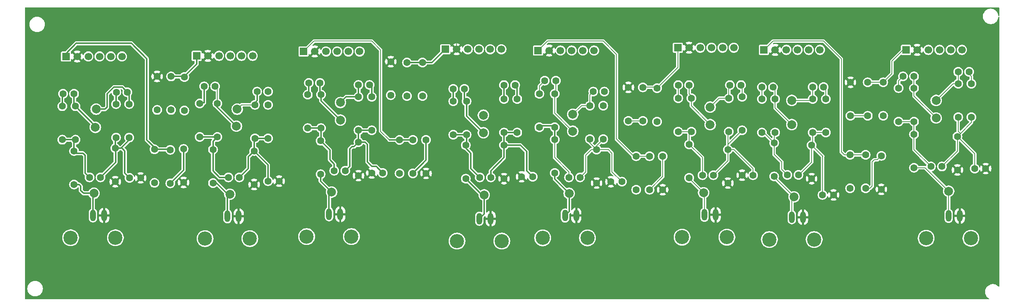
<source format=gbr>
%TF.GenerationSoftware,KiCad,Pcbnew,9.0.3*%
%TF.CreationDate,2025-11-11T16:23:07+05:30*%
%TF.ProjectId,Multi_daq,4d756c74-695f-4646-9171-2e6b69636164,rev?*%
%TF.SameCoordinates,Original*%
%TF.FileFunction,Copper,L2,Bot*%
%TF.FilePolarity,Positive*%
%FSLAX46Y46*%
G04 Gerber Fmt 4.6, Leading zero omitted, Abs format (unit mm)*
G04 Created by KiCad (PCBNEW 9.0.3) date 2025-11-11 16:23:07*
%MOMM*%
%LPD*%
G01*
G04 APERTURE LIST*
%TA.AperFunction,ComponentPad*%
%ADD10C,1.600000*%
%TD*%
%TA.AperFunction,ComponentPad*%
%ADD11C,2.000000*%
%TD*%
%TA.AperFunction,ComponentPad*%
%ADD12O,1.308000X2.616000*%
%TD*%
%TA.AperFunction,ComponentPad*%
%ADD13C,3.216000*%
%TD*%
%TA.AperFunction,ComponentPad*%
%ADD14R,1.700000X1.700000*%
%TD*%
%TA.AperFunction,ComponentPad*%
%ADD15C,1.700000*%
%TD*%
%TA.AperFunction,ViaPad*%
%ADD16C,0.600000*%
%TD*%
%TA.AperFunction,Conductor*%
%ADD17C,0.200000*%
%TD*%
%TA.AperFunction,Conductor*%
%ADD18C,0.300000*%
%TD*%
G04 APERTURE END LIST*
D10*
%TO.P,C2,1*%
%TO.N,Net-(U12-V_{Mid})*%
X238750000Y-74500000D03*
%TO.P,C2,2*%
%TO.N,GND*%
X241250000Y-74500000D03*
%TD*%
%TO.P,R55,1*%
%TO.N,GND*%
X217270000Y-71810000D03*
%TO.P,R55,2*%
%TO.N,Net-(U19-V_{Mid})*%
X217270000Y-64190000D03*
%TD*%
%TO.P,R12,1*%
%TO.N,/C2-3.3V*%
X245000000Y-65380000D03*
%TO.P,R12,2*%
%TO.N,/C12-1.8V*%
X245000000Y-73000000D03*
%TD*%
%TO.P,R33,1*%
%TO.N,Net-(J10-In)*%
X100500000Y-71810000D03*
%TO.P,R33,2*%
%TO.N,Net-(C16-Pad2)*%
X100500000Y-64190000D03*
%TD*%
D11*
%TO.P,TP20,1,1*%
%TO.N,Net-(U22-AIN+)*%
X182110000Y-60000000D03*
%TD*%
D10*
%TO.P,R41,1*%
%TO.N,Net-(C17-Pad2)*%
X66325000Y-61942800D03*
%TO.P,R41,2*%
%TO.N,Net-(U10-+)*%
X66325000Y-54322800D03*
%TD*%
%TO.P,R18,1*%
%TO.N,Net-(C8-Pad2)*%
X158000000Y-60810000D03*
%TO.P,R18,2*%
%TO.N,Net-(U5-AIN+)*%
X158000000Y-53190000D03*
%TD*%
%TO.P,R20,1*%
%TO.N,Net-(C9-Pad2)*%
X125000000Y-59310000D03*
%TO.P,R20,2*%
%TO.N,Net-(U6-AIN+)*%
X125000000Y-51690000D03*
%TD*%
D12*
%TO.P,J6,1,In*%
%TO.N,Net-(J6-In)*%
X160920000Y-79920000D03*
%TO.P,J6,2,Ext*%
%TO.N,GND*%
X163460000Y-79920000D03*
D13*
%TO.P,J6,3*%
%TO.N,N/C*%
X166000000Y-85000000D03*
%TO.P,J6,4*%
X155840000Y-85000000D03*
%TD*%
D10*
%TO.P,R30,1*%
%TO.N,/C4-3.3V*%
X142825000Y-61977800D03*
%TO.P,R30,2*%
%TO.N,/C34-1.8V*%
X142825000Y-69597800D03*
%TD*%
%TO.P,R2,1*%
%TO.N,Net-(J4-In)*%
X227770000Y-70310000D03*
%TO.P,R2,2*%
%TO.N,Net-(C3-Pad2)*%
X227770000Y-62690000D03*
%TD*%
%TO.P,C6,1*%
%TO.N,Net-(U3-V_{Mid})*%
X173000000Y-70357800D03*
%TO.P,C6,2*%
%TO.N,GND*%
X170500000Y-70357800D03*
%TD*%
%TO.P,C32,1*%
%TO.N,Net-(U20-+)*%
X175750000Y-48500000D03*
%TO.P,C32,2*%
%TO.N,Net-(U22-AIN+)*%
X178250000Y-48500000D03*
%TD*%
%TO.P,R11,1*%
%TO.N,Net-(U2-REF)*%
X252075000Y-65607500D03*
%TO.P,R11,2*%
%TO.N,GND*%
X252075000Y-73227500D03*
%TD*%
%TO.P,R67,1*%
%TO.N,Net-(U23-REF)*%
X202500000Y-65690000D03*
%TO.P,R67,2*%
%TO.N,GND*%
X202500000Y-73310000D03*
%TD*%
%TO.P,R36,1*%
%TO.N,Net-(C16-Pad2)*%
X101500000Y-61310000D03*
%TO.P,R36,2*%
%TO.N,Net-(U11-AIN+)*%
X101500000Y-53690000D03*
%TD*%
%TO.P,C18,1*%
%TO.N,Net-(U9--)*%
X113000000Y-51000000D03*
%TO.P,C18,2*%
%TO.N,Net-(U11-AIN-)*%
X110500000Y-51000000D03*
%TD*%
D11*
%TO.P,TP36,1,1*%
%TO.N,Net-(U18-AIN-)*%
X264500000Y-53000000D03*
%TD*%
D10*
%TO.P,C28,1*%
%TO.N,Net-(U20-V_{Mid})*%
X183750000Y-70500000D03*
%TO.P,C28,2*%
%TO.N,Net-(C28-Pad2)*%
X181250000Y-70500000D03*
%TD*%
%TO.P,R52,1*%
%TO.N,Net-(U17-V_{Mid})*%
X272500000Y-56810000D03*
%TO.P,R52,2*%
%TO.N,Net-(U17--)*%
X272500000Y-49190000D03*
%TD*%
%TO.P,C13,1*%
%TO.N,Net-(U4-+)*%
X122250000Y-49000000D03*
%TO.P,C13,2*%
%TO.N,Net-(U6-AIN+)*%
X124750000Y-49000000D03*
%TD*%
D11*
%TO.P,TP4,1,1*%
%TO.N,Net-(J6-In)*%
X162000000Y-74500000D03*
%TD*%
%TO.P,TP13,1,1*%
%TO.N,Net-(U11-AIN-)*%
X106000000Y-55000000D03*
%TD*%
D10*
%TO.P,R58,1*%
%TO.N,Net-(J15-In)*%
X178000000Y-69500000D03*
%TO.P,R58,2*%
%TO.N,Net-(C28-Pad2)*%
X178000000Y-61880000D03*
%TD*%
%TO.P,R71,1*%
%TO.N,/C8-3.3V*%
X199500000Y-65690000D03*
%TO.P,R71,2*%
%TO.N,Net-(U23-REF)*%
X199500000Y-73310000D03*
%TD*%
%TO.P,C9,1*%
%TO.N,Net-(U4-V_{Mid})*%
X130500000Y-68977800D03*
%TO.P,C9,2*%
%TO.N,Net-(C9-Pad2)*%
X128000000Y-68977800D03*
%TD*%
D14*
%TO.P,J5,1,Pin_1*%
%TO.N,/C2-3.3V*%
X225460000Y-41500000D03*
D15*
%TO.P,J5,2,Pin_2*%
%TO.N,GND*%
X228000000Y-41500000D03*
%TO.P,J5,3,Pin_3*%
%TO.N,Net-(J5-Pin_3)*%
X230540000Y-41500000D03*
%TO.P,J5,4,Pin_4*%
%TO.N,Net-(J5-Pin_4)*%
X233080000Y-41500000D03*
%TO.P,J5,5,Pin_5*%
%TO.N,Net-(J5-Pin_5)*%
X235620000Y-41500000D03*
%TO.P,J5,6,Pin_6*%
%TO.N,Net-(J5-Pin_6)*%
X238160000Y-41500000D03*
%TD*%
D10*
%TO.P,R53,1*%
%TO.N,Net-(U17-V_{Mid})*%
X269500000Y-56810000D03*
%TO.P,R53,2*%
%TO.N,Net-(U18-AIN-)*%
X269500000Y-49190000D03*
%TD*%
%TO.P,R62,1*%
%TO.N,Net-(C28-Pad2)*%
X178000000Y-59120000D03*
%TO.P,R62,2*%
%TO.N,Net-(U22-AIN+)*%
X178000000Y-51500000D03*
%TD*%
%TO.P,R59,1*%
%TO.N,Net-(U19-V_{Mid})*%
X217500000Y-60120000D03*
%TO.P,R59,2*%
%TO.N,Net-(U21-AIN-)*%
X217500000Y-52500000D03*
%TD*%
%TO.P,R13,1*%
%TO.N,GND*%
X166500000Y-70810000D03*
%TO.P,R13,2*%
%TO.N,Net-(U3-V_{Mid})*%
X166500000Y-63190000D03*
%TD*%
%TO.P,R16,1*%
%TO.N,Net-(J7-In)*%
X124905000Y-69810000D03*
%TO.P,R16,2*%
%TO.N,Net-(C9-Pad2)*%
X124905000Y-62190000D03*
%TD*%
%TO.P,C17,1*%
%TO.N,Net-(U10-V_{Mid})*%
X75000000Y-70500000D03*
%TO.P,C17,2*%
%TO.N,Net-(C17-Pad2)*%
X72500000Y-70500000D03*
%TD*%
%TO.P,R68,1*%
%TO.N,/C7-3.3V*%
X197990500Y-50021000D03*
%TO.P,R68,2*%
%TO.N,Net-(U24-REF)*%
X197990500Y-57641000D03*
%TD*%
%TO.P,R51,1*%
%TO.N,Net-(C25-Pad2)*%
X256000000Y-57810000D03*
%TO.P,R51,2*%
%TO.N,Net-(U17-+)*%
X256000000Y-50190000D03*
%TD*%
%TO.P,R4,1*%
%TO.N,Net-(C3-Pad2)*%
X228000000Y-60310000D03*
%TO.P,R4,2*%
%TO.N,Net-(U15-AIN+)*%
X228000000Y-52690000D03*
%TD*%
D11*
%TO.P,TP33,1,1*%
%TO.N,Net-(J2-In)*%
X267350000Y-73650000D03*
%TD*%
D10*
%TO.P,R22,1*%
%TO.N,Net-(U3-V_{Mid})*%
X169500000Y-60310000D03*
%TO.P,R22,2*%
%TO.N,Net-(U3--)*%
X169500000Y-52690000D03*
%TD*%
%TO.P,R8,1*%
%TO.N,GND*%
X245075000Y-48880000D03*
%TO.P,R8,2*%
%TO.N,Net-(U1-REF)*%
X245075000Y-56500000D03*
%TD*%
D11*
%TO.P,TP19,1,1*%
%TO.N,Net-(U21-AIN-)*%
X213270000Y-54500000D03*
%TD*%
D10*
%TO.P,R64,1*%
%TO.N,Net-(U19-V_{Mid})*%
X220500000Y-59810000D03*
%TO.P,R64,2*%
%TO.N,Net-(U19--)*%
X220500000Y-52190000D03*
%TD*%
%TO.P,R6,1*%
%TO.N,Net-(U12-V_{Mid})*%
X239500000Y-60310000D03*
%TO.P,R6,2*%
%TO.N,Net-(U12--)*%
X239500000Y-52690000D03*
%TD*%
%TO.P,R57,1*%
%TO.N,Net-(J14-In)*%
X208500000Y-70620000D03*
%TO.P,R57,2*%
%TO.N,Net-(C24-Pad2)*%
X208500000Y-63000000D03*
%TD*%
%TO.P,R3,1*%
%TO.N,Net-(U12-V_{Mid})*%
X236500000Y-60310000D03*
%TO.P,R3,2*%
%TO.N,Net-(U15-AIN-)*%
X236500000Y-52690000D03*
%TD*%
D12*
%TO.P,J7,1,In*%
%TO.N,Net-(J7-In)*%
X126825000Y-78897800D03*
%TO.P,J7,2,Ext*%
%TO.N,GND*%
X129365000Y-78897800D03*
D13*
%TO.P,J7,3*%
%TO.N,N/C*%
X131905000Y-83977800D03*
%TO.P,J7,4*%
X121745000Y-83977800D03*
%TD*%
D10*
%TO.P,R72,1*%
%TO.N,/C8-3.3V*%
X196500000Y-65690000D03*
%TO.P,R72,2*%
%TO.N,/C78-1.8V*%
X196500000Y-73310000D03*
%TD*%
D12*
%TO.P,J10,1,In*%
%TO.N,Net-(J10-In)*%
X103785000Y-79357800D03*
%TO.P,J10,2,Ext*%
%TO.N,GND*%
X106325000Y-79357800D03*
D13*
%TO.P,J10,3*%
%TO.N,N/C*%
X108865000Y-84437800D03*
%TO.P,J10,4*%
X98705000Y-84437800D03*
%TD*%
D11*
%TO.P,TP18,1,1*%
%TO.N,Net-(U21-AIN+)*%
X213270000Y-58500000D03*
%TD*%
D14*
%TO.P,J3,1,Pin_1*%
%TO.N,/C1-3.3V*%
X257650000Y-41500000D03*
D15*
%TO.P,J3,2,Pin_2*%
%TO.N,GND*%
X260190000Y-41500000D03*
%TO.P,J3,3,Pin_3*%
%TO.N,Net-(J3-Pin_3)*%
X262730000Y-41500000D03*
%TO.P,J3,4,Pin_4*%
%TO.N,Net-(J3-Pin_4)*%
X265270000Y-41500000D03*
%TO.P,J3,5,Pin_5*%
%TO.N,Net-(J3-Pin_5)*%
X267810000Y-41500000D03*
%TO.P,J3,6,Pin_6*%
%TO.N,Net-(J3-Pin_6)*%
X270350000Y-41500000D03*
%TD*%
D10*
%TO.P,R39,1*%
%TO.N,Net-(C16-Pad2)*%
X97500000Y-61310000D03*
%TO.P,R39,2*%
%TO.N,Net-(U9-+)*%
X97500000Y-53690000D03*
%TD*%
%TO.P,C19,1*%
%TO.N,Net-(U9-+)*%
X98490000Y-49820000D03*
%TO.P,C19,2*%
%TO.N,Net-(U11-AIN+)*%
X100990000Y-49820000D03*
%TD*%
D11*
%TO.P,TP16,1,1*%
%TO.N,Net-(J14-In)*%
X211770000Y-74000000D03*
%TD*%
D10*
%TO.P,R40,1*%
%TO.N,Net-(U9-V_{Mid})*%
X113000000Y-61620000D03*
%TO.P,R40,2*%
%TO.N,Net-(U9--)*%
X113000000Y-54000000D03*
%TD*%
%TO.P,R17,1*%
%TO.N,Net-(U3-V_{Mid})*%
X166500000Y-60310000D03*
%TO.P,R17,2*%
%TO.N,Net-(U5-AIN-)*%
X166500000Y-52690000D03*
%TD*%
%TO.P,C23,1*%
%TO.N,Net-(U20-V_{Mid})*%
X193250000Y-71500000D03*
%TO.P,C23,2*%
%TO.N,GND*%
X190750000Y-71500000D03*
%TD*%
%TO.P,R15,1*%
%TO.N,Net-(J6-In)*%
X157825000Y-70810000D03*
%TO.P,R15,2*%
%TO.N,Net-(C8-Pad2)*%
X157825000Y-63190000D03*
%TD*%
D12*
%TO.P,J14,1,In*%
%TO.N,Net-(J14-In)*%
X211965500Y-79035300D03*
%TO.P,J14,2,Ext*%
%TO.N,GND*%
X214505500Y-79035300D03*
D13*
%TO.P,J14,3*%
%TO.N,N/C*%
X217045500Y-84115300D03*
%TO.P,J14,4*%
X206885500Y-84115300D03*
%TD*%
D11*
%TO.P,TP10,1,1*%
%TO.N,Net-(J10-In)*%
X104325000Y-74357800D03*
%TD*%
D10*
%TO.P,R21,1*%
%TO.N,Net-(C8-Pad2)*%
X155000000Y-60810000D03*
%TO.P,R21,2*%
%TO.N,Net-(U3-+)*%
X155000000Y-53190000D03*
%TD*%
%TO.P,R32,1*%
%TO.N,GND*%
X78325000Y-71500000D03*
%TO.P,R32,2*%
%TO.N,Net-(U10-V_{Mid})*%
X78325000Y-63880000D03*
%TD*%
%TO.P,R35,1*%
%TO.N,Net-(U9-V_{Mid})*%
X110000000Y-61620000D03*
%TO.P,R35,2*%
%TO.N,Net-(U11-AIN-)*%
X110000000Y-54000000D03*
%TD*%
%TO.P,C3,1*%
%TO.N,Net-(U12-V_{Mid})*%
X233270000Y-69949700D03*
%TO.P,C3,2*%
%TO.N,Net-(C3-Pad2)*%
X230770000Y-69949700D03*
%TD*%
%TO.P,C22,1*%
%TO.N,Net-(U19-V_{Mid})*%
X223000000Y-70000000D03*
%TO.P,C22,2*%
%TO.N,GND*%
X220500000Y-70000000D03*
%TD*%
%TO.P,R29,1*%
%TO.N,/C4-3.3V*%
X145825000Y-61977800D03*
%TO.P,R29,2*%
%TO.N,Net-(U7-REF)*%
X145825000Y-69597800D03*
%TD*%
%TO.P,C11,1*%
%TO.N,Net-(U3-+)*%
X155000000Y-50357800D03*
%TO.P,C11,2*%
%TO.N,Net-(U5-AIN+)*%
X157500000Y-50357800D03*
%TD*%
%TO.P,C31,1*%
%TO.N,Net-(U20--)*%
X189250000Y-51000000D03*
%TO.P,C31,2*%
%TO.N,Net-(U22-AIN-)*%
X186750000Y-51000000D03*
%TD*%
D11*
%TO.P,TP1,1,1*%
%TO.N,Net-(J4-In)*%
X232270000Y-74949700D03*
%TD*%
%TO.P,TP35,1,1*%
%TO.N,Net-(U18-AIN+)*%
X264500000Y-57000000D03*
%TD*%
D10*
%TO.P,R10,1*%
%TO.N,/C2-3.3V*%
X248500000Y-65380000D03*
%TO.P,R10,2*%
%TO.N,Net-(U2-REF)*%
X248500000Y-73000000D03*
%TD*%
%TO.P,R69,1*%
%TO.N,GND*%
X194720500Y-50021000D03*
%TO.P,R69,2*%
%TO.N,Net-(U24-REF)*%
X194720500Y-57641000D03*
%TD*%
%TO.P,R24,1*%
%TO.N,Net-(U4-V_{Mid})*%
X136500000Y-59810000D03*
%TO.P,R24,2*%
%TO.N,Net-(U4--)*%
X136500000Y-52190000D03*
%TD*%
%TO.P,C27,1*%
%TO.N,Net-(U17-+)*%
X257000000Y-47537500D03*
%TO.P,C27,2*%
%TO.N,Net-(U18-AIN+)*%
X259500000Y-47537500D03*
%TD*%
D11*
%TO.P,TP12,1,1*%
%TO.N,Net-(U11-AIN+)*%
X105825000Y-58857800D03*
%TD*%
%TO.P,TP15,1,1*%
%TO.N,Net-(U13-AIN-)*%
X74000000Y-55000000D03*
%TD*%
D10*
%TO.P,C15,1*%
%TO.N,Net-(U10-V_{Mid})*%
X81575000Y-70632800D03*
%TO.P,C15,2*%
%TO.N,GND*%
X84075000Y-70632800D03*
%TD*%
%TO.P,R28,1*%
%TO.N,/C3-3.3V*%
X148000000Y-44380000D03*
%TO.P,R28,2*%
%TO.N,/C34-2.7V*%
X148000000Y-52000000D03*
%TD*%
%TO.P,R46,1*%
%TO.N,/C5-3.3V*%
X94000000Y-47690000D03*
%TO.P,R46,2*%
%TO.N,/C56-2.7V*%
X94000000Y-55310000D03*
%TD*%
%TO.P,R5,1*%
%TO.N,Net-(C3-Pad2)*%
X225000000Y-60310000D03*
%TO.P,R5,2*%
%TO.N,Net-(U12-+)*%
X225000000Y-52690000D03*
%TD*%
%TO.P,C1,1*%
%TO.N,Net-(U17-V_{Mid})*%
X273250000Y-68500000D03*
%TO.P,C1,2*%
%TO.N,GND*%
X275750000Y-68500000D03*
%TD*%
%TO.P,R42,1*%
%TO.N,Net-(U10-V_{Mid})*%
X78500000Y-61442800D03*
%TO.P,R42,2*%
%TO.N,Net-(U10--)*%
X78500000Y-53822800D03*
%TD*%
%TO.P,R34,1*%
%TO.N,Net-(J11-In)*%
X69000000Y-72120000D03*
%TO.P,R34,2*%
%TO.N,Net-(C17-Pad2)*%
X69000000Y-64500000D03*
%TD*%
%TO.P,C8,1*%
%TO.N,Net-(U3-V_{Mid})*%
X163500000Y-70500000D03*
%TO.P,C8,2*%
%TO.N,Net-(C8-Pad2)*%
X161000000Y-70500000D03*
%TD*%
%TO.P,R31,1*%
%TO.N,GND*%
X109825000Y-72120000D03*
%TO.P,R31,2*%
%TO.N,Net-(U9-V_{Mid})*%
X109825000Y-64500000D03*
%TD*%
%TO.P,C24,1*%
%TO.N,Net-(U19-V_{Mid})*%
X214000000Y-70000000D03*
%TO.P,C24,2*%
%TO.N,Net-(C24-Pad2)*%
X211500000Y-70000000D03*
%TD*%
D12*
%TO.P,J11,1,In*%
%TO.N,Net-(J11-In)*%
X73285000Y-79168100D03*
%TO.P,J11,2,Ext*%
%TO.N,GND*%
X75825000Y-79168100D03*
D13*
%TO.P,J11,3*%
%TO.N,N/C*%
X78365000Y-84248100D03*
%TO.P,J11,4*%
X68205000Y-84248100D03*
%TD*%
D14*
%TO.P,J8,1,Pin_1*%
%TO.N,/C4-3.3V*%
X121055000Y-41857800D03*
D15*
%TO.P,J8,2,Pin_2*%
%TO.N,GND*%
X123595000Y-41857800D03*
%TO.P,J8,3,Pin_3*%
%TO.N,Net-(J8-Pin_3)*%
X126135000Y-41857800D03*
%TO.P,J8,4,Pin_4*%
%TO.N,Net-(J8-Pin_4)*%
X128675000Y-41857800D03*
%TO.P,J8,5,Pin_5*%
%TO.N,Net-(J8-Pin_5)*%
X131215000Y-41857800D03*
%TO.P,J8,6,Pin_6*%
%TO.N,Net-(J8-Pin_6)*%
X133755000Y-41857800D03*
%TD*%
D10*
%TO.P,C20,1*%
%TO.N,Net-(U10--)*%
X78575000Y-51132800D03*
%TO.P,C20,2*%
%TO.N,Net-(U13-AIN-)*%
X81075000Y-51132800D03*
%TD*%
D11*
%TO.P,TP7,1,1*%
%TO.N,Net-(U5-AIN-)*%
X161825000Y-56357800D03*
%TD*%
D10*
%TO.P,R48,1*%
%TO.N,/C6-3.3V*%
X87220000Y-64140000D03*
%TO.P,R48,2*%
%TO.N,/C56-1.8V*%
X87220000Y-71760000D03*
%TD*%
%TO.P,R19,1*%
%TO.N,Net-(U4-V_{Mid})*%
X133500000Y-59810000D03*
%TO.P,R19,2*%
%TO.N,Net-(U6-AIN-)*%
X133500000Y-52190000D03*
%TD*%
D12*
%TO.P,J4,1,In*%
%TO.N,Net-(J4-In)*%
X231770000Y-79570000D03*
%TO.P,J4,2,Ext*%
%TO.N,GND*%
X234310000Y-79570000D03*
D13*
%TO.P,J4,3*%
%TO.N,N/C*%
X236850000Y-84650000D03*
%TO.P,J4,4*%
X226690000Y-84650000D03*
%TD*%
D10*
%TO.P,C16,1*%
%TO.N,Net-(U9-V_{Mid})*%
X106500000Y-70500000D03*
%TO.P,C16,2*%
%TO.N,Net-(C16-Pad2)*%
X104000000Y-70500000D03*
%TD*%
%TO.P,R61,1*%
%TO.N,Net-(U20-V_{Mid})*%
X186000000Y-61810000D03*
%TO.P,R61,2*%
%TO.N,Net-(U22-AIN-)*%
X186000000Y-54190000D03*
%TD*%
%TO.P,C12,1*%
%TO.N,Net-(U4--)*%
X136000000Y-49477800D03*
%TO.P,C12,2*%
%TO.N,Net-(U6-AIN-)*%
X133500000Y-49477800D03*
%TD*%
D11*
%TO.P,TP9,1,1*%
%TO.N,Net-(U6-AIN-)*%
X129405000Y-53477800D03*
%TD*%
D10*
%TO.P,C29,1*%
%TO.N,Net-(U19--)*%
X220250000Y-49500000D03*
%TO.P,C29,2*%
%TO.N,Net-(U21-AIN-)*%
X217750000Y-49500000D03*
%TD*%
D11*
%TO.P,TP11,1,1*%
%TO.N,Net-(J11-In)*%
X73500000Y-74132800D03*
%TD*%
D10*
%TO.P,R37,1*%
%TO.N,Net-(U10-V_{Mid})*%
X81500000Y-61442800D03*
%TO.P,R37,2*%
%TO.N,Net-(U13-AIN-)*%
X81500000Y-53822800D03*
%TD*%
D12*
%TO.P,J2,1,In*%
%TO.N,Net-(J2-In)*%
X267325000Y-79277800D03*
%TO.P,J2,2,Ext*%
%TO.N,GND*%
X269865000Y-79277800D03*
D13*
%TO.P,J2,3*%
%TO.N,N/C*%
X272405000Y-84357800D03*
%TO.P,J2,4*%
X262245000Y-84357800D03*
%TD*%
D14*
%TO.P,J9,1,Pin_1*%
%TO.N,/C5-3.3V*%
X96785000Y-42857800D03*
D15*
%TO.P,J9,2,Pin_2*%
%TO.N,GND*%
X99325000Y-42857800D03*
%TO.P,J9,3,Pin_3*%
%TO.N,Net-(J9-Pin_3)*%
X101865000Y-42857800D03*
%TO.P,J9,4,Pin_4*%
%TO.N,Net-(J9-Pin_4)*%
X104405000Y-42857800D03*
%TO.P,J9,5,Pin_5*%
%TO.N,Net-(J9-Pin_5)*%
X106945000Y-42857800D03*
%TO.P,J9,6,Pin_6*%
%TO.N,Net-(J9-Pin_6)*%
X109485000Y-42857800D03*
%TD*%
D10*
%TO.P,R44,1*%
%TO.N,/C5-3.3V*%
X91000000Y-47547800D03*
%TO.P,R44,2*%
%TO.N,Net-(U16-REF)*%
X91000000Y-55167800D03*
%TD*%
%TO.P,R54,1*%
%TO.N,Net-(C25-Pad2)*%
X259500000Y-57810000D03*
%TO.P,R54,2*%
%TO.N,Net-(U18-AIN+)*%
X259500000Y-50190000D03*
%TD*%
%TO.P,R49,1*%
%TO.N,Net-(J2-In)*%
X259500000Y-68310000D03*
%TO.P,R49,2*%
%TO.N,Net-(C25-Pad2)*%
X259500000Y-60690000D03*
%TD*%
D14*
%TO.P,J16,1,Pin_1*%
%TO.N,/C8-3.3V*%
X174230000Y-41650000D03*
D15*
%TO.P,J16,2,Pin_2*%
%TO.N,GND*%
X176770000Y-41650000D03*
%TO.P,J16,3,Pin_3*%
%TO.N,Net-(J16-Pin_3)*%
X179310000Y-41650000D03*
%TO.P,J16,4,Pin_4*%
%TO.N,Net-(J16-Pin_4)*%
X181850000Y-41650000D03*
%TO.P,J16,5,Pin_5*%
%TO.N,Net-(J16-Pin_5)*%
X184390000Y-41650000D03*
%TO.P,J16,6,Pin_6*%
%TO.N,Net-(J16-Pin_6)*%
X186930000Y-41650000D03*
%TD*%
D11*
%TO.P,TP21,1,1*%
%TO.N,Net-(U22-AIN-)*%
X182090000Y-56180000D03*
%TD*%
D10*
%TO.P,R9,1*%
%TO.N,/C1-3.3V*%
X252500000Y-48880000D03*
%TO.P,R9,2*%
%TO.N,/C12-2.7V*%
X252500000Y-56500000D03*
%TD*%
%TO.P,R43,1*%
%TO.N,Net-(U14-REF)*%
X93825000Y-64047800D03*
%TO.P,R43,2*%
%TO.N,GND*%
X93825000Y-71667800D03*
%TD*%
%TO.P,R26,1*%
%TO.N,/C3-3.3V*%
X144500000Y-44380000D03*
%TO.P,R26,2*%
%TO.N,Net-(U8-REF)*%
X144500000Y-52000000D03*
%TD*%
%TO.P,C14,1*%
%TO.N,Net-(U9-V_{Mid})*%
X113000000Y-71357800D03*
%TO.P,C14,2*%
%TO.N,GND*%
X115500000Y-71357800D03*
%TD*%
%TO.P,R63,1*%
%TO.N,Net-(C24-Pad2)*%
X206000000Y-60120000D03*
%TO.P,R63,2*%
%TO.N,Net-(U19-+)*%
X206000000Y-52500000D03*
%TD*%
%TO.P,R27,1*%
%TO.N,GND*%
X140825000Y-44167800D03*
%TO.P,R27,2*%
%TO.N,Net-(U8-REF)*%
X140825000Y-51787800D03*
%TD*%
%TO.P,R38,1*%
%TO.N,Net-(C17-Pad2)*%
X69325000Y-61942800D03*
%TO.P,R38,2*%
%TO.N,Net-(U13-AIN+)*%
X69325000Y-54322800D03*
%TD*%
%TO.P,C21,1*%
%TO.N,Net-(U10-+)*%
X66500000Y-51500000D03*
%TO.P,C21,2*%
%TO.N,Net-(U13-AIN+)*%
X69000000Y-51500000D03*
%TD*%
D11*
%TO.P,TP8,1,1*%
%TO.N,Net-(U6-AIN+)*%
X129405000Y-57477800D03*
%TD*%
%TO.P,TP14,1,1*%
%TO.N,Net-(U13-AIN+)*%
X73825000Y-59132800D03*
%TD*%
D14*
%TO.P,J13,1,Pin_1*%
%TO.N,/C7-3.3V*%
X205920000Y-41000000D03*
D15*
%TO.P,J13,2,Pin_2*%
%TO.N,GND*%
X208460000Y-41000000D03*
%TO.P,J13,3,Pin_3*%
%TO.N,Net-(J13-Pin_3)*%
X211000000Y-41000000D03*
%TO.P,J13,4,Pin_4*%
%TO.N,Net-(J13-Pin_4)*%
X213540000Y-41000000D03*
%TO.P,J13,5,Pin_5*%
%TO.N,Net-(J13-Pin_5)*%
X216080000Y-41000000D03*
%TO.P,J13,6,Pin_6*%
%TO.N,Net-(J13-Pin_6)*%
X218620000Y-41000000D03*
%TD*%
D10*
%TO.P,C7,1*%
%TO.N,Net-(U4-V_{Mid})*%
X139000000Y-69500000D03*
%TO.P,C7,2*%
%TO.N,GND*%
X136500000Y-69500000D03*
%TD*%
%TO.P,R7,1*%
%TO.N,/C1-3.3V*%
X249000000Y-48880000D03*
%TO.P,R7,2*%
%TO.N,Net-(U1-REF)*%
X249000000Y-56500000D03*
%TD*%
%TO.P,R1,1*%
%TO.N,GND*%
X236270000Y-70810000D03*
%TO.P,R1,2*%
%TO.N,Net-(U12-V_{Mid})*%
X236270000Y-63190000D03*
%TD*%
D11*
%TO.P,TP3,1,1*%
%TO.N,Net-(U15-AIN-)*%
X231770000Y-53000000D03*
%TD*%
D10*
%TO.P,R25,1*%
%TO.N,Net-(U7-REF)*%
X148825000Y-61977800D03*
%TO.P,R25,2*%
%TO.N,GND*%
X148825000Y-69597800D03*
%TD*%
%TO.P,R50,1*%
%TO.N,GND*%
X269325000Y-68810000D03*
%TO.P,R50,2*%
%TO.N,Net-(U17-V_{Mid})*%
X269325000Y-61190000D03*
%TD*%
%TO.P,C4,1*%
%TO.N,Net-(U12--)*%
X239000000Y-49949700D03*
%TO.P,C4,2*%
%TO.N,Net-(U15-AIN-)*%
X236500000Y-49949700D03*
%TD*%
%TO.P,R70,1*%
%TO.N,/C7-3.3V*%
X201220500Y-50211000D03*
%TO.P,R70,2*%
%TO.N,/C78-2.7V*%
X201220500Y-57831000D03*
%TD*%
D11*
%TO.P,TP6,1,1*%
%TO.N,Net-(U5-AIN+)*%
X161825000Y-60357800D03*
%TD*%
D10*
%TO.P,C30,1*%
%TO.N,Net-(U19-+)*%
X206000000Y-49500000D03*
%TO.P,C30,2*%
%TO.N,Net-(U21-AIN+)*%
X208500000Y-49500000D03*
%TD*%
%TO.P,R60,1*%
%TO.N,Net-(C24-Pad2)*%
X209000000Y-60120000D03*
%TO.P,R60,2*%
%TO.N,Net-(U21-AIN+)*%
X209000000Y-52500000D03*
%TD*%
%TO.P,R14,1*%
%TO.N,GND*%
X133500000Y-70120000D03*
%TO.P,R14,2*%
%TO.N,Net-(U4-V_{Mid})*%
X133500000Y-62500000D03*
%TD*%
%TO.P,R23,1*%
%TO.N,Net-(C9-Pad2)*%
X122000000Y-59310000D03*
%TO.P,R23,2*%
%TO.N,Net-(U4-+)*%
X122000000Y-51690000D03*
%TD*%
D11*
%TO.P,TP2,1,1*%
%TO.N,Net-(U15-AIN+)*%
X231770000Y-58500000D03*
%TD*%
D12*
%TO.P,J15,1,In*%
%TO.N,Net-(J15-In)*%
X180352500Y-79185300D03*
%TO.P,J15,2,Ext*%
%TO.N,GND*%
X182892500Y-79185300D03*
D13*
%TO.P,J15,3*%
%TO.N,N/C*%
X185432500Y-84265300D03*
%TO.P,J15,4*%
X175272500Y-84265300D03*
%TD*%
D10*
%TO.P,C5,1*%
%TO.N,Net-(U12-+)*%
X225000000Y-50000000D03*
%TO.P,C5,2*%
%TO.N,Net-(U15-AIN+)*%
X227500000Y-50000000D03*
%TD*%
D11*
%TO.P,TP17,1,1*%
%TO.N,Net-(J15-In)*%
X181270000Y-74150000D03*
%TD*%
D14*
%TO.P,J1,1,Pin_1*%
%TO.N,/C3-3.3V*%
X153205000Y-41357800D03*
D15*
%TO.P,J1,2,Pin_2*%
%TO.N,GND*%
X155745000Y-41357800D03*
%TO.P,J1,3,Pin_3*%
%TO.N,Net-(J1-Pin_3)*%
X158285000Y-41357800D03*
%TO.P,J1,4,Pin_4*%
%TO.N,Net-(J1-Pin_4)*%
X160825000Y-41357800D03*
%TO.P,J1,5,Pin_5*%
%TO.N,Net-(J1-Pin_5)*%
X163365000Y-41357800D03*
%TO.P,J1,6,Pin_6*%
%TO.N,Net-(J1-Pin_6)*%
X165905000Y-41357800D03*
%TD*%
D10*
%TO.P,R65,1*%
%TO.N,Net-(C28-Pad2)*%
X174500000Y-59120000D03*
%TO.P,R65,2*%
%TO.N,Net-(U20-+)*%
X174500000Y-51500000D03*
%TD*%
%TO.P,R45,1*%
%TO.N,GND*%
X87825000Y-47547800D03*
%TO.P,R45,2*%
%TO.N,Net-(U16-REF)*%
X87825000Y-55167800D03*
%TD*%
D14*
%TO.P,J12,1,Pin_1*%
%TO.N,/C6-3.3V*%
X67150000Y-43000000D03*
D15*
%TO.P,J12,2,Pin_2*%
%TO.N,GND*%
X69690000Y-43000000D03*
%TO.P,J12,3,Pin_3*%
%TO.N,Net-(J12-Pin_3)*%
X72230000Y-43000000D03*
%TO.P,J12,4,Pin_4*%
%TO.N,Net-(J12-Pin_4)*%
X74770000Y-43000000D03*
%TO.P,J12,5,Pin_5*%
%TO.N,Net-(J12-Pin_5)*%
X77310000Y-43000000D03*
%TO.P,J12,6,Pin_6*%
%TO.N,Net-(J12-Pin_6)*%
X79850000Y-43000000D03*
%TD*%
D10*
%TO.P,C10,1*%
%TO.N,Net-(U3--)*%
X169000000Y-49500000D03*
%TO.P,C10,2*%
%TO.N,Net-(U5-AIN-)*%
X166500000Y-49500000D03*
%TD*%
D11*
%TO.P,TP5,1,1*%
%TO.N,Net-(J7-In)*%
X127405000Y-73857800D03*
%TD*%
D10*
%TO.P,C26,1*%
%TO.N,Net-(U17--)*%
X272000000Y-46500000D03*
%TO.P,C26,2*%
%TO.N,Net-(U18-AIN-)*%
X269500000Y-46500000D03*
%TD*%
%TO.P,C25,1*%
%TO.N,Net-(U17-V_{Mid})*%
X265825000Y-68037500D03*
%TO.P,C25,2*%
%TO.N,Net-(C25-Pad2)*%
X263325000Y-68037500D03*
%TD*%
%TO.P,R47,1*%
%TO.N,/C6-3.3V*%
X90825000Y-64237800D03*
%TO.P,R47,2*%
%TO.N,Net-(U14-REF)*%
X90825000Y-71857800D03*
%TD*%
%TO.P,R56,1*%
%TO.N,GND*%
X187500000Y-71810000D03*
%TO.P,R56,2*%
%TO.N,Net-(U20-V_{Mid})*%
X187500000Y-64190000D03*
%TD*%
%TO.P,R66,1*%
%TO.N,Net-(U20-V_{Mid})*%
X189000000Y-61810000D03*
%TO.P,R66,2*%
%TO.N,Net-(U20--)*%
X189000000Y-54190000D03*
%TD*%
D16*
%TO.N,GND*%
X164440000Y-50320000D03*
X60520000Y-90250000D03*
X276560000Y-92940000D03*
X275370000Y-35230000D03*
X63950000Y-37920000D03*
%TD*%
D17*
%TO.N,GND*%
X156250000Y-39440000D02*
X156250000Y-39460000D01*
X163580000Y-39390000D02*
X156300000Y-39390000D01*
X155745000Y-39965000D02*
X155745000Y-41357800D01*
X164516000Y-40326000D02*
X163580000Y-39390000D01*
X164516000Y-50244000D02*
X164516000Y-40326000D01*
X156250000Y-39460000D02*
X155745000Y-39965000D01*
X156300000Y-39390000D02*
X156250000Y-39440000D01*
X164440000Y-50320000D02*
X164516000Y-50244000D01*
%TO.N,Net-(U22-AIN-)*%
X184080000Y-54190000D02*
X186000000Y-54190000D01*
X182090000Y-56180000D02*
X184080000Y-54190000D01*
%TO.N,Net-(U22-AIN+)*%
X178000000Y-55890000D02*
X182110000Y-60000000D01*
X178000000Y-51500000D02*
X178000000Y-55890000D01*
%TO.N,GND*%
X195180500Y-50401000D02*
X194990500Y-50591000D01*
%TO.N,Net-(U17-V_{Mid})*%
X272500000Y-58015000D02*
X270007500Y-60507500D01*
X270007500Y-60507500D02*
X269325000Y-61190000D01*
X269500000Y-60000000D02*
X269500000Y-56810000D01*
X269325000Y-64537500D02*
X265825000Y-68037500D01*
X273250000Y-68500000D02*
X273250000Y-65115000D01*
X272500000Y-56810000D02*
X272500000Y-58015000D01*
X273250000Y-65115000D02*
X269325000Y-61190000D01*
X270007500Y-60507500D02*
X269500000Y-60000000D01*
X269325000Y-61190000D02*
X269325000Y-64537500D01*
%TO.N,Net-(U12-V_{Mid})*%
X233350300Y-69949700D02*
X236270000Y-67030000D01*
X233270000Y-69949700D02*
X233350300Y-69949700D01*
X236270000Y-62730000D02*
X236500000Y-62500000D01*
X236500000Y-62500000D02*
X236500000Y-60310000D01*
X236270000Y-63190000D02*
X236270000Y-62730000D01*
X238790000Y-65710000D02*
X236270000Y-63190000D01*
X238750000Y-74500000D02*
X238750000Y-65750000D01*
X236270000Y-67030000D02*
X236270000Y-63190000D01*
X238750000Y-65750000D02*
X238790000Y-65710000D01*
X239500000Y-60310000D02*
X236500000Y-60310000D01*
%TO.N,Net-(C3-Pad2)*%
X225390000Y-60310000D02*
X225000000Y-60310000D01*
X229500000Y-67000000D02*
X227770000Y-65270000D01*
X229500000Y-68679700D02*
X229500000Y-67000000D01*
X227770000Y-65270000D02*
X227770000Y-62690000D01*
X227770000Y-62690000D02*
X225390000Y-60310000D01*
X230770000Y-69949700D02*
X229500000Y-68679700D01*
X227770000Y-62690000D02*
X227770000Y-60540000D01*
X227770000Y-60540000D02*
X228000000Y-60310000D01*
%TO.N,Net-(U15-AIN-)*%
X236310000Y-52690000D02*
X236000000Y-53000000D01*
X236000000Y-53000000D02*
X231770000Y-53000000D01*
X236500000Y-52690000D02*
X236500000Y-49949700D01*
X236500000Y-52690000D02*
X236310000Y-52690000D01*
%TO.N,Net-(U12--)*%
X239500000Y-50449700D02*
X239000000Y-49949700D01*
X239500000Y-52690000D02*
X239500000Y-50449700D01*
%TO.N,Net-(U12-+)*%
X225000000Y-52690000D02*
X225000000Y-50000000D01*
%TO.N,Net-(U15-AIN+)*%
X228000000Y-52690000D02*
X228000000Y-50500000D01*
X228000000Y-54730000D02*
X231770000Y-58500000D01*
X228000000Y-50500000D02*
X227500000Y-50000000D01*
X228000000Y-52690000D02*
X228000000Y-54730000D01*
D18*
%TO.N,Net-(U3-V_{Mid})*%
X171642200Y-69000000D02*
X171642200Y-64642200D01*
X170190000Y-63190000D02*
X166500000Y-63190000D01*
X173000000Y-70357800D02*
X171642200Y-69000000D01*
X166500000Y-66000000D02*
X166500000Y-63190000D01*
X163500000Y-70500000D02*
X163500000Y-69000000D01*
X163500000Y-69000000D02*
X166500000Y-66000000D01*
X171642200Y-64642200D02*
X170190000Y-63190000D01*
X169500000Y-60310000D02*
X166500000Y-60310000D01*
X166500000Y-63190000D02*
X166500000Y-60310000D01*
%TO.N,Net-(U4-V_{Mid})*%
X137500000Y-68000000D02*
X139000000Y-69500000D01*
X135500000Y-63000000D02*
X135500000Y-67000000D01*
X131500000Y-67977800D02*
X131500000Y-64000000D01*
X135000000Y-62500000D02*
X135500000Y-63000000D01*
X135500000Y-67000000D02*
X136500000Y-68000000D01*
X131500000Y-64000000D02*
X132000000Y-63500000D01*
X132500000Y-63500000D02*
X133500000Y-62500000D01*
X133500000Y-62500000D02*
X135000000Y-62500000D01*
X133500000Y-62500000D02*
X133500000Y-59810000D01*
X130500000Y-68977800D02*
X131500000Y-67977800D01*
X132000000Y-63500000D02*
X132500000Y-63500000D01*
X133500000Y-59810000D02*
X136500000Y-59810000D01*
X136500000Y-68000000D02*
X137500000Y-68000000D01*
%TO.N,Net-(C8-Pad2)*%
X157825000Y-63825000D02*
X157825000Y-63190000D01*
X158000000Y-63015000D02*
X157825000Y-63190000D01*
X161000000Y-70500000D02*
X159000000Y-68500000D01*
X159000000Y-68500000D02*
X159000000Y-65000000D01*
X155000000Y-60810000D02*
X158000000Y-60810000D01*
X159000000Y-65000000D02*
X157825000Y-63825000D01*
X158000000Y-60810000D02*
X158000000Y-63015000D01*
%TO.N,Net-(C9-Pad2)*%
X125000000Y-59310000D02*
X125000000Y-62095000D01*
X128000000Y-68977800D02*
X128000000Y-67500000D01*
X127000000Y-64285000D02*
X124905000Y-62190000D01*
X127000000Y-66500000D02*
X127000000Y-64285000D01*
X128000000Y-67500000D02*
X127000000Y-66500000D01*
X122000000Y-59310000D02*
X125000000Y-59310000D01*
X125000000Y-62095000D02*
X124905000Y-62190000D01*
%TO.N,Net-(U5-AIN-)*%
X166500000Y-52690000D02*
X166500000Y-49500000D01*
%TO.N,Net-(U3--)*%
X169500000Y-50000000D02*
X169000000Y-49500000D01*
X169500000Y-52690000D02*
X169500000Y-50000000D01*
%TO.N,Net-(U5-AIN+)*%
X158000000Y-56532800D02*
X161825000Y-60357800D01*
X157500000Y-52690000D02*
X158000000Y-53190000D01*
X158000000Y-53190000D02*
X158000000Y-56532800D01*
X157500000Y-50357800D02*
X157500000Y-52690000D01*
%TO.N,Net-(U3-+)*%
X155000000Y-50357800D02*
X155000000Y-53190000D01*
%TO.N,Net-(U6-AIN-)*%
X133500000Y-52190000D02*
X133500000Y-49477800D01*
X130692800Y-52190000D02*
X129405000Y-53477800D01*
X133500000Y-52190000D02*
X130692800Y-52190000D01*
%TO.N,Net-(U4--)*%
X136500000Y-49977800D02*
X136000000Y-49477800D01*
X136500000Y-52190000D02*
X136500000Y-49977800D01*
%TO.N,Net-(U4-+)*%
X122250000Y-49000000D02*
X122250000Y-51440000D01*
X122250000Y-51440000D02*
X122000000Y-51690000D01*
%TO.N,Net-(U6-AIN+)*%
X124750000Y-51440000D02*
X125000000Y-51690000D01*
X125000000Y-51690000D02*
X125000000Y-53072800D01*
X124750000Y-49000000D02*
X124750000Y-51440000D01*
X125000000Y-53072800D02*
X129405000Y-57477800D01*
%TO.N,Net-(U9-V_{Mid})*%
X109825000Y-64500000D02*
X109825000Y-61795000D01*
X106500000Y-70500000D02*
X108500000Y-68500000D01*
X108500000Y-68500000D02*
X108500000Y-65825000D01*
X113000000Y-67675000D02*
X109825000Y-64500000D01*
X108500000Y-65825000D02*
X109825000Y-64500000D01*
X110000000Y-61620000D02*
X113000000Y-61620000D01*
X113000000Y-71357800D02*
X113000000Y-67675000D01*
X109825000Y-61795000D02*
X110000000Y-61620000D01*
%TO.N,Net-(U10-V_{Mid})*%
X78325000Y-61617800D02*
X78500000Y-61442800D01*
X80500000Y-69557800D02*
X80500000Y-64500000D01*
X78400000Y-67100000D02*
X75000000Y-70500000D01*
X78325000Y-63880000D02*
X79620000Y-63880000D01*
X81500000Y-62000000D02*
X81500000Y-61442800D01*
X79880000Y-63880000D02*
X78325000Y-63880000D01*
X78325000Y-63880000D02*
X78400000Y-63880000D01*
X81575000Y-70632800D02*
X80500000Y-69557800D01*
X78325000Y-63880000D02*
X78325000Y-61617800D01*
X79620000Y-63880000D02*
X81500000Y-62000000D01*
X78400000Y-63880000D02*
X78400000Y-67100000D01*
X80500000Y-64500000D02*
X79880000Y-63880000D01*
%TO.N,Net-(C16-Pad2)*%
X100500000Y-64190000D02*
X100500000Y-62310000D01*
X102000000Y-70500000D02*
X100500000Y-69000000D01*
X101500000Y-61310000D02*
X97500000Y-61310000D01*
X100500000Y-69000000D02*
X100500000Y-64190000D01*
X104000000Y-70500000D02*
X102000000Y-70500000D01*
X101325000Y-61635000D02*
X101000000Y-61310000D01*
X100500000Y-62310000D02*
X101500000Y-61310000D01*
%TO.N,Net-(C17-Pad2)*%
X69000000Y-62267800D02*
X69325000Y-61942800D01*
X71500000Y-69500000D02*
X71500000Y-65500000D01*
X69325000Y-61942800D02*
X66325000Y-61942800D01*
X69500000Y-65000000D02*
X69000000Y-64500000D01*
X69000000Y-64500000D02*
X69000000Y-62267800D01*
X72500000Y-70500000D02*
X71500000Y-69500000D01*
X71500000Y-65500000D02*
X71000000Y-65000000D01*
X71000000Y-65000000D02*
X69500000Y-65000000D01*
%TO.N,Net-(U11-AIN-)*%
X110000000Y-54000000D02*
X109500000Y-54000000D01*
D17*
X106000000Y-55000000D02*
X107000000Y-54000000D01*
X107000000Y-54000000D02*
X110000000Y-54000000D01*
D18*
X110000000Y-54000000D02*
X110000000Y-53500000D01*
X110500000Y-53000000D02*
X110500000Y-51000000D01*
X110000000Y-53500000D02*
X110500000Y-53000000D01*
D17*
%TO.N,Net-(U11-AIN+)*%
X101500000Y-50330000D02*
X100990000Y-49820000D01*
X101500000Y-53690000D02*
X101500000Y-50330000D01*
D18*
X105825000Y-58857800D02*
X101000000Y-54032800D01*
%TO.N,Net-(U9-+)*%
X98490000Y-53490000D02*
X98490000Y-49820000D01*
X98500000Y-53500000D02*
X98490000Y-53490000D01*
X97690000Y-53500000D02*
X97500000Y-53690000D01*
X98500000Y-53500000D02*
X97690000Y-53500000D01*
%TO.N,Net-(U13-AIN-)*%
X76500000Y-51500000D02*
X76500000Y-54500000D01*
X76000000Y-55000000D02*
X74000000Y-55000000D01*
X81075000Y-51132800D02*
X79924000Y-49981800D01*
X81500000Y-51557800D02*
X81075000Y-51132800D01*
X76500000Y-54500000D02*
X76000000Y-55000000D01*
X78018200Y-49981800D02*
X76500000Y-51500000D01*
X81500000Y-53822800D02*
X81500000Y-51557800D01*
X79924000Y-49981800D02*
X78018200Y-49981800D01*
%TO.N,Net-(U10--)*%
X78500000Y-51207800D02*
X78575000Y-51132800D01*
X78500000Y-53822800D02*
X78500000Y-51207800D01*
%TO.N,Net-(U10-+)*%
X66325000Y-51675000D02*
X66500000Y-51500000D01*
X66325000Y-54322800D02*
X66325000Y-51675000D01*
%TO.N,Net-(U13-AIN+)*%
X69000000Y-53997800D02*
X69325000Y-54322800D01*
X69325000Y-54322800D02*
X73825000Y-58822800D01*
X69000000Y-51500000D02*
X69000000Y-53997800D01*
X73825000Y-58822800D02*
X73825000Y-59132800D01*
D17*
%TO.N,Net-(U19-V_{Mid})*%
X217270000Y-63040000D02*
X220500000Y-59810000D01*
X217270000Y-64190000D02*
X217270000Y-63040000D01*
X217270000Y-66730000D02*
X214000000Y-70000000D01*
X223000000Y-70000000D02*
X223000000Y-68500000D01*
X217270000Y-64190000D02*
X217270000Y-66730000D01*
X217270000Y-60350000D02*
X217500000Y-60120000D01*
X217270000Y-64190000D02*
X217270000Y-64270000D01*
X217270000Y-64190000D02*
X217270000Y-60350000D01*
X223000000Y-68500000D02*
X218690000Y-64190000D01*
X218690000Y-64190000D02*
X217270000Y-64190000D01*
%TO.N,Net-(U20-V_{Mid})*%
X189000000Y-61810000D02*
X187500000Y-63310000D01*
X185000000Y-69250000D02*
X185000000Y-65500000D01*
X191000000Y-69250000D02*
X193250000Y-71500000D01*
X190190000Y-64190000D02*
X191000000Y-65000000D01*
X185000000Y-65500000D02*
X186310000Y-64190000D01*
X186310000Y-64190000D02*
X187500000Y-64190000D01*
X187500000Y-64190000D02*
X190190000Y-64190000D01*
X186000000Y-62690000D02*
X186000000Y-61810000D01*
X187500000Y-64190000D02*
X186000000Y-62690000D01*
X191000000Y-65000000D02*
X191000000Y-69250000D01*
X187500000Y-63310000D02*
X187500000Y-64190000D01*
X183750000Y-70500000D02*
X185000000Y-69250000D01*
%TO.N,Net-(C24-Pad2)*%
X211500000Y-70000000D02*
X211500000Y-66000000D01*
X209000000Y-60120000D02*
X206000000Y-60120000D01*
X208500000Y-60620000D02*
X209000000Y-60120000D01*
X208500000Y-63000000D02*
X208500000Y-60620000D01*
X206000000Y-60500000D02*
X206000000Y-60120000D01*
X211500000Y-66000000D02*
X208500000Y-63000000D01*
%TO.N,Net-(C25-Pad2)*%
X256000000Y-57810000D02*
X259500000Y-57810000D01*
X259500000Y-60690000D02*
X259500000Y-57810000D01*
X263325000Y-68037500D02*
X259500000Y-64212500D01*
X259500000Y-64212500D02*
X259500000Y-60690000D01*
%TO.N,Net-(U18-AIN-)*%
X264500000Y-53000000D02*
X268310000Y-49190000D01*
X269500000Y-49190000D02*
X269500000Y-46500000D01*
X268310000Y-49190000D02*
X269500000Y-49190000D01*
%TO.N,Net-(U17--)*%
X272000000Y-47000000D02*
X272500000Y-47500000D01*
X272500000Y-47500000D02*
X272500000Y-49190000D01*
X272000000Y-46500000D02*
X272000000Y-47000000D01*
%TO.N,Net-(U17-+)*%
X256000000Y-48537500D02*
X257000000Y-47537500D01*
X256000000Y-50190000D02*
X256000000Y-48537500D01*
%TO.N,Net-(U18-AIN+)*%
X259500000Y-52000000D02*
X264500000Y-57000000D01*
X259500000Y-47537500D02*
X259500000Y-50190000D01*
X259500000Y-50190000D02*
X259500000Y-52000000D01*
%TO.N,Net-(C28-Pad2)*%
X181250000Y-69250000D02*
X178000000Y-66000000D01*
X181250000Y-70500000D02*
X181250000Y-69250000D01*
X178000000Y-66000000D02*
X178000000Y-61880000D01*
D18*
X178000000Y-61880000D02*
X178000000Y-58810000D01*
X175190000Y-58810000D02*
X175000000Y-59000000D01*
X178000000Y-58810000D02*
X175190000Y-58810000D01*
D17*
%TO.N,Net-(U21-AIN-)*%
X217500000Y-52500000D02*
X217500000Y-49750000D01*
X215270000Y-52500000D02*
X217500000Y-52500000D01*
X213270000Y-54500000D02*
X215270000Y-52500000D01*
X217500000Y-49750000D02*
X217750000Y-49500000D01*
%TO.N,Net-(U19--)*%
X220500000Y-49750000D02*
X220250000Y-49500000D01*
X220500000Y-52190000D02*
X220500000Y-49750000D01*
%TO.N,Net-(U19-+)*%
X206000000Y-52500000D02*
X206000000Y-49500000D01*
%TO.N,Net-(U21-AIN+)*%
X208500000Y-51500000D02*
X208500000Y-49500000D01*
X209000000Y-52500000D02*
X209000000Y-54230000D01*
X209000000Y-52000000D02*
X208500000Y-51500000D01*
X209000000Y-54230000D02*
X213270000Y-58500000D01*
X209000000Y-52500000D02*
X209000000Y-52000000D01*
%TO.N,Net-(U22-AIN-)*%
X186000000Y-51750000D02*
X186750000Y-51000000D01*
X186000000Y-54190000D02*
X186000000Y-51750000D01*
%TO.N,Net-(U20-+)*%
X174500000Y-49750000D02*
X175750000Y-48500000D01*
X174500000Y-51500000D02*
X174500000Y-49750000D01*
%TO.N,Net-(U22-AIN+)*%
X178250000Y-48500000D02*
X178250000Y-51250000D01*
X178250000Y-51250000D02*
X178000000Y-51500000D01*
%TO.N,Net-(J2-In)*%
X267325000Y-73675000D02*
X267350000Y-73650000D01*
X262010000Y-68310000D02*
X259500000Y-68310000D01*
X267325000Y-79277800D02*
X267325000Y-73675000D01*
X267350000Y-73650000D02*
X262010000Y-68310000D01*
%TO.N,Net-(J4-In)*%
X232270000Y-74949700D02*
X227770000Y-70449700D01*
X231770000Y-75449700D02*
X232270000Y-74949700D01*
X231770000Y-79570000D02*
X231770000Y-75449700D01*
X227770000Y-70449700D02*
X227770000Y-70310000D01*
%TO.N,/C1-3.3V*%
X254500000Y-46880000D02*
X252500000Y-48880000D01*
X252500000Y-48880000D02*
X249000000Y-48880000D01*
X257000000Y-41500000D02*
X254500000Y-44000000D01*
X254500000Y-44000000D02*
X254500000Y-46880000D01*
X248765000Y-48727500D02*
X248575000Y-48917500D01*
X252810000Y-49190000D02*
X252500000Y-48880000D01*
X257650000Y-41500000D02*
X257000000Y-41500000D01*
D18*
%TO.N,Net-(J6-In)*%
X157825000Y-70810000D02*
X161515000Y-74500000D01*
D17*
X160920000Y-79920000D02*
X161080000Y-79920000D01*
D18*
X162000000Y-78840000D02*
X160920000Y-79920000D01*
X161515000Y-74500000D02*
X162000000Y-74500000D01*
X162000000Y-78840000D02*
X162000000Y-74500000D01*
%TO.N,Net-(J7-In)*%
X126825000Y-78897800D02*
X126825000Y-74437800D01*
X124905000Y-71357800D02*
X127405000Y-73857800D01*
X126825000Y-74437800D02*
X127405000Y-73857800D01*
X124905000Y-69810000D02*
X124905000Y-71357800D01*
%TO.N,Net-(J10-In)*%
X103785000Y-79357800D02*
X103785000Y-74897800D01*
X103785000Y-74897800D02*
X104325000Y-74357800D01*
X101325000Y-71810000D02*
X103872800Y-74357800D01*
X103872800Y-74357800D02*
X104325000Y-74357800D01*
%TO.N,Net-(J11-In)*%
X69000000Y-72120000D02*
X70120000Y-72120000D01*
X71132800Y-74132800D02*
X73500000Y-74132800D01*
X70120000Y-72120000D02*
X70500000Y-72500000D01*
X73285000Y-74347800D02*
X73500000Y-74132800D01*
X70500000Y-72500000D02*
X70500000Y-73500000D01*
X70500000Y-73500000D02*
X71132800Y-74132800D01*
X73285000Y-79168100D02*
X73285000Y-74347800D01*
D17*
%TO.N,Net-(J14-In)*%
X208500000Y-70730000D02*
X208500000Y-70620000D01*
X211770000Y-74000000D02*
X208500000Y-70730000D01*
X211965500Y-74195500D02*
X211770000Y-74000000D01*
X211965500Y-79035300D02*
X211965500Y-74195500D01*
D18*
%TO.N,Net-(J15-In)*%
X178000000Y-70880000D02*
X181270000Y-74150000D01*
X181270000Y-78267800D02*
X180352500Y-79185300D01*
X181270000Y-74150000D02*
X181270000Y-78267800D01*
X178000000Y-69500000D02*
X178000000Y-70880000D01*
D17*
%TO.N,/C2-3.3V*%
X248385000Y-65227500D02*
X248575000Y-65417500D01*
X227500000Y-39500000D02*
X239000000Y-39500000D01*
X225500000Y-41500000D02*
X227500000Y-39500000D01*
X248500000Y-65380000D02*
X245000000Y-65380000D01*
X243000000Y-64690000D02*
X243690000Y-65380000D01*
X243690000Y-65380000D02*
X245000000Y-65380000D01*
X225460000Y-41500000D02*
X225500000Y-41500000D01*
X243000000Y-43500000D02*
X243000000Y-64690000D01*
X239000000Y-39500000D02*
X243000000Y-43500000D01*
D18*
%TO.N,/C3-3.3V*%
X150182800Y-44380000D02*
X153205000Y-41357800D01*
X148000000Y-44380000D02*
X144500000Y-44380000D01*
X148000000Y-44380000D02*
X150182800Y-44380000D01*
%TO.N,/C4-3.3V*%
X140522200Y-61977800D02*
X142825000Y-61977800D01*
D17*
X123412800Y-39500000D02*
X136500000Y-39500000D01*
D18*
X140500000Y-62000000D02*
X140522200Y-61977800D01*
X142825000Y-61977800D02*
X145825000Y-61977800D01*
D17*
X138500000Y-60000000D02*
X140500000Y-62000000D01*
X138500000Y-41500000D02*
X138500000Y-60000000D01*
X121055000Y-41857800D02*
X123412800Y-39500000D01*
X136500000Y-39500000D02*
X138500000Y-41500000D01*
D18*
%TO.N,/C5-3.3V*%
X93857800Y-47547800D02*
X94000000Y-47690000D01*
X94000000Y-47690000D02*
X94000000Y-47500000D01*
X91000000Y-47547800D02*
X93857800Y-47547800D01*
X96785000Y-44715000D02*
X96785000Y-42857800D01*
X94000000Y-47500000D02*
X96785000Y-44715000D01*
%TO.N,/C6-3.3V*%
X85500000Y-43500000D02*
X82000000Y-40000000D01*
X69500000Y-40000000D02*
X67150000Y-42350000D01*
X87825000Y-64047800D02*
X87547800Y-64047800D01*
X87547800Y-64047800D02*
X85500000Y-62000000D01*
X90727200Y-64140000D02*
X90825000Y-64237800D01*
X85500000Y-62000000D02*
X85500000Y-43500000D01*
X82000000Y-40000000D02*
X69500000Y-40000000D01*
X87220000Y-64140000D02*
X90727200Y-64140000D01*
X67150000Y-42350000D02*
X67150000Y-43000000D01*
D17*
%TO.N,/C7-3.3V*%
X205920000Y-41000000D02*
X205920000Y-45511500D01*
X201220500Y-50211000D02*
X201009500Y-50000000D01*
X205920000Y-45511500D02*
X201220500Y-50211000D01*
X201009500Y-50000000D02*
X197990500Y-50000000D01*
%TO.N,/C8-3.3V*%
X189000000Y-39500000D02*
X192000000Y-42500000D01*
X176380000Y-39500000D02*
X189000000Y-39500000D01*
X199500000Y-65690000D02*
X196500000Y-65690000D01*
X174230000Y-41650000D02*
X176380000Y-39500000D01*
X192000000Y-61770000D02*
X195920000Y-65690000D01*
X195920000Y-65690000D02*
X196500000Y-65690000D01*
X192000000Y-42500000D02*
X192000000Y-61770000D01*
%TO.N,Net-(U1-REF)*%
X249000000Y-56500000D02*
X245075000Y-56500000D01*
%TO.N,Net-(U2-REF)*%
X248500000Y-73000000D02*
X249500000Y-73000000D01*
X250000000Y-67000000D02*
X250500000Y-66500000D01*
X249500000Y-73000000D02*
X250000000Y-72500000D01*
X251182500Y-66500000D02*
X252075000Y-65607500D01*
X250000000Y-72500000D02*
X250000000Y-67000000D01*
X250500000Y-66500000D02*
X251182500Y-66500000D01*
D18*
%TO.N,Net-(U7-REF)*%
X148825000Y-61977800D02*
X148825000Y-66597800D01*
X148825000Y-66597800D02*
X145825000Y-69597800D01*
%TO.N,Net-(U14-REF)*%
X93825000Y-64047800D02*
X93825000Y-68857800D01*
X93825000Y-68857800D02*
X90825000Y-71857800D01*
D17*
%TO.N,Net-(U23-REF)*%
X199500000Y-73310000D02*
X202500000Y-70310000D01*
X202500000Y-70310000D02*
X202500000Y-65690000D01*
%TO.N,Net-(U24-REF)*%
X197990500Y-57641000D02*
X194720500Y-57641000D01*
X198180500Y-58211000D02*
X197990500Y-58021000D01*
%TD*%
%TA.AperFunction,Conductor*%
%TO.N,GND*%
G36*
X278783691Y-31877207D02*
G01*
X278819655Y-31926707D01*
X278824500Y-31957300D01*
X278824500Y-33728395D01*
X278805593Y-33786586D01*
X278756093Y-33822550D01*
X278694907Y-33822550D01*
X278645407Y-33786586D01*
X278627347Y-33741317D01*
X278616961Y-33662432D01*
X278600548Y-33537762D01*
X278541158Y-33316113D01*
X278453344Y-33104112D01*
X278338611Y-32905388D01*
X278198919Y-32723339D01*
X278036661Y-32561081D01*
X277854612Y-32421389D01*
X277854613Y-32421389D01*
X277854611Y-32421388D01*
X277655883Y-32306653D01*
X277443885Y-32218841D01*
X277222238Y-32159452D01*
X276994734Y-32129500D01*
X276765266Y-32129500D01*
X276765265Y-32129500D01*
X276537761Y-32159452D01*
X276316114Y-32218841D01*
X276104116Y-32306653D01*
X275905388Y-32421388D01*
X275723342Y-32561078D01*
X275561078Y-32723342D01*
X275421388Y-32905388D01*
X275306653Y-33104116D01*
X275218841Y-33316114D01*
X275159452Y-33537761D01*
X275129500Y-33765265D01*
X275129500Y-33994734D01*
X275159452Y-34222238D01*
X275218841Y-34443885D01*
X275306653Y-34655883D01*
X275306656Y-34655888D01*
X275421389Y-34854612D01*
X275561081Y-35036661D01*
X275723339Y-35198919D01*
X275905388Y-35338611D01*
X276104112Y-35453344D01*
X276104113Y-35453344D01*
X276104116Y-35453346D01*
X276150194Y-35472432D01*
X276316113Y-35541158D01*
X276537762Y-35600548D01*
X276765266Y-35630500D01*
X276765267Y-35630500D01*
X276994733Y-35630500D01*
X276994734Y-35630500D01*
X277222238Y-35600548D01*
X277443887Y-35541158D01*
X277655888Y-35453344D01*
X277854612Y-35338611D01*
X278036661Y-35198919D01*
X278198919Y-35036661D01*
X278338611Y-34854612D01*
X278453344Y-34655888D01*
X278541158Y-34443887D01*
X278600548Y-34222238D01*
X278627347Y-34018681D01*
X278653688Y-33963457D01*
X278707459Y-33934262D01*
X278768121Y-33942248D01*
X278812503Y-33984365D01*
X278824500Y-34031604D01*
X278824500Y-95269913D01*
X278805593Y-95328104D01*
X278756093Y-95364068D01*
X278694907Y-95364068D01*
X278655498Y-95339918D01*
X278536661Y-95221081D01*
X278354612Y-95081389D01*
X278354613Y-95081389D01*
X278354611Y-95081388D01*
X278155883Y-94966653D01*
X277943885Y-94878841D01*
X277722238Y-94819452D01*
X277494734Y-94789500D01*
X277265266Y-94789500D01*
X277265265Y-94789500D01*
X277037761Y-94819452D01*
X276816114Y-94878841D01*
X276604116Y-94966653D01*
X276405388Y-95081388D01*
X276223342Y-95221078D01*
X276061078Y-95383342D01*
X275921388Y-95565388D01*
X275806653Y-95764116D01*
X275718841Y-95976114D01*
X275659452Y-96197761D01*
X275629500Y-96425265D01*
X275629500Y-96654734D01*
X275659452Y-96882238D01*
X275718841Y-97103885D01*
X275806653Y-97315883D01*
X275907847Y-97491158D01*
X275921389Y-97514612D01*
X276061081Y-97696661D01*
X276223339Y-97858919D01*
X276405388Y-97998611D01*
X276498838Y-98052564D01*
X276539778Y-98098033D01*
X276546174Y-98158883D01*
X276515581Y-98211871D01*
X276459686Y-98236758D01*
X276449337Y-98237300D01*
X57924500Y-98237300D01*
X57866309Y-98218393D01*
X57830345Y-98168893D01*
X57825500Y-98138300D01*
X57825500Y-95715265D01*
X58409500Y-95715265D01*
X58409500Y-95944734D01*
X58439452Y-96172238D01*
X58498841Y-96393885D01*
X58586653Y-96605883D01*
X58586656Y-96605888D01*
X58701389Y-96804612D01*
X58841081Y-96986661D01*
X59003339Y-97148919D01*
X59185388Y-97288611D01*
X59384112Y-97403344D01*
X59384113Y-97403344D01*
X59384116Y-97403346D01*
X59480167Y-97443131D01*
X59596113Y-97491158D01*
X59817762Y-97550548D01*
X60045266Y-97580500D01*
X60045267Y-97580500D01*
X60274733Y-97580500D01*
X60274734Y-97580500D01*
X60502238Y-97550548D01*
X60723887Y-97491158D01*
X60935888Y-97403344D01*
X61134612Y-97288611D01*
X61316661Y-97148919D01*
X61478919Y-96986661D01*
X61618611Y-96804612D01*
X61733344Y-96605888D01*
X61821158Y-96393887D01*
X61880548Y-96172238D01*
X61910500Y-95944734D01*
X61910500Y-95715266D01*
X61880548Y-95487762D01*
X61821158Y-95266113D01*
X61733344Y-95054112D01*
X61618611Y-94855388D01*
X61478919Y-94673339D01*
X61316661Y-94511081D01*
X61134612Y-94371389D01*
X61134613Y-94371389D01*
X61134611Y-94371388D01*
X60935883Y-94256653D01*
X60723885Y-94168841D01*
X60502238Y-94109452D01*
X60274734Y-94079500D01*
X60045266Y-94079500D01*
X60045265Y-94079500D01*
X59817761Y-94109452D01*
X59596114Y-94168841D01*
X59384116Y-94256653D01*
X59185388Y-94371388D01*
X59003342Y-94511078D01*
X58841078Y-94673342D01*
X58701388Y-94855388D01*
X58586653Y-95054116D01*
X58498841Y-95266114D01*
X58439452Y-95487761D01*
X58409500Y-95715265D01*
X57825500Y-95715265D01*
X57825500Y-84123010D01*
X66296500Y-84123010D01*
X66296500Y-84373190D01*
X66316474Y-84524911D01*
X66329154Y-84621221D01*
X66329154Y-84621226D01*
X66393905Y-84862883D01*
X66489643Y-85094014D01*
X66614737Y-85310684D01*
X66767029Y-85509155D01*
X66767031Y-85509157D01*
X66767035Y-85509162D01*
X66943938Y-85686065D01*
X66943942Y-85686068D01*
X66943944Y-85686070D01*
X67086908Y-85795770D01*
X67142419Y-85838365D01*
X67359081Y-85963454D01*
X67359082Y-85963454D01*
X67359085Y-85963456D01*
X67590216Y-86059194D01*
X67831871Y-86123945D01*
X68079910Y-86156600D01*
X68079911Y-86156600D01*
X68330089Y-86156600D01*
X68330090Y-86156600D01*
X68578129Y-86123945D01*
X68819784Y-86059194D01*
X69050919Y-85963454D01*
X69267581Y-85838365D01*
X69466062Y-85686065D01*
X69642965Y-85509162D01*
X69795265Y-85310681D01*
X69920354Y-85094019D01*
X70016094Y-84862884D01*
X70080845Y-84621229D01*
X70113500Y-84373190D01*
X70113500Y-84123010D01*
X76456500Y-84123010D01*
X76456500Y-84373190D01*
X76476474Y-84524911D01*
X76489154Y-84621221D01*
X76489154Y-84621226D01*
X76553905Y-84862883D01*
X76649643Y-85094014D01*
X76774737Y-85310684D01*
X76927029Y-85509155D01*
X76927031Y-85509157D01*
X76927035Y-85509162D01*
X77103938Y-85686065D01*
X77103942Y-85686068D01*
X77103944Y-85686070D01*
X77246908Y-85795770D01*
X77302419Y-85838365D01*
X77519081Y-85963454D01*
X77519082Y-85963454D01*
X77519085Y-85963456D01*
X77750216Y-86059194D01*
X77991871Y-86123945D01*
X78239910Y-86156600D01*
X78239911Y-86156600D01*
X78490089Y-86156600D01*
X78490090Y-86156600D01*
X78738129Y-86123945D01*
X78979784Y-86059194D01*
X79210919Y-85963454D01*
X79427581Y-85838365D01*
X79626062Y-85686065D01*
X79802965Y-85509162D01*
X79955265Y-85310681D01*
X80080354Y-85094019D01*
X80176094Y-84862884D01*
X80240845Y-84621229D01*
X80273500Y-84373190D01*
X80273500Y-84312709D01*
X96796500Y-84312709D01*
X96796500Y-84562890D01*
X96829154Y-84810921D01*
X96829154Y-84810926D01*
X96893905Y-85052583D01*
X96989643Y-85283714D01*
X97114737Y-85500384D01*
X97267029Y-85698855D01*
X97267031Y-85698857D01*
X97267035Y-85698862D01*
X97443938Y-85875765D01*
X97443942Y-85875768D01*
X97443944Y-85875770D01*
X97509919Y-85926394D01*
X97642419Y-86028065D01*
X97859081Y-86153154D01*
X97859082Y-86153154D01*
X97859085Y-86153156D01*
X97908924Y-86173800D01*
X98090216Y-86248894D01*
X98331871Y-86313645D01*
X98579910Y-86346300D01*
X98579911Y-86346300D01*
X98830089Y-86346300D01*
X98830090Y-86346300D01*
X99078129Y-86313645D01*
X99319784Y-86248894D01*
X99550919Y-86153154D01*
X99767581Y-86028065D01*
X99966062Y-85875765D01*
X100142965Y-85698862D01*
X100295265Y-85500381D01*
X100420354Y-85283719D01*
X100516094Y-85052584D01*
X100580845Y-84810929D01*
X100613500Y-84562890D01*
X100613500Y-84312710D01*
X100613500Y-84312709D01*
X106956500Y-84312709D01*
X106956500Y-84562890D01*
X106989154Y-84810921D01*
X106989154Y-84810926D01*
X107053905Y-85052583D01*
X107149643Y-85283714D01*
X107274737Y-85500384D01*
X107427029Y-85698855D01*
X107427031Y-85698857D01*
X107427035Y-85698862D01*
X107603938Y-85875765D01*
X107603942Y-85875768D01*
X107603944Y-85875770D01*
X107669919Y-85926394D01*
X107802419Y-86028065D01*
X108019081Y-86153154D01*
X108019082Y-86153154D01*
X108019085Y-86153156D01*
X108068924Y-86173800D01*
X108250216Y-86248894D01*
X108491871Y-86313645D01*
X108739910Y-86346300D01*
X108739911Y-86346300D01*
X108990089Y-86346300D01*
X108990090Y-86346300D01*
X109238129Y-86313645D01*
X109479784Y-86248894D01*
X109710919Y-86153154D01*
X109927581Y-86028065D01*
X110126062Y-85875765D01*
X110302965Y-85698862D01*
X110455265Y-85500381D01*
X110580354Y-85283719D01*
X110676094Y-85052584D01*
X110740845Y-84810929D01*
X110773500Y-84562890D01*
X110773500Y-84312710D01*
X110740845Y-84064671D01*
X110684050Y-83852710D01*
X119836500Y-83852710D01*
X119836500Y-84102890D01*
X119864123Y-84312711D01*
X119869154Y-84350921D01*
X119869154Y-84350926D01*
X119933905Y-84592583D01*
X120029643Y-84823714D01*
X120154737Y-85040384D01*
X120307029Y-85238855D01*
X120307031Y-85238857D01*
X120307035Y-85238862D01*
X120483938Y-85415765D01*
X120483942Y-85415768D01*
X120483944Y-85415770D01*
X120663131Y-85553265D01*
X120682419Y-85568065D01*
X120899081Y-85693154D01*
X120899082Y-85693154D01*
X120899085Y-85693156D01*
X121130216Y-85788894D01*
X121371871Y-85853645D01*
X121619910Y-85886300D01*
X121619911Y-85886300D01*
X121870089Y-85886300D01*
X121870090Y-85886300D01*
X122118129Y-85853645D01*
X122359784Y-85788894D01*
X122590919Y-85693154D01*
X122807581Y-85568065D01*
X123006062Y-85415765D01*
X123182965Y-85238862D01*
X123335265Y-85040381D01*
X123460354Y-84823719D01*
X123556094Y-84592584D01*
X123620845Y-84350929D01*
X123653500Y-84102890D01*
X123653500Y-83852710D01*
X129996500Y-83852710D01*
X129996500Y-84102890D01*
X130024123Y-84312711D01*
X130029154Y-84350921D01*
X130029154Y-84350926D01*
X130093905Y-84592583D01*
X130189643Y-84823714D01*
X130314737Y-85040384D01*
X130467029Y-85238855D01*
X130467031Y-85238857D01*
X130467035Y-85238862D01*
X130643938Y-85415765D01*
X130643942Y-85415768D01*
X130643944Y-85415770D01*
X130823131Y-85553265D01*
X130842419Y-85568065D01*
X131059081Y-85693154D01*
X131059082Y-85693154D01*
X131059085Y-85693156D01*
X131290216Y-85788894D01*
X131531871Y-85853645D01*
X131779910Y-85886300D01*
X131779911Y-85886300D01*
X132030089Y-85886300D01*
X132030090Y-85886300D01*
X132278129Y-85853645D01*
X132519784Y-85788894D01*
X132750919Y-85693154D01*
X132967581Y-85568065D01*
X133166062Y-85415765D01*
X133342965Y-85238862D01*
X133495265Y-85040381D01*
X133590800Y-84874909D01*
X153931500Y-84874909D01*
X153931500Y-85125090D01*
X153964154Y-85373121D01*
X153964154Y-85373126D01*
X154028905Y-85614783D01*
X154124643Y-85845914D01*
X154130213Y-85855562D01*
X154229807Y-86028065D01*
X154249737Y-86062584D01*
X154402029Y-86261055D01*
X154402031Y-86261057D01*
X154402035Y-86261062D01*
X154578938Y-86437965D01*
X154578942Y-86437968D01*
X154578944Y-86437970D01*
X154609080Y-86461094D01*
X154777419Y-86590265D01*
X154994081Y-86715354D01*
X154994082Y-86715354D01*
X154994085Y-86715356D01*
X155225216Y-86811094D01*
X155466871Y-86875845D01*
X155714910Y-86908500D01*
X155714911Y-86908500D01*
X155965089Y-86908500D01*
X155965090Y-86908500D01*
X156213129Y-86875845D01*
X156454784Y-86811094D01*
X156685919Y-86715354D01*
X156902581Y-86590265D01*
X157101062Y-86437965D01*
X157277965Y-86261062D01*
X157430265Y-86062581D01*
X157555354Y-85845919D01*
X157651094Y-85614784D01*
X157715845Y-85373129D01*
X157748500Y-85125090D01*
X157748500Y-84874910D01*
X157748500Y-84874909D01*
X164091500Y-84874909D01*
X164091500Y-85125090D01*
X164124154Y-85373121D01*
X164124154Y-85373126D01*
X164188905Y-85614783D01*
X164284643Y-85845914D01*
X164290213Y-85855562D01*
X164389807Y-86028065D01*
X164409737Y-86062584D01*
X164562029Y-86261055D01*
X164562031Y-86261057D01*
X164562035Y-86261062D01*
X164738938Y-86437965D01*
X164738942Y-86437968D01*
X164738944Y-86437970D01*
X164769080Y-86461094D01*
X164937419Y-86590265D01*
X165154081Y-86715354D01*
X165154082Y-86715354D01*
X165154085Y-86715356D01*
X165385216Y-86811094D01*
X165626871Y-86875845D01*
X165874910Y-86908500D01*
X165874911Y-86908500D01*
X166125089Y-86908500D01*
X166125090Y-86908500D01*
X166373129Y-86875845D01*
X166614784Y-86811094D01*
X166845919Y-86715354D01*
X167062581Y-86590265D01*
X167261062Y-86437965D01*
X167437965Y-86261062D01*
X167590265Y-86062581D01*
X167715354Y-85845919D01*
X167811094Y-85614784D01*
X167875845Y-85373129D01*
X167908500Y-85125090D01*
X167908500Y-84874910D01*
X167875845Y-84626871D01*
X167811094Y-84385216D01*
X167715354Y-84154081D01*
X167707345Y-84140209D01*
X173364000Y-84140209D01*
X173364000Y-84390390D01*
X173396654Y-84638421D01*
X173396654Y-84638426D01*
X173461405Y-84880083D01*
X173557143Y-85111214D01*
X173557146Y-85111219D01*
X173672306Y-85310684D01*
X173682237Y-85327884D01*
X173834529Y-85526355D01*
X173834531Y-85526357D01*
X173834535Y-85526362D01*
X174011438Y-85703265D01*
X174011442Y-85703268D01*
X174011444Y-85703270D01*
X174197348Y-85845919D01*
X174209919Y-85855565D01*
X174426581Y-85980654D01*
X174426582Y-85980654D01*
X174426585Y-85980656D01*
X174541033Y-86028062D01*
X174657716Y-86076394D01*
X174899371Y-86141145D01*
X175147410Y-86173800D01*
X175147411Y-86173800D01*
X175397589Y-86173800D01*
X175397590Y-86173800D01*
X175645629Y-86141145D01*
X175887284Y-86076394D01*
X176118419Y-85980654D01*
X176335081Y-85855565D01*
X176533562Y-85703265D01*
X176710465Y-85526362D01*
X176862765Y-85327881D01*
X176987854Y-85111219D01*
X177083594Y-84880084D01*
X177148345Y-84638429D01*
X177181000Y-84390390D01*
X177181000Y-84140210D01*
X177181000Y-84140209D01*
X183524000Y-84140209D01*
X183524000Y-84390390D01*
X183556654Y-84638421D01*
X183556654Y-84638426D01*
X183621405Y-84880083D01*
X183717143Y-85111214D01*
X183717146Y-85111219D01*
X183832306Y-85310684D01*
X183842237Y-85327884D01*
X183994529Y-85526355D01*
X183994531Y-85526357D01*
X183994535Y-85526362D01*
X184171438Y-85703265D01*
X184171442Y-85703268D01*
X184171444Y-85703270D01*
X184357348Y-85845919D01*
X184369919Y-85855565D01*
X184586581Y-85980654D01*
X184586582Y-85980654D01*
X184586585Y-85980656D01*
X184701033Y-86028062D01*
X184817716Y-86076394D01*
X185059371Y-86141145D01*
X185307410Y-86173800D01*
X185307411Y-86173800D01*
X185557589Y-86173800D01*
X185557590Y-86173800D01*
X185805629Y-86141145D01*
X186047284Y-86076394D01*
X186278419Y-85980654D01*
X186495081Y-85855565D01*
X186693562Y-85703265D01*
X186870465Y-85526362D01*
X187022765Y-85327881D01*
X187147854Y-85111219D01*
X187243594Y-84880084D01*
X187308345Y-84638429D01*
X187341000Y-84390390D01*
X187341000Y-84140210D01*
X187321252Y-83990211D01*
X187321252Y-83990210D01*
X204977000Y-83990210D01*
X204977000Y-84240390D01*
X204994483Y-84373190D01*
X205009654Y-84488421D01*
X205009654Y-84488426D01*
X205074405Y-84730083D01*
X205170143Y-84961214D01*
X205295237Y-85177884D01*
X205447529Y-85376355D01*
X205447531Y-85376357D01*
X205447535Y-85376362D01*
X205624438Y-85553265D01*
X205624442Y-85553268D01*
X205624444Y-85553270D01*
X205819928Y-85703270D01*
X205822919Y-85705565D01*
X206039581Y-85830654D01*
X206039582Y-85830654D01*
X206039585Y-85830656D01*
X206270716Y-85926394D01*
X206512371Y-85991145D01*
X206760410Y-86023800D01*
X206760411Y-86023800D01*
X207010589Y-86023800D01*
X207010590Y-86023800D01*
X207258629Y-85991145D01*
X207500284Y-85926394D01*
X207731419Y-85830654D01*
X207948081Y-85705565D01*
X208146562Y-85553265D01*
X208323465Y-85376362D01*
X208475765Y-85177881D01*
X208600854Y-84961219D01*
X208696594Y-84730084D01*
X208761345Y-84488429D01*
X208794000Y-84240390D01*
X208794000Y-83990210D01*
X215137000Y-83990210D01*
X215137000Y-84240390D01*
X215154483Y-84373190D01*
X215169654Y-84488421D01*
X215169654Y-84488426D01*
X215234405Y-84730083D01*
X215330143Y-84961214D01*
X215455237Y-85177884D01*
X215607529Y-85376355D01*
X215607531Y-85376357D01*
X215607535Y-85376362D01*
X215784438Y-85553265D01*
X215784442Y-85553268D01*
X215784444Y-85553270D01*
X215979928Y-85703270D01*
X215982919Y-85705565D01*
X216199581Y-85830654D01*
X216199582Y-85830654D01*
X216199585Y-85830656D01*
X216430716Y-85926394D01*
X216672371Y-85991145D01*
X216920410Y-86023800D01*
X216920411Y-86023800D01*
X217170589Y-86023800D01*
X217170590Y-86023800D01*
X217418629Y-85991145D01*
X217660284Y-85926394D01*
X217891419Y-85830654D01*
X218108081Y-85705565D01*
X218306562Y-85553265D01*
X218483465Y-85376362D01*
X218635765Y-85177881D01*
X218760854Y-84961219D01*
X218856594Y-84730084D01*
X218911570Y-84524910D01*
X224781500Y-84524910D01*
X224781500Y-84775090D01*
X224807500Y-84972583D01*
X224814154Y-85023121D01*
X224814154Y-85023126D01*
X224878905Y-85264783D01*
X224974643Y-85495914D01*
X224974646Y-85495919D01*
X225095684Y-85705565D01*
X225099737Y-85712584D01*
X225252029Y-85911055D01*
X225252031Y-85911057D01*
X225252035Y-85911062D01*
X225428938Y-86087965D01*
X225428942Y-86087968D01*
X225428944Y-86087970D01*
X225540799Y-86173799D01*
X225627419Y-86240265D01*
X225844081Y-86365354D01*
X225844082Y-86365354D01*
X225844085Y-86365356D01*
X226019378Y-86437965D01*
X226075216Y-86461094D01*
X226316871Y-86525845D01*
X226564910Y-86558500D01*
X226564911Y-86558500D01*
X226815089Y-86558500D01*
X226815090Y-86558500D01*
X227063129Y-86525845D01*
X227304784Y-86461094D01*
X227535919Y-86365354D01*
X227752581Y-86240265D01*
X227951062Y-86087965D01*
X228127965Y-85911062D01*
X228280265Y-85712581D01*
X228405354Y-85495919D01*
X228501094Y-85264784D01*
X228565845Y-85023129D01*
X228598500Y-84775090D01*
X228598500Y-84524910D01*
X234941500Y-84524910D01*
X234941500Y-84775090D01*
X234967500Y-84972583D01*
X234974154Y-85023121D01*
X234974154Y-85023126D01*
X235038905Y-85264783D01*
X235134643Y-85495914D01*
X235134646Y-85495919D01*
X235255684Y-85705565D01*
X235259737Y-85712584D01*
X235412029Y-85911055D01*
X235412031Y-85911057D01*
X235412035Y-85911062D01*
X235588938Y-86087965D01*
X235588942Y-86087968D01*
X235588944Y-86087970D01*
X235700799Y-86173799D01*
X235787419Y-86240265D01*
X236004081Y-86365354D01*
X236004082Y-86365354D01*
X236004085Y-86365356D01*
X236179378Y-86437965D01*
X236235216Y-86461094D01*
X236476871Y-86525845D01*
X236724910Y-86558500D01*
X236724911Y-86558500D01*
X236975089Y-86558500D01*
X236975090Y-86558500D01*
X237223129Y-86525845D01*
X237464784Y-86461094D01*
X237695919Y-86365354D01*
X237912581Y-86240265D01*
X238111062Y-86087965D01*
X238287965Y-85911062D01*
X238440265Y-85712581D01*
X238565354Y-85495919D01*
X238661094Y-85264784D01*
X238725845Y-85023129D01*
X238758500Y-84775090D01*
X238758500Y-84524910D01*
X238725845Y-84276871D01*
X238714012Y-84232710D01*
X260336500Y-84232710D01*
X260336500Y-84482890D01*
X260355455Y-84626871D01*
X260369154Y-84730921D01*
X260369154Y-84730926D01*
X260433905Y-84972583D01*
X260529643Y-85203714D01*
X260529646Y-85203719D01*
X260601330Y-85327881D01*
X260654737Y-85420384D01*
X260807029Y-85618855D01*
X260807031Y-85618857D01*
X260807035Y-85618862D01*
X260983938Y-85795765D01*
X260983942Y-85795768D01*
X260983944Y-85795770D01*
X261134196Y-85911062D01*
X261182419Y-85948065D01*
X261399081Y-86073154D01*
X261399082Y-86073154D01*
X261399085Y-86073156D01*
X261592221Y-86153156D01*
X261630216Y-86168894D01*
X261871871Y-86233645D01*
X262119910Y-86266300D01*
X262119911Y-86266300D01*
X262370089Y-86266300D01*
X262370090Y-86266300D01*
X262618129Y-86233645D01*
X262859784Y-86168894D01*
X263090919Y-86073154D01*
X263307581Y-85948065D01*
X263506062Y-85795765D01*
X263682965Y-85618862D01*
X263835265Y-85420381D01*
X263960354Y-85203719D01*
X264056094Y-84972584D01*
X264120845Y-84730929D01*
X264153500Y-84482890D01*
X264153500Y-84232710D01*
X270496500Y-84232710D01*
X270496500Y-84482890D01*
X270515455Y-84626871D01*
X270529154Y-84730921D01*
X270529154Y-84730926D01*
X270593905Y-84972583D01*
X270689643Y-85203714D01*
X270689646Y-85203719D01*
X270761330Y-85327881D01*
X270814737Y-85420384D01*
X270967029Y-85618855D01*
X270967031Y-85618857D01*
X270967035Y-85618862D01*
X271143938Y-85795765D01*
X271143942Y-85795768D01*
X271143944Y-85795770D01*
X271294196Y-85911062D01*
X271342419Y-85948065D01*
X271559081Y-86073154D01*
X271559082Y-86073154D01*
X271559085Y-86073156D01*
X271752221Y-86153156D01*
X271790216Y-86168894D01*
X272031871Y-86233645D01*
X272279910Y-86266300D01*
X272279911Y-86266300D01*
X272530089Y-86266300D01*
X272530090Y-86266300D01*
X272778129Y-86233645D01*
X273019784Y-86168894D01*
X273250919Y-86073154D01*
X273467581Y-85948065D01*
X273666062Y-85795765D01*
X273842965Y-85618862D01*
X273995265Y-85420381D01*
X274120354Y-85203719D01*
X274216094Y-84972584D01*
X274280845Y-84730929D01*
X274313500Y-84482890D01*
X274313500Y-84232710D01*
X274280845Y-83984671D01*
X274216094Y-83743016D01*
X274177779Y-83650516D01*
X274120356Y-83511885D01*
X274113792Y-83500516D01*
X273995265Y-83295219D01*
X273913688Y-83188906D01*
X273842970Y-83096744D01*
X273842968Y-83096742D01*
X273842965Y-83096738D01*
X273666062Y-82919835D01*
X273666057Y-82919831D01*
X273666055Y-82919829D01*
X273467584Y-82767537D01*
X273422486Y-82741500D01*
X273250919Y-82642446D01*
X273250914Y-82642443D01*
X273019783Y-82546705D01*
X272854725Y-82502479D01*
X272778129Y-82481955D01*
X272778126Y-82481954D01*
X272778124Y-82481954D01*
X272530090Y-82449300D01*
X272279910Y-82449300D01*
X272279909Y-82449300D01*
X272031878Y-82481954D01*
X272031873Y-82481954D01*
X271790216Y-82546705D01*
X271559085Y-82642443D01*
X271342415Y-82767537D01*
X271143944Y-82919829D01*
X270967029Y-83096744D01*
X270814737Y-83295215D01*
X270689643Y-83511885D01*
X270593905Y-83743016D01*
X270529154Y-83984673D01*
X270529154Y-83984678D01*
X270518623Y-84064673D01*
X270496500Y-84232710D01*
X264153500Y-84232710D01*
X264120845Y-83984671D01*
X264056094Y-83743016D01*
X264017779Y-83650516D01*
X263960356Y-83511885D01*
X263953792Y-83500516D01*
X263835265Y-83295219D01*
X263753688Y-83188906D01*
X263682970Y-83096744D01*
X263682968Y-83096742D01*
X263682965Y-83096738D01*
X263506062Y-82919835D01*
X263506057Y-82919831D01*
X263506055Y-82919829D01*
X263307584Y-82767537D01*
X263262486Y-82741500D01*
X263090919Y-82642446D01*
X263090914Y-82642443D01*
X262859783Y-82546705D01*
X262694725Y-82502479D01*
X262618129Y-82481955D01*
X262618126Y-82481954D01*
X262618124Y-82481954D01*
X262370090Y-82449300D01*
X262119910Y-82449300D01*
X262119909Y-82449300D01*
X261871878Y-82481954D01*
X261871873Y-82481954D01*
X261630216Y-82546705D01*
X261399085Y-82642443D01*
X261182415Y-82767537D01*
X260983944Y-82919829D01*
X260807029Y-83096744D01*
X260654737Y-83295215D01*
X260529643Y-83511885D01*
X260433905Y-83743016D01*
X260369154Y-83984673D01*
X260369154Y-83984678D01*
X260358623Y-84064673D01*
X260336500Y-84232710D01*
X238714012Y-84232710D01*
X238661094Y-84035216D01*
X238601843Y-83892173D01*
X238565356Y-83804085D01*
X238530098Y-83743016D01*
X238440265Y-83587419D01*
X238287965Y-83388938D01*
X238111062Y-83212035D01*
X238111057Y-83212031D01*
X238111055Y-83212029D01*
X237912584Y-83059737D01*
X237900428Y-83052719D01*
X237695919Y-82934646D01*
X237695914Y-82934643D01*
X237464783Y-82838905D01*
X237299725Y-82794679D01*
X237223129Y-82774155D01*
X237223126Y-82774154D01*
X237223124Y-82774154D01*
X236975090Y-82741500D01*
X236724910Y-82741500D01*
X236724909Y-82741500D01*
X236476878Y-82774154D01*
X236476873Y-82774154D01*
X236235216Y-82838905D01*
X236004085Y-82934643D01*
X235787415Y-83059737D01*
X235588944Y-83212029D01*
X235412029Y-83388944D01*
X235259737Y-83587415D01*
X235134643Y-83804085D01*
X235038905Y-84035216D01*
X234974154Y-84276873D01*
X234974154Y-84276878D01*
X234969437Y-84312711D01*
X234941500Y-84524910D01*
X228598500Y-84524910D01*
X228565845Y-84276871D01*
X228501094Y-84035216D01*
X228441843Y-83892173D01*
X228405356Y-83804085D01*
X228370098Y-83743016D01*
X228280265Y-83587419D01*
X228127965Y-83388938D01*
X227951062Y-83212035D01*
X227951057Y-83212031D01*
X227951055Y-83212029D01*
X227752584Y-83059737D01*
X227740428Y-83052719D01*
X227535919Y-82934646D01*
X227535914Y-82934643D01*
X227304783Y-82838905D01*
X227139725Y-82794679D01*
X227063129Y-82774155D01*
X227063126Y-82774154D01*
X227063124Y-82774154D01*
X226815090Y-82741500D01*
X226564910Y-82741500D01*
X226564909Y-82741500D01*
X226316878Y-82774154D01*
X226316873Y-82774154D01*
X226075216Y-82838905D01*
X225844085Y-82934643D01*
X225627415Y-83059737D01*
X225428944Y-83212029D01*
X225252029Y-83388944D01*
X225099737Y-83587415D01*
X224974643Y-83804085D01*
X224878905Y-84035216D01*
X224814154Y-84276873D01*
X224814154Y-84276878D01*
X224809437Y-84312711D01*
X224781500Y-84524910D01*
X218911570Y-84524910D01*
X218921345Y-84488429D01*
X218954000Y-84240390D01*
X218954000Y-83990210D01*
X218921345Y-83742171D01*
X218856594Y-83500516D01*
X218760854Y-83269381D01*
X218635765Y-83052719D01*
X218585366Y-82987038D01*
X218483470Y-82854244D01*
X218483468Y-82854242D01*
X218483465Y-82854238D01*
X218306562Y-82677335D01*
X218306557Y-82677331D01*
X218306555Y-82677329D01*
X218108084Y-82525037D01*
X218033463Y-82481955D01*
X217891419Y-82399946D01*
X217891414Y-82399943D01*
X217660283Y-82304205D01*
X217495225Y-82259979D01*
X217418629Y-82239455D01*
X217418626Y-82239454D01*
X217418624Y-82239454D01*
X217170590Y-82206800D01*
X216920410Y-82206800D01*
X216920409Y-82206800D01*
X216672378Y-82239454D01*
X216672373Y-82239454D01*
X216430716Y-82304205D01*
X216199585Y-82399943D01*
X215982915Y-82525037D01*
X215784444Y-82677329D01*
X215607529Y-82854244D01*
X215455237Y-83052715D01*
X215330143Y-83269385D01*
X215234405Y-83500516D01*
X215169654Y-83742173D01*
X215169654Y-83742178D01*
X215143951Y-83937415D01*
X215137000Y-83990210D01*
X208794000Y-83990210D01*
X208761345Y-83742171D01*
X208696594Y-83500516D01*
X208600854Y-83269381D01*
X208475765Y-83052719D01*
X208425366Y-82987038D01*
X208323470Y-82854244D01*
X208323468Y-82854242D01*
X208323465Y-82854238D01*
X208146562Y-82677335D01*
X208146557Y-82677331D01*
X208146555Y-82677329D01*
X207948084Y-82525037D01*
X207873463Y-82481955D01*
X207731419Y-82399946D01*
X207731414Y-82399943D01*
X207500283Y-82304205D01*
X207335225Y-82259979D01*
X207258629Y-82239455D01*
X207258626Y-82239454D01*
X207258624Y-82239454D01*
X207010590Y-82206800D01*
X206760410Y-82206800D01*
X206760409Y-82206800D01*
X206512378Y-82239454D01*
X206512373Y-82239454D01*
X206270716Y-82304205D01*
X206039585Y-82399943D01*
X205822915Y-82525037D01*
X205624444Y-82677329D01*
X205447529Y-82854244D01*
X205295237Y-83052715D01*
X205170143Y-83269385D01*
X205074405Y-83500516D01*
X205009654Y-83742173D01*
X205009654Y-83742178D01*
X204983951Y-83937415D01*
X204977000Y-83990210D01*
X187321252Y-83990210D01*
X187308346Y-83892178D01*
X187308345Y-83892173D01*
X187308345Y-83892171D01*
X187243594Y-83650516D01*
X187186169Y-83511881D01*
X187147856Y-83419385D01*
X187137926Y-83402185D01*
X187022765Y-83202719D01*
X186962480Y-83124154D01*
X186870470Y-83004244D01*
X186870468Y-83004242D01*
X186870465Y-83004238D01*
X186693562Y-82827335D01*
X186693557Y-82827331D01*
X186693555Y-82827329D01*
X186495084Y-82675037D01*
X186465289Y-82657835D01*
X186278419Y-82549946D01*
X186278414Y-82549943D01*
X186047283Y-82454205D01*
X185882225Y-82409979D01*
X185805629Y-82389455D01*
X185805626Y-82389454D01*
X185805624Y-82389454D01*
X185557590Y-82356800D01*
X185307410Y-82356800D01*
X185307409Y-82356800D01*
X185059378Y-82389454D01*
X185059373Y-82389454D01*
X184817716Y-82454205D01*
X184586585Y-82549943D01*
X184369915Y-82675037D01*
X184171444Y-82827329D01*
X183994529Y-83004244D01*
X183842237Y-83202715D01*
X183717143Y-83419385D01*
X183621405Y-83650516D01*
X183556654Y-83892173D01*
X183556654Y-83892178D01*
X183524000Y-84140209D01*
X177181000Y-84140209D01*
X177148345Y-83892171D01*
X177083594Y-83650516D01*
X177026169Y-83511881D01*
X176987856Y-83419385D01*
X176977926Y-83402185D01*
X176862765Y-83202719D01*
X176802480Y-83124154D01*
X176710470Y-83004244D01*
X176710468Y-83004242D01*
X176710465Y-83004238D01*
X176533562Y-82827335D01*
X176533557Y-82827331D01*
X176533555Y-82827329D01*
X176335084Y-82675037D01*
X176305289Y-82657835D01*
X176118419Y-82549946D01*
X176118414Y-82549943D01*
X175887283Y-82454205D01*
X175722225Y-82409979D01*
X175645629Y-82389455D01*
X175645626Y-82389454D01*
X175645624Y-82389454D01*
X175397590Y-82356800D01*
X175147410Y-82356800D01*
X175147409Y-82356800D01*
X174899378Y-82389454D01*
X174899373Y-82389454D01*
X174657716Y-82454205D01*
X174426585Y-82549943D01*
X174209915Y-82675037D01*
X174011444Y-82827329D01*
X173834529Y-83004244D01*
X173682237Y-83202715D01*
X173557143Y-83419385D01*
X173461405Y-83650516D01*
X173396654Y-83892173D01*
X173396654Y-83892178D01*
X173364000Y-84140209D01*
X167707345Y-84140209D01*
X167590265Y-83937419D01*
X167555550Y-83892178D01*
X167437970Y-83738944D01*
X167437968Y-83738942D01*
X167437965Y-83738938D01*
X167261062Y-83562035D01*
X167261057Y-83562031D01*
X167261055Y-83562029D01*
X167062584Y-83409737D01*
X167026569Y-83388944D01*
X166845919Y-83284646D01*
X166845914Y-83284643D01*
X166614783Y-83188905D01*
X166449725Y-83144679D01*
X166373129Y-83124155D01*
X166373126Y-83124154D01*
X166373124Y-83124154D01*
X166125090Y-83091500D01*
X165874910Y-83091500D01*
X165874909Y-83091500D01*
X165626878Y-83124154D01*
X165626873Y-83124154D01*
X165385216Y-83188905D01*
X165154085Y-83284643D01*
X164937415Y-83409737D01*
X164738944Y-83562029D01*
X164562029Y-83738944D01*
X164409737Y-83937415D01*
X164284643Y-84154085D01*
X164188905Y-84385216D01*
X164124154Y-84626873D01*
X164124154Y-84626878D01*
X164091500Y-84874909D01*
X157748500Y-84874909D01*
X157715845Y-84626871D01*
X157651094Y-84385216D01*
X157587924Y-84232711D01*
X157555356Y-84154085D01*
X157547346Y-84140211D01*
X157430265Y-83937419D01*
X157395550Y-83892178D01*
X157277970Y-83738944D01*
X157277968Y-83738942D01*
X157277965Y-83738938D01*
X157101062Y-83562035D01*
X157101057Y-83562031D01*
X157101055Y-83562029D01*
X156902584Y-83409737D01*
X156866569Y-83388944D01*
X156685919Y-83284646D01*
X156685914Y-83284643D01*
X156454783Y-83188905D01*
X156289725Y-83144679D01*
X156213129Y-83124155D01*
X156213126Y-83124154D01*
X156213124Y-83124154D01*
X155965090Y-83091500D01*
X155714910Y-83091500D01*
X155714909Y-83091500D01*
X155466878Y-83124154D01*
X155466873Y-83124154D01*
X155225216Y-83188905D01*
X154994085Y-83284643D01*
X154777415Y-83409737D01*
X154578944Y-83562029D01*
X154402029Y-83738944D01*
X154249737Y-83937415D01*
X154124643Y-84154085D01*
X154028905Y-84385216D01*
X153964154Y-84626873D01*
X153964154Y-84626878D01*
X153931500Y-84874909D01*
X133590800Y-84874909D01*
X133620354Y-84823719D01*
X133716094Y-84592584D01*
X133780845Y-84350929D01*
X133813500Y-84102890D01*
X133813500Y-83852710D01*
X133780845Y-83604671D01*
X133716094Y-83363016D01*
X133683631Y-83284643D01*
X133620356Y-83131885D01*
X133615893Y-83124154D01*
X133495265Y-82915219D01*
X133387022Y-82774154D01*
X133342970Y-82716744D01*
X133342968Y-82716742D01*
X133342965Y-82716738D01*
X133166062Y-82539835D01*
X133166057Y-82539831D01*
X133166055Y-82539829D01*
X132967584Y-82387537D01*
X132884554Y-82339600D01*
X132750919Y-82262446D01*
X132750914Y-82262443D01*
X132519783Y-82166705D01*
X132354725Y-82122479D01*
X132278129Y-82101955D01*
X132278126Y-82101954D01*
X132278124Y-82101954D01*
X132030090Y-82069300D01*
X131779910Y-82069300D01*
X131779909Y-82069300D01*
X131531878Y-82101954D01*
X131531873Y-82101954D01*
X131290216Y-82166705D01*
X131059085Y-82262443D01*
X130842415Y-82387537D01*
X130643944Y-82539829D01*
X130467029Y-82716744D01*
X130314737Y-82915215D01*
X130189643Y-83131885D01*
X130093905Y-83363016D01*
X130029154Y-83604673D01*
X130029154Y-83604678D01*
X130002902Y-83804085D01*
X129996500Y-83852710D01*
X123653500Y-83852710D01*
X123620845Y-83604671D01*
X123556094Y-83363016D01*
X123523631Y-83284643D01*
X123460356Y-83131885D01*
X123455893Y-83124154D01*
X123335265Y-82915219D01*
X123227022Y-82774154D01*
X123182970Y-82716744D01*
X123182968Y-82716742D01*
X123182965Y-82716738D01*
X123006062Y-82539835D01*
X123006057Y-82539831D01*
X123006055Y-82539829D01*
X122807584Y-82387537D01*
X122724554Y-82339600D01*
X122590919Y-82262446D01*
X122590914Y-82262443D01*
X122359783Y-82166705D01*
X122194725Y-82122479D01*
X122118129Y-82101955D01*
X122118126Y-82101954D01*
X122118124Y-82101954D01*
X121870090Y-82069300D01*
X121619910Y-82069300D01*
X121619909Y-82069300D01*
X121371878Y-82101954D01*
X121371873Y-82101954D01*
X121130216Y-82166705D01*
X120899085Y-82262443D01*
X120682415Y-82387537D01*
X120483944Y-82539829D01*
X120307029Y-82716744D01*
X120154737Y-82915215D01*
X120029643Y-83131885D01*
X119933905Y-83363016D01*
X119869154Y-83604673D01*
X119869154Y-83604678D01*
X119842902Y-83804085D01*
X119836500Y-83852710D01*
X110684050Y-83852710D01*
X110676094Y-83823016D01*
X110580354Y-83591881D01*
X110455265Y-83375219D01*
X110374053Y-83269381D01*
X110302970Y-83176744D01*
X110302968Y-83176742D01*
X110302965Y-83176738D01*
X110126062Y-82999835D01*
X110126057Y-82999831D01*
X110126055Y-82999829D01*
X109927584Y-82847537D01*
X109800480Y-82774154D01*
X109710919Y-82722446D01*
X109710914Y-82722443D01*
X109479783Y-82626705D01*
X109314725Y-82582479D01*
X109238129Y-82561955D01*
X109238126Y-82561954D01*
X109238124Y-82561954D01*
X108990090Y-82529300D01*
X108739910Y-82529300D01*
X108739909Y-82529300D01*
X108491878Y-82561954D01*
X108491873Y-82561954D01*
X108250216Y-82626705D01*
X108019085Y-82722443D01*
X107802415Y-82847537D01*
X107603944Y-82999829D01*
X107427029Y-83176744D01*
X107274737Y-83375215D01*
X107149643Y-83591885D01*
X107053905Y-83823016D01*
X106989154Y-84064673D01*
X106989154Y-84064678D01*
X106956500Y-84312709D01*
X100613500Y-84312709D01*
X100580845Y-84064671D01*
X100516094Y-83823016D01*
X100482610Y-83742178D01*
X100420356Y-83591885D01*
X100417778Y-83587419D01*
X100295265Y-83375219D01*
X100214053Y-83269381D01*
X100142970Y-83176744D01*
X100142968Y-83176742D01*
X100142965Y-83176738D01*
X99966062Y-82999835D01*
X99966057Y-82999831D01*
X99966055Y-82999829D01*
X99767584Y-82847537D01*
X99640480Y-82774154D01*
X99550919Y-82722446D01*
X99550914Y-82722443D01*
X99319783Y-82626705D01*
X99154725Y-82582479D01*
X99078129Y-82561955D01*
X99078126Y-82561954D01*
X99078124Y-82561954D01*
X98830090Y-82529300D01*
X98579910Y-82529300D01*
X98579909Y-82529300D01*
X98331878Y-82561954D01*
X98331873Y-82561954D01*
X98090216Y-82626705D01*
X97859085Y-82722443D01*
X97642415Y-82847537D01*
X97443944Y-82999829D01*
X97267029Y-83176744D01*
X97114737Y-83375215D01*
X96989643Y-83591885D01*
X96893905Y-83823016D01*
X96829154Y-84064673D01*
X96829154Y-84064678D01*
X96796500Y-84312709D01*
X80273500Y-84312709D01*
X80273500Y-84123010D01*
X80240845Y-83874971D01*
X80176094Y-83633316D01*
X80121086Y-83500516D01*
X80080356Y-83402185D01*
X80080354Y-83402181D01*
X79955265Y-83185519D01*
X79908178Y-83124154D01*
X79802970Y-82987044D01*
X79802968Y-82987042D01*
X79802965Y-82987038D01*
X79626062Y-82810135D01*
X79626057Y-82810131D01*
X79626055Y-82810129D01*
X79427584Y-82657837D01*
X79373663Y-82626706D01*
X79261509Y-82561954D01*
X79210914Y-82532743D01*
X78979783Y-82437005D01*
X78814725Y-82392779D01*
X78738129Y-82372255D01*
X78738126Y-82372254D01*
X78738124Y-82372254D01*
X78490090Y-82339600D01*
X78239910Y-82339600D01*
X78239909Y-82339600D01*
X77991878Y-82372254D01*
X77991873Y-82372254D01*
X77750216Y-82437005D01*
X77519085Y-82532743D01*
X77302415Y-82657837D01*
X77103944Y-82810129D01*
X76927029Y-82987044D01*
X76774737Y-83185515D01*
X76649643Y-83402185D01*
X76553905Y-83633316D01*
X76489154Y-83874973D01*
X76489154Y-83874978D01*
X76464180Y-84064678D01*
X76456500Y-84123010D01*
X70113500Y-84123010D01*
X70080845Y-83874971D01*
X70016094Y-83633316D01*
X69961086Y-83500516D01*
X69920356Y-83402185D01*
X69920354Y-83402181D01*
X69795265Y-83185519D01*
X69748178Y-83124154D01*
X69642970Y-82987044D01*
X69642968Y-82987042D01*
X69642965Y-82987038D01*
X69466062Y-82810135D01*
X69466057Y-82810131D01*
X69466055Y-82810129D01*
X69267584Y-82657837D01*
X69213663Y-82626706D01*
X69101509Y-82561954D01*
X69050914Y-82532743D01*
X68819783Y-82437005D01*
X68654725Y-82392779D01*
X68578129Y-82372255D01*
X68578126Y-82372254D01*
X68578124Y-82372254D01*
X68330090Y-82339600D01*
X68079910Y-82339600D01*
X68079909Y-82339600D01*
X67831878Y-82372254D01*
X67831873Y-82372254D01*
X67590216Y-82437005D01*
X67359085Y-82532743D01*
X67142415Y-82657837D01*
X66943944Y-82810129D01*
X66767029Y-82987044D01*
X66614737Y-83185515D01*
X66489643Y-83402185D01*
X66393905Y-83633316D01*
X66329154Y-83874973D01*
X66329154Y-83874978D01*
X66304180Y-84064678D01*
X66296500Y-84123010D01*
X57825500Y-84123010D01*
X57825500Y-72033385D01*
X67899500Y-72033385D01*
X67899500Y-72206614D01*
X67926597Y-72377702D01*
X67926598Y-72377706D01*
X67980123Y-72542438D01*
X67980125Y-72542441D01*
X68053578Y-72686603D01*
X68058768Y-72696788D01*
X68160586Y-72836928D01*
X68283072Y-72959414D01*
X68423212Y-73061232D01*
X68577555Y-73139873D01*
X68577557Y-73139873D01*
X68577558Y-73139874D01*
X68577561Y-73139876D01*
X68742293Y-73193401D01*
X68742297Y-73193402D01*
X68913386Y-73220500D01*
X68913389Y-73220500D01*
X69086614Y-73220500D01*
X69257702Y-73193402D01*
X69257706Y-73193401D01*
X69422438Y-73139876D01*
X69422440Y-73139874D01*
X69422445Y-73139873D01*
X69576788Y-73061232D01*
X69716928Y-72959414D01*
X69839414Y-72836928D01*
X69870408Y-72794267D01*
X69919907Y-72758305D01*
X69981093Y-72758305D01*
X70030593Y-72794269D01*
X70049500Y-72852460D01*
X70049500Y-73559308D01*
X70073374Y-73648407D01*
X70073374Y-73648408D01*
X70080198Y-73673880D01*
X70080203Y-73673892D01*
X70139507Y-73776609D01*
X70139509Y-73776611D01*
X70139511Y-73776614D01*
X70856186Y-74493289D01*
X70905373Y-74521687D01*
X70958914Y-74552599D01*
X71073491Y-74583300D01*
X72209290Y-74583300D01*
X72267481Y-74602207D01*
X72297497Y-74637351D01*
X72352656Y-74745606D01*
X72387712Y-74814409D01*
X72387714Y-74814413D01*
X72508029Y-74980013D01*
X72508031Y-74980015D01*
X72508034Y-74980019D01*
X72652781Y-75124766D01*
X72652784Y-75124768D01*
X72652786Y-75124770D01*
X72654862Y-75126278D01*
X72793690Y-75227142D01*
X72829654Y-75276641D01*
X72834500Y-75307234D01*
X72834500Y-77614230D01*
X72815593Y-77672421D01*
X72790502Y-77696545D01*
X72676542Y-77772691D01*
X72543591Y-77905642D01*
X72439131Y-78061976D01*
X72439131Y-78061977D01*
X72367181Y-78235681D01*
X72367181Y-78235683D01*
X72330500Y-78420087D01*
X72330500Y-79916112D01*
X72367181Y-80100516D01*
X72367181Y-80100518D01*
X72439131Y-80274222D01*
X72439131Y-80274223D01*
X72521615Y-80397668D01*
X72543592Y-80430558D01*
X72676542Y-80563508D01*
X72832875Y-80667967D01*
X72832876Y-80667967D01*
X72832877Y-80667968D01*
X72855612Y-80677385D01*
X73006583Y-80739919D01*
X73190990Y-80776600D01*
X73190991Y-80776600D01*
X73379009Y-80776600D01*
X73379010Y-80776600D01*
X73563417Y-80739919D01*
X73737125Y-80667967D01*
X73893458Y-80563508D01*
X74026408Y-80430558D01*
X74130867Y-80274225D01*
X74202819Y-80100517D01*
X74239500Y-79916110D01*
X74239500Y-78423275D01*
X74671000Y-78423275D01*
X74671000Y-78918099D01*
X74671001Y-78918100D01*
X75509314Y-78918100D01*
X75504920Y-78922494D01*
X75452259Y-79013706D01*
X75425000Y-79115439D01*
X75425000Y-79220761D01*
X75452259Y-79322494D01*
X75504920Y-79413706D01*
X75509314Y-79418100D01*
X74671001Y-79418100D01*
X74671000Y-79418101D01*
X74671000Y-79912924D01*
X74699414Y-80092324D01*
X74755547Y-80265082D01*
X74838009Y-80426925D01*
X74944777Y-80573878D01*
X75073221Y-80702322D01*
X75220174Y-80809090D01*
X75382017Y-80891552D01*
X75554775Y-80947685D01*
X75575000Y-80950888D01*
X75575000Y-79483786D01*
X75579394Y-79488180D01*
X75670606Y-79540841D01*
X75772339Y-79568100D01*
X75877661Y-79568100D01*
X75979394Y-79540841D01*
X76070606Y-79488180D01*
X76075000Y-79483786D01*
X76075000Y-80950887D01*
X76095224Y-80947685D01*
X76267982Y-80891552D01*
X76429825Y-80809090D01*
X76576778Y-80702322D01*
X76705222Y-80573878D01*
X76811990Y-80426925D01*
X76894452Y-80265082D01*
X76950585Y-80092324D01*
X76979000Y-79912924D01*
X76979000Y-79418101D01*
X76978999Y-79418100D01*
X76140686Y-79418100D01*
X76145080Y-79413706D01*
X76197741Y-79322494D01*
X76225000Y-79220761D01*
X76225000Y-79115439D01*
X76197741Y-79013706D01*
X76145080Y-78922494D01*
X76140686Y-78918100D01*
X76978999Y-78918100D01*
X76979000Y-78918099D01*
X76979000Y-78423275D01*
X76950585Y-78243875D01*
X76894452Y-78071117D01*
X76811990Y-77909274D01*
X76705222Y-77762321D01*
X76576778Y-77633877D01*
X76429825Y-77527109D01*
X76267982Y-77444647D01*
X76095227Y-77388516D01*
X76075000Y-77385311D01*
X76075000Y-78852414D01*
X76070606Y-78848020D01*
X75979394Y-78795359D01*
X75877661Y-78768100D01*
X75772339Y-78768100D01*
X75670606Y-78795359D01*
X75579394Y-78848020D01*
X75575000Y-78852414D01*
X75575000Y-77385311D01*
X75554772Y-77388516D01*
X75382017Y-77444647D01*
X75220174Y-77527109D01*
X75073221Y-77633877D01*
X74944777Y-77762321D01*
X74838009Y-77909274D01*
X74755547Y-78071117D01*
X74699414Y-78243875D01*
X74671000Y-78423275D01*
X74239500Y-78423275D01*
X74239500Y-78420090D01*
X74202819Y-78235683D01*
X74147811Y-78102881D01*
X74130868Y-78061977D01*
X74130868Y-78061976D01*
X74026408Y-77905642D01*
X73893457Y-77772691D01*
X73779498Y-77696545D01*
X73741619Y-77648495D01*
X73735500Y-77614230D01*
X73735500Y-75495635D01*
X73754407Y-75437444D01*
X73803907Y-75401480D01*
X73803908Y-75401480D01*
X73804531Y-75401277D01*
X73804534Y-75401277D01*
X73999219Y-75338020D01*
X74181610Y-75245087D01*
X74347219Y-75124766D01*
X74491966Y-74980019D01*
X74581330Y-74857019D01*
X74612285Y-74814413D01*
X74612287Y-74814410D01*
X74705220Y-74632019D01*
X74768477Y-74437334D01*
X74768478Y-74437329D01*
X74800500Y-74235155D01*
X74800500Y-74030444D01*
X74768478Y-73828270D01*
X74765353Y-73818651D01*
X74705220Y-73633581D01*
X74612287Y-73451190D01*
X74612285Y-73451186D01*
X74491970Y-73285586D01*
X74491968Y-73285584D01*
X74491966Y-73285581D01*
X74347219Y-73140834D01*
X74347215Y-73140831D01*
X74347213Y-73140829D01*
X74181613Y-73020514D01*
X74181609Y-73020512D01*
X73999219Y-72927580D01*
X73804529Y-72864321D01*
X73602355Y-72832300D01*
X73602352Y-72832300D01*
X73397648Y-72832300D01*
X73397645Y-72832300D01*
X73195470Y-72864321D01*
X73000780Y-72927580D01*
X72818390Y-73020512D01*
X72818386Y-73020514D01*
X72652786Y-73140829D01*
X72508029Y-73285586D01*
X72387714Y-73451186D01*
X72387712Y-73451190D01*
X72357449Y-73510586D01*
X72297497Y-73628247D01*
X72254235Y-73671509D01*
X72209290Y-73682300D01*
X71360411Y-73682300D01*
X71302220Y-73663393D01*
X71290407Y-73653304D01*
X70979496Y-73342393D01*
X70951719Y-73287876D01*
X70950500Y-73272389D01*
X70950500Y-72440692D01*
X70949584Y-72437275D01*
X70919799Y-72326114D01*
X70919799Y-72326113D01*
X70919799Y-72326112D01*
X70860492Y-72223390D01*
X70860490Y-72223388D01*
X70860489Y-72223386D01*
X70396614Y-71759511D01*
X70396611Y-71759509D01*
X70396609Y-71759507D01*
X70293890Y-71700202D01*
X70293888Y-71700201D01*
X70268512Y-71693401D01*
X70268512Y-71693402D01*
X70179309Y-71669500D01*
X70179307Y-71669500D01*
X70066246Y-71669500D01*
X70008055Y-71650593D01*
X69978036Y-71615445D01*
X69963346Y-71586614D01*
X69941232Y-71543212D01*
X69839414Y-71403072D01*
X69716928Y-71280586D01*
X69576788Y-71178768D01*
X69576787Y-71178767D01*
X69576785Y-71178766D01*
X69422441Y-71100125D01*
X69422438Y-71100123D01*
X69257706Y-71046598D01*
X69257702Y-71046597D01*
X69086614Y-71019500D01*
X69086611Y-71019500D01*
X68913389Y-71019500D01*
X68913386Y-71019500D01*
X68742297Y-71046597D01*
X68742293Y-71046598D01*
X68577561Y-71100123D01*
X68577558Y-71100125D01*
X68423214Y-71178766D01*
X68283073Y-71280585D01*
X68160585Y-71403073D01*
X68058766Y-71543214D01*
X67980125Y-71697558D01*
X67980123Y-71697561D01*
X67926598Y-71862293D01*
X67926597Y-71862297D01*
X67899500Y-72033385D01*
X57825500Y-72033385D01*
X57825500Y-61856185D01*
X65224500Y-61856185D01*
X65224500Y-62029414D01*
X65251597Y-62200502D01*
X65251598Y-62200506D01*
X65305123Y-62365238D01*
X65305125Y-62365241D01*
X65382042Y-62516202D01*
X65383768Y-62519588D01*
X65485586Y-62659728D01*
X65608072Y-62782214D01*
X65748212Y-62884032D01*
X65902555Y-62962673D01*
X65902557Y-62962673D01*
X65902558Y-62962674D01*
X65902561Y-62962676D01*
X66067293Y-63016201D01*
X66067297Y-63016202D01*
X66238386Y-63043300D01*
X66238389Y-63043300D01*
X66411614Y-63043300D01*
X66582702Y-63016202D01*
X66582706Y-63016201D01*
X66747438Y-62962676D01*
X66747440Y-62962674D01*
X66747445Y-62962673D01*
X66901788Y-62884032D01*
X67041928Y-62782214D01*
X67164414Y-62659728D01*
X67266232Y-62519588D01*
X67303036Y-62447354D01*
X67346301Y-62404090D01*
X67391246Y-62393300D01*
X68258754Y-62393300D01*
X68316945Y-62412207D01*
X68346963Y-62447354D01*
X68383768Y-62519588D01*
X68485586Y-62659728D01*
X68520505Y-62694647D01*
X68548281Y-62749162D01*
X68549500Y-62764649D01*
X68549500Y-63433753D01*
X68530593Y-63491944D01*
X68495445Y-63521962D01*
X68423222Y-63558761D01*
X68423215Y-63558765D01*
X68283073Y-63660585D01*
X68160585Y-63783073D01*
X68129315Y-63826113D01*
X68058768Y-63923212D01*
X68030090Y-63979496D01*
X67980125Y-64077558D01*
X67980123Y-64077561D01*
X67926598Y-64242293D01*
X67926597Y-64242297D01*
X67899500Y-64413385D01*
X67899500Y-64586614D01*
X67926597Y-64757702D01*
X67926598Y-64757706D01*
X67980123Y-64922438D01*
X67980125Y-64922441D01*
X68051372Y-65062274D01*
X68058768Y-65076788D01*
X68160586Y-65216928D01*
X68283072Y-65339414D01*
X68423212Y-65441232D01*
X68577555Y-65519873D01*
X68577557Y-65519873D01*
X68577558Y-65519874D01*
X68577561Y-65519876D01*
X68742293Y-65573401D01*
X68742297Y-65573402D01*
X68913386Y-65600500D01*
X68913389Y-65600500D01*
X69086614Y-65600500D01*
X69257702Y-65573402D01*
X69257706Y-65573401D01*
X69422438Y-65519876D01*
X69422440Y-65519874D01*
X69422445Y-65519873D01*
X69537421Y-65461289D01*
X69582366Y-65450500D01*
X70772389Y-65450500D01*
X70830580Y-65469407D01*
X70842393Y-65479496D01*
X71020504Y-65657607D01*
X71048281Y-65712124D01*
X71049500Y-65727611D01*
X71049500Y-69559309D01*
X71061260Y-69603197D01*
X71061923Y-69605672D01*
X71080202Y-69673891D01*
X71139507Y-69776609D01*
X71139511Y-69776614D01*
X71427498Y-70064602D01*
X71455275Y-70119118D01*
X71451649Y-70165197D01*
X71426597Y-70242301D01*
X71399500Y-70413385D01*
X71399500Y-70586614D01*
X71426597Y-70757702D01*
X71426598Y-70757706D01*
X71480123Y-70922438D01*
X71480125Y-70922441D01*
X71557042Y-71073402D01*
X71558768Y-71076788D01*
X71660586Y-71216928D01*
X71783072Y-71339414D01*
X71923212Y-71441232D01*
X72077555Y-71519873D01*
X72077557Y-71519873D01*
X72077558Y-71519874D01*
X72077561Y-71519876D01*
X72242293Y-71573401D01*
X72242297Y-71573402D01*
X72413386Y-71600500D01*
X72413389Y-71600500D01*
X72586614Y-71600500D01*
X72757702Y-71573402D01*
X72757706Y-71573401D01*
X72922438Y-71519876D01*
X72922440Y-71519874D01*
X72922445Y-71519873D01*
X73076788Y-71441232D01*
X73216928Y-71339414D01*
X73339414Y-71216928D01*
X73441232Y-71076788D01*
X73519873Y-70922445D01*
X73519874Y-70922440D01*
X73519876Y-70922438D01*
X73573401Y-70757706D01*
X73573402Y-70757702D01*
X73600500Y-70586614D01*
X73600500Y-70413385D01*
X73899500Y-70413385D01*
X73899500Y-70586614D01*
X73926597Y-70757702D01*
X73926598Y-70757706D01*
X73980123Y-70922438D01*
X73980125Y-70922441D01*
X74057042Y-71073402D01*
X74058768Y-71076788D01*
X74160586Y-71216928D01*
X74283072Y-71339414D01*
X74423212Y-71441232D01*
X74577555Y-71519873D01*
X74577557Y-71519873D01*
X74577558Y-71519874D01*
X74577561Y-71519876D01*
X74742293Y-71573401D01*
X74742297Y-71573402D01*
X74913386Y-71600500D01*
X74913389Y-71600500D01*
X75086614Y-71600500D01*
X75257702Y-71573402D01*
X75257706Y-71573401D01*
X75422438Y-71519876D01*
X75422440Y-71519874D01*
X75422445Y-71519873D01*
X75576788Y-71441232D01*
X75636726Y-71397684D01*
X77025000Y-71397684D01*
X77025000Y-71602315D01*
X77057008Y-71804412D01*
X77120243Y-71999027D01*
X77213139Y-72181348D01*
X77213143Y-72181353D01*
X77245523Y-72225920D01*
X77245524Y-72225920D01*
X77925000Y-71546444D01*
X77925000Y-71552661D01*
X77952259Y-71654394D01*
X78004920Y-71745606D01*
X78079394Y-71820080D01*
X78170606Y-71872741D01*
X78272339Y-71900000D01*
X78278553Y-71900000D01*
X77599078Y-72579475D01*
X77643647Y-72611858D01*
X77825972Y-72704756D01*
X78020587Y-72767991D01*
X78222685Y-72800000D01*
X78427315Y-72800000D01*
X78629412Y-72767991D01*
X78824027Y-72704756D01*
X79006342Y-72611863D01*
X79006350Y-72611858D01*
X79050920Y-72579475D01*
X78371445Y-71900000D01*
X78377661Y-71900000D01*
X78479394Y-71872741D01*
X78570606Y-71820080D01*
X78645080Y-71745606D01*
X78697741Y-71654394D01*
X78725000Y-71552661D01*
X78725000Y-71546445D01*
X79404475Y-72225920D01*
X79436858Y-72181350D01*
X79436863Y-72181342D01*
X79529756Y-71999027D01*
X79592991Y-71804412D01*
X79625000Y-71602315D01*
X79625000Y-71397684D01*
X79592991Y-71195587D01*
X79529756Y-71000972D01*
X79436858Y-70818647D01*
X79404475Y-70774078D01*
X78725000Y-71453553D01*
X78725000Y-71447339D01*
X78697741Y-71345606D01*
X78645080Y-71254394D01*
X78570606Y-71179920D01*
X78479394Y-71127259D01*
X78377661Y-71100000D01*
X78371445Y-71100000D01*
X79050920Y-70420524D01*
X79050920Y-70420523D01*
X79006353Y-70388143D01*
X79006348Y-70388139D01*
X78824027Y-70295243D01*
X78629412Y-70232008D01*
X78427315Y-70200000D01*
X78222685Y-70200000D01*
X78020587Y-70232008D01*
X77825972Y-70295243D01*
X77643651Y-70388139D01*
X77643647Y-70388141D01*
X77599078Y-70420523D01*
X78278555Y-71100000D01*
X78272339Y-71100000D01*
X78170606Y-71127259D01*
X78079394Y-71179920D01*
X78004920Y-71254394D01*
X77952259Y-71345606D01*
X77925000Y-71447339D01*
X77925000Y-71453555D01*
X77245523Y-70774078D01*
X77213141Y-70818647D01*
X77213139Y-70818651D01*
X77120243Y-71000972D01*
X77057008Y-71195587D01*
X77025000Y-71397684D01*
X75636726Y-71397684D01*
X75716928Y-71339414D01*
X75839414Y-71216928D01*
X75941232Y-71076788D01*
X76019873Y-70922445D01*
X76019874Y-70922440D01*
X76019876Y-70922438D01*
X76073401Y-70757706D01*
X76073402Y-70757702D01*
X76100500Y-70586614D01*
X76100500Y-70413385D01*
X76073403Y-70242302D01*
X76073402Y-70242300D01*
X76070315Y-70232800D01*
X76053597Y-70181348D01*
X76048350Y-70165198D01*
X76048349Y-70104013D01*
X76072498Y-70064603D01*
X78760489Y-67376614D01*
X78819799Y-67273887D01*
X78837051Y-67209500D01*
X78850500Y-67159309D01*
X78850500Y-64908031D01*
X78869407Y-64849840D01*
X78899186Y-64824425D01*
X78898474Y-64823263D01*
X78901781Y-64821236D01*
X78901782Y-64821234D01*
X78901788Y-64821232D01*
X79041928Y-64719414D01*
X79164414Y-64596928D01*
X79266232Y-64456788D01*
X79303036Y-64384554D01*
X79346301Y-64341290D01*
X79391246Y-64330500D01*
X79652389Y-64330500D01*
X79710580Y-64349407D01*
X79722393Y-64359496D01*
X80020504Y-64657607D01*
X80048281Y-64712124D01*
X80049500Y-64727611D01*
X80049500Y-69617109D01*
X80055868Y-69640873D01*
X80069567Y-69691999D01*
X80069566Y-69691999D01*
X80080201Y-69731688D01*
X80080202Y-69731690D01*
X80139507Y-69834409D01*
X80139511Y-69834414D01*
X80502498Y-70197402D01*
X80530275Y-70251918D01*
X80526649Y-70297997D01*
X80501597Y-70375101D01*
X80474500Y-70546185D01*
X80474500Y-70719414D01*
X80501597Y-70890502D01*
X80501598Y-70890506D01*
X80555123Y-71055238D01*
X80555125Y-71055241D01*
X80627244Y-71196785D01*
X80633768Y-71209588D01*
X80735586Y-71349728D01*
X80858072Y-71472214D01*
X80998212Y-71574032D01*
X81152555Y-71652673D01*
X81152557Y-71652673D01*
X81152558Y-71652674D01*
X81152561Y-71652676D01*
X81317293Y-71706201D01*
X81317297Y-71706202D01*
X81488386Y-71733300D01*
X81488389Y-71733300D01*
X81661614Y-71733300D01*
X81832702Y-71706202D01*
X81832706Y-71706201D01*
X81997438Y-71652676D01*
X81997440Y-71652674D01*
X81997445Y-71652673D01*
X82151788Y-71574032D01*
X82291928Y-71472214D01*
X82414414Y-71349728D01*
X82516232Y-71209588D01*
X82594873Y-71055245D01*
X82625962Y-70959563D01*
X82661925Y-70910065D01*
X82720116Y-70891158D01*
X82778307Y-70910065D01*
X82814270Y-70959565D01*
X82870239Y-71131820D01*
X82870241Y-71131823D01*
X82963139Y-71314148D01*
X82963143Y-71314153D01*
X82995523Y-71358720D01*
X82995524Y-71358720D01*
X83675000Y-70679244D01*
X83675000Y-70685461D01*
X83702259Y-70787194D01*
X83754920Y-70878406D01*
X83829394Y-70952880D01*
X83920606Y-71005541D01*
X84022339Y-71032800D01*
X84028553Y-71032800D01*
X83349078Y-71712275D01*
X83393647Y-71744658D01*
X83575972Y-71837556D01*
X83770587Y-71900791D01*
X83972685Y-71932800D01*
X84177315Y-71932800D01*
X84379412Y-71900791D01*
X84574027Y-71837556D01*
X84756342Y-71744663D01*
X84756350Y-71744658D01*
X84800920Y-71712275D01*
X84762030Y-71673385D01*
X86119500Y-71673385D01*
X86119500Y-71846614D01*
X86146597Y-72017702D01*
X86146598Y-72017706D01*
X86200123Y-72182438D01*
X86200125Y-72182441D01*
X86274923Y-72329243D01*
X86278768Y-72336788D01*
X86380586Y-72476928D01*
X86503072Y-72599414D01*
X86643212Y-72701232D01*
X86797555Y-72779873D01*
X86797557Y-72779873D01*
X86797558Y-72779874D01*
X86797561Y-72779876D01*
X86962293Y-72833401D01*
X86962297Y-72833402D01*
X87133386Y-72860500D01*
X87133389Y-72860500D01*
X87306614Y-72860500D01*
X87477702Y-72833402D01*
X87477706Y-72833401D01*
X87642438Y-72779876D01*
X87642440Y-72779874D01*
X87642445Y-72779873D01*
X87796788Y-72701232D01*
X87936928Y-72599414D01*
X88059414Y-72476928D01*
X88161232Y-72336788D01*
X88239873Y-72182445D01*
X88239874Y-72182440D01*
X88239876Y-72182438D01*
X88293401Y-72017706D01*
X88293402Y-72017702D01*
X88320500Y-71846614D01*
X88320500Y-71771185D01*
X89724500Y-71771185D01*
X89724500Y-71944414D01*
X89751597Y-72115502D01*
X89751598Y-72115506D01*
X89805123Y-72280238D01*
X89805125Y-72280241D01*
X89882042Y-72431202D01*
X89883768Y-72434588D01*
X89985586Y-72574728D01*
X90108072Y-72697214D01*
X90248212Y-72799032D01*
X90402555Y-72877673D01*
X90402557Y-72877673D01*
X90402558Y-72877674D01*
X90402561Y-72877676D01*
X90567293Y-72931201D01*
X90567297Y-72931202D01*
X90738386Y-72958300D01*
X90738389Y-72958300D01*
X90911614Y-72958300D01*
X91082702Y-72931202D01*
X91082706Y-72931201D01*
X91247438Y-72877676D01*
X91247440Y-72877674D01*
X91247445Y-72877673D01*
X91401788Y-72799032D01*
X91541928Y-72697214D01*
X91664414Y-72574728D01*
X91766232Y-72434588D01*
X91844873Y-72280245D01*
X91844874Y-72280240D01*
X91844876Y-72280238D01*
X91898401Y-72115506D01*
X91898402Y-72115502D01*
X91925500Y-71944414D01*
X91925500Y-71771185D01*
X91898403Y-71600102D01*
X91898402Y-71600099D01*
X91895833Y-71592192D01*
X91887155Y-71565484D01*
X92525000Y-71565484D01*
X92525000Y-71770115D01*
X92557008Y-71972212D01*
X92620243Y-72166827D01*
X92713139Y-72349148D01*
X92713143Y-72349153D01*
X92745523Y-72393720D01*
X92745524Y-72393720D01*
X93425000Y-71714244D01*
X93425000Y-71720461D01*
X93452259Y-71822194D01*
X93504920Y-71913406D01*
X93579394Y-71987880D01*
X93670606Y-72040541D01*
X93772339Y-72067800D01*
X93778553Y-72067800D01*
X93099078Y-72747275D01*
X93143647Y-72779658D01*
X93325972Y-72872556D01*
X93520587Y-72935791D01*
X93722685Y-72967800D01*
X93927315Y-72967800D01*
X94129412Y-72935791D01*
X94324027Y-72872556D01*
X94506342Y-72779663D01*
X94506350Y-72779658D01*
X94550920Y-72747275D01*
X93871445Y-72067800D01*
X93877661Y-72067800D01*
X93979394Y-72040541D01*
X94070606Y-71987880D01*
X94145080Y-71913406D01*
X94197741Y-71822194D01*
X94225000Y-71720461D01*
X94225000Y-71714245D01*
X94904475Y-72393720D01*
X94936858Y-72349150D01*
X94936863Y-72349142D01*
X95029756Y-72166827D01*
X95092991Y-71972212D01*
X95125000Y-71770115D01*
X95125000Y-71723385D01*
X99399500Y-71723385D01*
X99399500Y-71896614D01*
X99426597Y-72067702D01*
X99426598Y-72067706D01*
X99480123Y-72232438D01*
X99480125Y-72232441D01*
X99555975Y-72381308D01*
X99558768Y-72386788D01*
X99660586Y-72526928D01*
X99783072Y-72649414D01*
X99923212Y-72751232D01*
X100077555Y-72829873D01*
X100077557Y-72829873D01*
X100077558Y-72829874D01*
X100077561Y-72829876D01*
X100242293Y-72883401D01*
X100242297Y-72883402D01*
X100413386Y-72910500D01*
X100413389Y-72910500D01*
X100586614Y-72910500D01*
X100757702Y-72883402D01*
X100757706Y-72883401D01*
X100922438Y-72829876D01*
X100922440Y-72829874D01*
X100922445Y-72829873D01*
X101076788Y-72751232D01*
X101216928Y-72649414D01*
X101302117Y-72564224D01*
X101356632Y-72536449D01*
X101417064Y-72546020D01*
X101442123Y-72564226D01*
X103003713Y-74125816D01*
X103031490Y-74180333D01*
X103031490Y-74211305D01*
X103024500Y-74255441D01*
X103024500Y-74460155D01*
X103056521Y-74662329D01*
X103119780Y-74857019D01*
X103192234Y-74999219D01*
X103212713Y-75039410D01*
X103315593Y-75181014D01*
X103334500Y-75239203D01*
X103334500Y-77803930D01*
X103315593Y-77862121D01*
X103290502Y-77886245D01*
X103176542Y-77962391D01*
X103043591Y-78095342D01*
X102939131Y-78251676D01*
X102939131Y-78251677D01*
X102867181Y-78425381D01*
X102867181Y-78425383D01*
X102830500Y-78609787D01*
X102830500Y-80105812D01*
X102837584Y-80141423D01*
X102863999Y-80274222D01*
X102867181Y-80290216D01*
X102867181Y-80290218D01*
X102939131Y-80463922D01*
X102939131Y-80463923D01*
X103041164Y-80616625D01*
X103043592Y-80620258D01*
X103176542Y-80753208D01*
X103332875Y-80857667D01*
X103506583Y-80929619D01*
X103690990Y-80966300D01*
X103690991Y-80966300D01*
X103879009Y-80966300D01*
X103879010Y-80966300D01*
X104063417Y-80929619D01*
X104237125Y-80857667D01*
X104393458Y-80753208D01*
X104526408Y-80620258D01*
X104630867Y-80463925D01*
X104702819Y-80290217D01*
X104739500Y-80105810D01*
X104739500Y-78612975D01*
X105171000Y-78612975D01*
X105171000Y-79107799D01*
X105171001Y-79107800D01*
X106009314Y-79107800D01*
X106004920Y-79112194D01*
X105952259Y-79203406D01*
X105925000Y-79305139D01*
X105925000Y-79410461D01*
X105952259Y-79512194D01*
X106004920Y-79603406D01*
X106009314Y-79607800D01*
X105171001Y-79607800D01*
X105171000Y-79607801D01*
X105171000Y-80102624D01*
X105199414Y-80282024D01*
X105255547Y-80454782D01*
X105338009Y-80616625D01*
X105444777Y-80763578D01*
X105573221Y-80892022D01*
X105720174Y-80998790D01*
X105882017Y-81081252D01*
X106054775Y-81137385D01*
X106075000Y-81140588D01*
X106075000Y-79673486D01*
X106079394Y-79677880D01*
X106170606Y-79730541D01*
X106272339Y-79757800D01*
X106377661Y-79757800D01*
X106479394Y-79730541D01*
X106570606Y-79677880D01*
X106575000Y-79673486D01*
X106575000Y-81140587D01*
X106595224Y-81137385D01*
X106767982Y-81081252D01*
X106929825Y-80998790D01*
X107076778Y-80892022D01*
X107205222Y-80763578D01*
X107311990Y-80616625D01*
X107394452Y-80454782D01*
X107450585Y-80282024D01*
X107479000Y-80102624D01*
X107479000Y-79607801D01*
X107478999Y-79607800D01*
X106640686Y-79607800D01*
X106645080Y-79603406D01*
X106697741Y-79512194D01*
X106725000Y-79410461D01*
X106725000Y-79305139D01*
X106697741Y-79203406D01*
X106645080Y-79112194D01*
X106640686Y-79107800D01*
X107478999Y-79107800D01*
X107479000Y-79107799D01*
X107479000Y-78612975D01*
X107450585Y-78433575D01*
X107394452Y-78260817D01*
X107311990Y-78098974D01*
X107205222Y-77952021D01*
X107076778Y-77823577D01*
X106929825Y-77716809D01*
X106767982Y-77634347D01*
X106595227Y-77578216D01*
X106575000Y-77575011D01*
X106575000Y-79042114D01*
X106570606Y-79037720D01*
X106479394Y-78985059D01*
X106377661Y-78957800D01*
X106272339Y-78957800D01*
X106170606Y-78985059D01*
X106079394Y-79037720D01*
X106075000Y-79042114D01*
X106075000Y-77575011D01*
X106054772Y-77578216D01*
X105882017Y-77634347D01*
X105720174Y-77716809D01*
X105573221Y-77823577D01*
X105444777Y-77952021D01*
X105338009Y-78098974D01*
X105255547Y-78260817D01*
X105199414Y-78433575D01*
X105171000Y-78612975D01*
X104739500Y-78612975D01*
X104739500Y-78609790D01*
X104702819Y-78425383D01*
X104654008Y-78307542D01*
X104630868Y-78251677D01*
X104630868Y-78251676D01*
X104526408Y-78095342D01*
X104393457Y-77962391D01*
X104279498Y-77886245D01*
X104241619Y-77838195D01*
X104235500Y-77803930D01*
X104235500Y-75757300D01*
X104254407Y-75699109D01*
X104303907Y-75663145D01*
X104334500Y-75658300D01*
X104427355Y-75658300D01*
X104629529Y-75626278D01*
X104629530Y-75626277D01*
X104629534Y-75626277D01*
X104824219Y-75563020D01*
X105006610Y-75470087D01*
X105035746Y-75448919D01*
X105101040Y-75401480D01*
X105172219Y-75349766D01*
X105316966Y-75205019D01*
X105410133Y-75076785D01*
X105437285Y-75039413D01*
X105437287Y-75039410D01*
X105530220Y-74857019D01*
X105593477Y-74662334D01*
X105596196Y-74645166D01*
X105625500Y-74460155D01*
X105625500Y-74255444D01*
X105593478Y-74053270D01*
X105593477Y-74053266D01*
X105530220Y-73858581D01*
X105437287Y-73676190D01*
X105437285Y-73676186D01*
X105316970Y-73510586D01*
X105316968Y-73510584D01*
X105316966Y-73510581D01*
X105172219Y-73365834D01*
X105172215Y-73365831D01*
X105172213Y-73365829D01*
X105006611Y-73245513D01*
X104824219Y-73152580D01*
X104629529Y-73089321D01*
X104427355Y-73057300D01*
X104427352Y-73057300D01*
X104222648Y-73057300D01*
X104222645Y-73057300D01*
X104020470Y-73089321D01*
X103825780Y-73152580D01*
X103643390Y-73245512D01*
X103643386Y-73245515D01*
X103569444Y-73299236D01*
X103511253Y-73318143D01*
X103453062Y-73299235D01*
X103441250Y-73289147D01*
X102838706Y-72686603D01*
X102169787Y-72017684D01*
X108525000Y-72017684D01*
X108525000Y-72222315D01*
X108557008Y-72424412D01*
X108620243Y-72619027D01*
X108713139Y-72801348D01*
X108713143Y-72801353D01*
X108745523Y-72845920D01*
X108745524Y-72845920D01*
X109425000Y-72166444D01*
X109425000Y-72172661D01*
X109452259Y-72274394D01*
X109504920Y-72365606D01*
X109579394Y-72440080D01*
X109670606Y-72492741D01*
X109772339Y-72520000D01*
X109778553Y-72520000D01*
X109099078Y-73199475D01*
X109143647Y-73231858D01*
X109325972Y-73324756D01*
X109520587Y-73387991D01*
X109722685Y-73420000D01*
X109927315Y-73420000D01*
X110129412Y-73387991D01*
X110324027Y-73324756D01*
X110506342Y-73231863D01*
X110506350Y-73231858D01*
X110550920Y-73199475D01*
X109871445Y-72520000D01*
X109877661Y-72520000D01*
X109979394Y-72492741D01*
X110070606Y-72440080D01*
X110145080Y-72365606D01*
X110197741Y-72274394D01*
X110225000Y-72172661D01*
X110225000Y-72166445D01*
X110904475Y-72845920D01*
X110936858Y-72801350D01*
X110936863Y-72801342D01*
X111029756Y-72619027D01*
X111092991Y-72424412D01*
X111125000Y-72222315D01*
X111125000Y-72017684D01*
X111092991Y-71815587D01*
X111029756Y-71620972D01*
X110936858Y-71438647D01*
X110904475Y-71394078D01*
X110225000Y-72073553D01*
X110225000Y-72067339D01*
X110197741Y-71965606D01*
X110145080Y-71874394D01*
X110070606Y-71799920D01*
X109979394Y-71747259D01*
X109877661Y-71720000D01*
X109871445Y-71720000D01*
X110550920Y-71040524D01*
X110550920Y-71040523D01*
X110506353Y-71008143D01*
X110506348Y-71008139D01*
X110324027Y-70915243D01*
X110129412Y-70852008D01*
X109927315Y-70820000D01*
X109722685Y-70820000D01*
X109520587Y-70852008D01*
X109325972Y-70915243D01*
X109143651Y-71008139D01*
X109143647Y-71008141D01*
X109099078Y-71040523D01*
X109778555Y-71720000D01*
X109772339Y-71720000D01*
X109670606Y-71747259D01*
X109579394Y-71799920D01*
X109504920Y-71874394D01*
X109452259Y-71965606D01*
X109425000Y-72067339D01*
X109425000Y-72073555D01*
X108745523Y-71394078D01*
X108713141Y-71438647D01*
X108713139Y-71438651D01*
X108620243Y-71620972D01*
X108557008Y-71815587D01*
X108525000Y-72017684D01*
X102169787Y-72017684D01*
X101601614Y-71449511D01*
X101601611Y-71449509D01*
X101601609Y-71449507D01*
X101555926Y-71423132D01*
X101517216Y-71382341D01*
X101504711Y-71357799D01*
X101458953Y-71267991D01*
X101441233Y-71233213D01*
X101404905Y-71183212D01*
X101339414Y-71093072D01*
X101216928Y-70970586D01*
X101076788Y-70868768D01*
X101076787Y-70868767D01*
X101076785Y-70868766D01*
X100922441Y-70790125D01*
X100922438Y-70790123D01*
X100757706Y-70736598D01*
X100757702Y-70736597D01*
X100586614Y-70709500D01*
X100586611Y-70709500D01*
X100413389Y-70709500D01*
X100413386Y-70709500D01*
X100242297Y-70736597D01*
X100242293Y-70736598D01*
X100077561Y-70790123D01*
X100077558Y-70790125D01*
X99923214Y-70868766D01*
X99783073Y-70970585D01*
X99660585Y-71093073D01*
X99558766Y-71233214D01*
X99480125Y-71387558D01*
X99480123Y-71387561D01*
X99426598Y-71552293D01*
X99426597Y-71552297D01*
X99399500Y-71723385D01*
X95125000Y-71723385D01*
X95125000Y-71565484D01*
X95092991Y-71363387D01*
X95029756Y-71168772D01*
X94936858Y-70986447D01*
X94904475Y-70941878D01*
X94225000Y-71621353D01*
X94225000Y-71615139D01*
X94197741Y-71513406D01*
X94145080Y-71422194D01*
X94070606Y-71347720D01*
X93979394Y-71295059D01*
X93877661Y-71267800D01*
X93871445Y-71267800D01*
X94550920Y-70588324D01*
X94550920Y-70588323D01*
X94506353Y-70555943D01*
X94506348Y-70555939D01*
X94324027Y-70463043D01*
X94129412Y-70399808D01*
X93927315Y-70367800D01*
X93722685Y-70367800D01*
X93520587Y-70399808D01*
X93325972Y-70463043D01*
X93143651Y-70555939D01*
X93143647Y-70555941D01*
X93099078Y-70588323D01*
X93778555Y-71267800D01*
X93772339Y-71267800D01*
X93670606Y-71295059D01*
X93579394Y-71347720D01*
X93504920Y-71422194D01*
X93452259Y-71513406D01*
X93425000Y-71615139D01*
X93425000Y-71621355D01*
X92745523Y-70941878D01*
X92713141Y-70986447D01*
X92713139Y-70986451D01*
X92620243Y-71168772D01*
X92557008Y-71363387D01*
X92525000Y-71565484D01*
X91887155Y-71565484D01*
X91873350Y-71522999D01*
X91873349Y-71461813D01*
X91873350Y-71461811D01*
X91897498Y-71422403D01*
X94185490Y-69134414D01*
X94244799Y-69031687D01*
X94247660Y-69021012D01*
X94259445Y-68977026D01*
X94259445Y-68977025D01*
X94275500Y-68917109D01*
X94275500Y-65114045D01*
X94294407Y-65055854D01*
X94329554Y-65025836D01*
X94401788Y-64989032D01*
X94541928Y-64887214D01*
X94664414Y-64764728D01*
X94766232Y-64624588D01*
X94844873Y-64470245D01*
X94844874Y-64470240D01*
X94844876Y-64470238D01*
X94898401Y-64305506D01*
X94898402Y-64305502D01*
X94925500Y-64134414D01*
X94925500Y-63961185D01*
X94898402Y-63790097D01*
X94898401Y-63790093D01*
X94844876Y-63625361D01*
X94844874Y-63625358D01*
X94844873Y-63625357D01*
X94844873Y-63625355D01*
X94766232Y-63471012D01*
X94664414Y-63330872D01*
X94541928Y-63208386D01*
X94401788Y-63106568D01*
X94401787Y-63106567D01*
X94401785Y-63106566D01*
X94247441Y-63027925D01*
X94247438Y-63027923D01*
X94082706Y-62974398D01*
X94082702Y-62974397D01*
X93911614Y-62947300D01*
X93911611Y-62947300D01*
X93738389Y-62947300D01*
X93738386Y-62947300D01*
X93567297Y-62974397D01*
X93567293Y-62974398D01*
X93402561Y-63027923D01*
X93402558Y-63027925D01*
X93248214Y-63106566D01*
X93108073Y-63208385D01*
X92985585Y-63330873D01*
X92883766Y-63471014D01*
X92805125Y-63625358D01*
X92805123Y-63625361D01*
X92751598Y-63790093D01*
X92751597Y-63790097D01*
X92724500Y-63961185D01*
X92724500Y-64134414D01*
X92751597Y-64305502D01*
X92751598Y-64305506D01*
X92805123Y-64470238D01*
X92805125Y-64470241D01*
X92881173Y-64619496D01*
X92883768Y-64624588D01*
X92985586Y-64764728D01*
X93108072Y-64887214D01*
X93248212Y-64989032D01*
X93320445Y-65025836D01*
X93363709Y-65069099D01*
X93374500Y-65114045D01*
X93374500Y-68630188D01*
X93355593Y-68688379D01*
X93345504Y-68700192D01*
X91260397Y-70785298D01*
X91205880Y-70813075D01*
X91159800Y-70809449D01*
X91082698Y-70784397D01*
X90911614Y-70757300D01*
X90911611Y-70757300D01*
X90738389Y-70757300D01*
X90738386Y-70757300D01*
X90567297Y-70784397D01*
X90567293Y-70784398D01*
X90402561Y-70837923D01*
X90402558Y-70837925D01*
X90248214Y-70916566D01*
X90108073Y-71018385D01*
X89985585Y-71140873D01*
X89883766Y-71281014D01*
X89805125Y-71435358D01*
X89805123Y-71435361D01*
X89751598Y-71600093D01*
X89751597Y-71600097D01*
X89724500Y-71771185D01*
X88320500Y-71771185D01*
X88320500Y-71673385D01*
X88293402Y-71502297D01*
X88293401Y-71502293D01*
X88239876Y-71337561D01*
X88239874Y-71337558D01*
X88239873Y-71337557D01*
X88239873Y-71337555D01*
X88161232Y-71183212D01*
X88059414Y-71043072D01*
X87936928Y-70920586D01*
X87796788Y-70818768D01*
X87796787Y-70818767D01*
X87796785Y-70818766D01*
X87642441Y-70740125D01*
X87642438Y-70740123D01*
X87477706Y-70686598D01*
X87477702Y-70686597D01*
X87306614Y-70659500D01*
X87306611Y-70659500D01*
X87133389Y-70659500D01*
X87133386Y-70659500D01*
X86962297Y-70686597D01*
X86962293Y-70686598D01*
X86797561Y-70740123D01*
X86797558Y-70740125D01*
X86643214Y-70818766D01*
X86503073Y-70920585D01*
X86380585Y-71043073D01*
X86278766Y-71183214D01*
X86200125Y-71337558D01*
X86200123Y-71337561D01*
X86146598Y-71502293D01*
X86146597Y-71502297D01*
X86119500Y-71673385D01*
X84762030Y-71673385D01*
X84121445Y-71032800D01*
X84127661Y-71032800D01*
X84229394Y-71005541D01*
X84320606Y-70952880D01*
X84395080Y-70878406D01*
X84447741Y-70787194D01*
X84475000Y-70685461D01*
X84475000Y-70679245D01*
X85154475Y-71358720D01*
X85186858Y-71314150D01*
X85186863Y-71314142D01*
X85279756Y-71131827D01*
X85342991Y-70937212D01*
X85375000Y-70735115D01*
X85375000Y-70530484D01*
X85342991Y-70328387D01*
X85279756Y-70133772D01*
X85186858Y-69951447D01*
X85154475Y-69906878D01*
X84475000Y-70586353D01*
X84475000Y-70580139D01*
X84447741Y-70478406D01*
X84395080Y-70387194D01*
X84320606Y-70312720D01*
X84229394Y-70260059D01*
X84127661Y-70232800D01*
X84121445Y-70232800D01*
X84800920Y-69553324D01*
X84800920Y-69553323D01*
X84756353Y-69520943D01*
X84756348Y-69520939D01*
X84574027Y-69428043D01*
X84379412Y-69364808D01*
X84177315Y-69332800D01*
X83972685Y-69332800D01*
X83770587Y-69364808D01*
X83575972Y-69428043D01*
X83393651Y-69520939D01*
X83393647Y-69520941D01*
X83349078Y-69553323D01*
X84028555Y-70232800D01*
X84022339Y-70232800D01*
X83920606Y-70260059D01*
X83829394Y-70312720D01*
X83754920Y-70387194D01*
X83702259Y-70478406D01*
X83675000Y-70580139D01*
X83675000Y-70586355D01*
X82995523Y-69906878D01*
X82963141Y-69951447D01*
X82963139Y-69951451D01*
X82870241Y-70133776D01*
X82870239Y-70133779D01*
X82814270Y-70306034D01*
X82778306Y-70355534D01*
X82720115Y-70374441D01*
X82661925Y-70355533D01*
X82625961Y-70306034D01*
X82623350Y-70297997D01*
X82594873Y-70210355D01*
X82516232Y-70056012D01*
X82414414Y-69915872D01*
X82291928Y-69793386D01*
X82151788Y-69691568D01*
X82151787Y-69691567D01*
X82151785Y-69691566D01*
X82127642Y-69679265D01*
X81997441Y-69612925D01*
X81997438Y-69612923D01*
X81832706Y-69559398D01*
X81832702Y-69559397D01*
X81661614Y-69532300D01*
X81661611Y-69532300D01*
X81488389Y-69532300D01*
X81488386Y-69532300D01*
X81317299Y-69559397D01*
X81240195Y-69584449D01*
X81179010Y-69584448D01*
X81139600Y-69560297D01*
X80979496Y-69400192D01*
X80951719Y-69345676D01*
X80950500Y-69330189D01*
X80950500Y-64440692D01*
X80950500Y-64440691D01*
X80919799Y-64326114D01*
X80883592Y-64263402D01*
X80860489Y-64223386D01*
X80457104Y-63820001D01*
X80429329Y-63765487D01*
X80438900Y-63705055D01*
X80457103Y-63679999D01*
X81572412Y-62564689D01*
X81626926Y-62536914D01*
X81670513Y-62530011D01*
X81757695Y-62516203D01*
X81757695Y-62516202D01*
X81757701Y-62516202D01*
X81922445Y-62462673D01*
X82076788Y-62384032D01*
X82216928Y-62282214D01*
X82339414Y-62159728D01*
X82441232Y-62019588D01*
X82519873Y-61865245D01*
X82519874Y-61865240D01*
X82519876Y-61865238D01*
X82573401Y-61700506D01*
X82573402Y-61700502D01*
X82600500Y-61529414D01*
X82600500Y-61356185D01*
X82573402Y-61185097D01*
X82573401Y-61185093D01*
X82519876Y-61020361D01*
X82519874Y-61020358D01*
X82519873Y-61020357D01*
X82519873Y-61020355D01*
X82441232Y-60866012D01*
X82339414Y-60725872D01*
X82216928Y-60603386D01*
X82076788Y-60501568D01*
X82076787Y-60501567D01*
X82076785Y-60501566D01*
X81922441Y-60422925D01*
X81922438Y-60422923D01*
X81757706Y-60369398D01*
X81757702Y-60369397D01*
X81586614Y-60342300D01*
X81586611Y-60342300D01*
X81413389Y-60342300D01*
X81413386Y-60342300D01*
X81242297Y-60369397D01*
X81242293Y-60369398D01*
X81077561Y-60422923D01*
X81077558Y-60422925D01*
X80923214Y-60501566D01*
X80783073Y-60603385D01*
X80660585Y-60725873D01*
X80558766Y-60866014D01*
X80480125Y-61020358D01*
X80480123Y-61020361D01*
X80426598Y-61185093D01*
X80426597Y-61185097D01*
X80399500Y-61356185D01*
X80399500Y-61529414D01*
X80426597Y-61700502D01*
X80426598Y-61700506D01*
X80480123Y-61865238D01*
X80480125Y-61865241D01*
X80558767Y-62019587D01*
X80558771Y-62019593D01*
X80628804Y-62115984D01*
X80647712Y-62174174D01*
X80628805Y-62232365D01*
X80618716Y-62244179D01*
X79462393Y-63400504D01*
X79455275Y-63404130D01*
X79450580Y-63410593D01*
X79428531Y-63417756D01*
X79407876Y-63428281D01*
X79392389Y-63429500D01*
X79391246Y-63429500D01*
X79333055Y-63410593D01*
X79303036Y-63375445D01*
X79290369Y-63350584D01*
X79266232Y-63303212D01*
X79164414Y-63163072D01*
X79041928Y-63040586D01*
X78901788Y-62938768D01*
X78901784Y-62938765D01*
X78901777Y-62938761D01*
X78829555Y-62901962D01*
X78786290Y-62858698D01*
X78775500Y-62813753D01*
X78775500Y-62582346D01*
X78794407Y-62524155D01*
X78843906Y-62488191D01*
X78922445Y-62462673D01*
X79076788Y-62384032D01*
X79216928Y-62282214D01*
X79339414Y-62159728D01*
X79441232Y-62019588D01*
X79519873Y-61865245D01*
X79519874Y-61865240D01*
X79519876Y-61865238D01*
X79573401Y-61700506D01*
X79573402Y-61700502D01*
X79600500Y-61529414D01*
X79600500Y-61356185D01*
X79573402Y-61185097D01*
X79573401Y-61185093D01*
X79519876Y-61020361D01*
X79519874Y-61020358D01*
X79519873Y-61020357D01*
X79519873Y-61020355D01*
X79441232Y-60866012D01*
X79339414Y-60725872D01*
X79216928Y-60603386D01*
X79076788Y-60501568D01*
X79076787Y-60501567D01*
X79076785Y-60501566D01*
X78922441Y-60422925D01*
X78922438Y-60422923D01*
X78757706Y-60369398D01*
X78757702Y-60369397D01*
X78586614Y-60342300D01*
X78586611Y-60342300D01*
X78413389Y-60342300D01*
X78413386Y-60342300D01*
X78242297Y-60369397D01*
X78242293Y-60369398D01*
X78077561Y-60422923D01*
X78077558Y-60422925D01*
X77923214Y-60501566D01*
X77783073Y-60603385D01*
X77660585Y-60725873D01*
X77558766Y-60866014D01*
X77480125Y-61020358D01*
X77480123Y-61020361D01*
X77426598Y-61185093D01*
X77426597Y-61185097D01*
X77399500Y-61356185D01*
X77399500Y-61529414D01*
X77426597Y-61700502D01*
X77426598Y-61700506D01*
X77480123Y-61865238D01*
X77480125Y-61865241D01*
X77556895Y-62015913D01*
X77558768Y-62019588D01*
X77660586Y-62159728D01*
X77783072Y-62282214D01*
X77801034Y-62295264D01*
X77833691Y-62318991D01*
X77869655Y-62368491D01*
X77874500Y-62399083D01*
X77874500Y-62813753D01*
X77855593Y-62871944D01*
X77820445Y-62901962D01*
X77748222Y-62938761D01*
X77748215Y-62938765D01*
X77608073Y-63040585D01*
X77485585Y-63163073D01*
X77383766Y-63303214D01*
X77305125Y-63457558D01*
X77305123Y-63457561D01*
X77251598Y-63622293D01*
X77251597Y-63622297D01*
X77224500Y-63793385D01*
X77224500Y-63966614D01*
X77251597Y-64137702D01*
X77251598Y-64137706D01*
X77305123Y-64302438D01*
X77305125Y-64302441D01*
X77379140Y-64447706D01*
X77383768Y-64456788D01*
X77485586Y-64596928D01*
X77608072Y-64719414D01*
X77673274Y-64766786D01*
X77748213Y-64821233D01*
X77813159Y-64854324D01*
X77895445Y-64896250D01*
X77938709Y-64939514D01*
X77949500Y-64984460D01*
X77949500Y-66872388D01*
X77930593Y-66930579D01*
X77920504Y-66942392D01*
X75435397Y-69427498D01*
X75380880Y-69455275D01*
X75334800Y-69451649D01*
X75257698Y-69426597D01*
X75086614Y-69399500D01*
X75086611Y-69399500D01*
X74913389Y-69399500D01*
X74913386Y-69399500D01*
X74742297Y-69426597D01*
X74742293Y-69426598D01*
X74577561Y-69480123D01*
X74577558Y-69480125D01*
X74423214Y-69558766D01*
X74283073Y-69660585D01*
X74160585Y-69783073D01*
X74058766Y-69923214D01*
X73980125Y-70077558D01*
X73980123Y-70077561D01*
X73926598Y-70242293D01*
X73926597Y-70242297D01*
X73899500Y-70413385D01*
X73600500Y-70413385D01*
X73573402Y-70242297D01*
X73573401Y-70242293D01*
X73519876Y-70077561D01*
X73519874Y-70077558D01*
X73519873Y-70077557D01*
X73519873Y-70077555D01*
X73441232Y-69923212D01*
X73339414Y-69783072D01*
X73216928Y-69660586D01*
X73076788Y-69558768D01*
X73076787Y-69558767D01*
X73076785Y-69558766D01*
X72922441Y-69480125D01*
X72922438Y-69480123D01*
X72757706Y-69426598D01*
X72757702Y-69426597D01*
X72586614Y-69399500D01*
X72586611Y-69399500D01*
X72413389Y-69399500D01*
X72413386Y-69399500D01*
X72242301Y-69426597D01*
X72165197Y-69451649D01*
X72142015Y-69451648D01*
X72119118Y-69455275D01*
X72111999Y-69451648D01*
X72104011Y-69451648D01*
X72064601Y-69427498D01*
X71979496Y-69342393D01*
X71951719Y-69287876D01*
X71950500Y-69272389D01*
X71950500Y-65440691D01*
X71923064Y-65338300D01*
X71923064Y-65338299D01*
X71919800Y-65326118D01*
X71919799Y-65326113D01*
X71860490Y-65223386D01*
X71276614Y-64639511D01*
X71276611Y-64639509D01*
X71276610Y-64639508D01*
X71276609Y-64639507D01*
X71173890Y-64580202D01*
X71173886Y-64580200D01*
X71149673Y-64573712D01*
X71149673Y-64573713D01*
X71059309Y-64549500D01*
X71059307Y-64549500D01*
X70199500Y-64549500D01*
X70141309Y-64530593D01*
X70105345Y-64481093D01*
X70100500Y-64450500D01*
X70100500Y-64413385D01*
X70073402Y-64242297D01*
X70073401Y-64242293D01*
X70019876Y-64077561D01*
X70019874Y-64077558D01*
X70019873Y-64077557D01*
X70019873Y-64077555D01*
X69941232Y-63923212D01*
X69839414Y-63783072D01*
X69716928Y-63660586D01*
X69576788Y-63558768D01*
X69576784Y-63558765D01*
X69576777Y-63558761D01*
X69504555Y-63521962D01*
X69461290Y-63478698D01*
X69450500Y-63433753D01*
X69450500Y-63121694D01*
X69469407Y-63063503D01*
X69518907Y-63027539D01*
X69534015Y-63023913D01*
X69582695Y-63016203D01*
X69582695Y-63016202D01*
X69582701Y-63016202D01*
X69747445Y-62962673D01*
X69901788Y-62884032D01*
X70041928Y-62782214D01*
X70164414Y-62659728D01*
X70266232Y-62519588D01*
X70344873Y-62365245D01*
X70344874Y-62365240D01*
X70344876Y-62365238D01*
X70398401Y-62200506D01*
X70398402Y-62200502D01*
X70425500Y-62029414D01*
X70425500Y-61856185D01*
X70398402Y-61685097D01*
X70398401Y-61685093D01*
X70344876Y-61520361D01*
X70344874Y-61520358D01*
X70344873Y-61520357D01*
X70344873Y-61520355D01*
X70266232Y-61366012D01*
X70164414Y-61225872D01*
X70041928Y-61103386D01*
X69901788Y-61001568D01*
X69901787Y-61001567D01*
X69901785Y-61001566D01*
X69747441Y-60922925D01*
X69747438Y-60922923D01*
X69582706Y-60869398D01*
X69582702Y-60869397D01*
X69411614Y-60842300D01*
X69411611Y-60842300D01*
X69238389Y-60842300D01*
X69238386Y-60842300D01*
X69067297Y-60869397D01*
X69067293Y-60869398D01*
X68902561Y-60922923D01*
X68902558Y-60922925D01*
X68748214Y-61001566D01*
X68608073Y-61103385D01*
X68485585Y-61225873D01*
X68383768Y-61366011D01*
X68346964Y-61438245D01*
X68303699Y-61481510D01*
X68258754Y-61492300D01*
X67391246Y-61492300D01*
X67333055Y-61473393D01*
X67303036Y-61438245D01*
X67284065Y-61401012D01*
X67266232Y-61366012D01*
X67164414Y-61225872D01*
X67041928Y-61103386D01*
X66901788Y-61001568D01*
X66901787Y-61001567D01*
X66901785Y-61001566D01*
X66747441Y-60922925D01*
X66747438Y-60922923D01*
X66582706Y-60869398D01*
X66582702Y-60869397D01*
X66411614Y-60842300D01*
X66411611Y-60842300D01*
X66238389Y-60842300D01*
X66238386Y-60842300D01*
X66067297Y-60869397D01*
X66067293Y-60869398D01*
X65902561Y-60922923D01*
X65902558Y-60922925D01*
X65748214Y-61001566D01*
X65608073Y-61103385D01*
X65485585Y-61225873D01*
X65383766Y-61366014D01*
X65305125Y-61520358D01*
X65305123Y-61520361D01*
X65251598Y-61685093D01*
X65251597Y-61685097D01*
X65224500Y-61856185D01*
X57825500Y-61856185D01*
X57825500Y-54236185D01*
X65224500Y-54236185D01*
X65224500Y-54409414D01*
X65251597Y-54580502D01*
X65251598Y-54580506D01*
X65305123Y-54745238D01*
X65305125Y-54745241D01*
X65382779Y-54897648D01*
X65383768Y-54899588D01*
X65485586Y-55039728D01*
X65608072Y-55162214D01*
X65748212Y-55264032D01*
X65902555Y-55342673D01*
X65902557Y-55342673D01*
X65902558Y-55342674D01*
X65902561Y-55342676D01*
X66067293Y-55396201D01*
X66067297Y-55396202D01*
X66238386Y-55423300D01*
X66238389Y-55423300D01*
X66411614Y-55423300D01*
X66582702Y-55396202D01*
X66582706Y-55396201D01*
X66747438Y-55342676D01*
X66747440Y-55342674D01*
X66747445Y-55342673D01*
X66901788Y-55264032D01*
X67041928Y-55162214D01*
X67164414Y-55039728D01*
X67266232Y-54899588D01*
X67344873Y-54745245D01*
X67344874Y-54745240D01*
X67344876Y-54745238D01*
X67398401Y-54580506D01*
X67398402Y-54580502D01*
X67425500Y-54409414D01*
X67425500Y-54236185D01*
X67398402Y-54065097D01*
X67398401Y-54065093D01*
X67344876Y-53900361D01*
X67344874Y-53900358D01*
X67344873Y-53900357D01*
X67344873Y-53900355D01*
X67266232Y-53746012D01*
X67164414Y-53605872D01*
X67041928Y-53483386D01*
X66910246Y-53387713D01*
X66901784Y-53381565D01*
X66901777Y-53381561D01*
X66829555Y-53344762D01*
X66786290Y-53301498D01*
X66775500Y-53256553D01*
X66775500Y-52639546D01*
X66794407Y-52581355D01*
X66843906Y-52545391D01*
X66922445Y-52519873D01*
X67076788Y-52441232D01*
X67216928Y-52339414D01*
X67339414Y-52216928D01*
X67441232Y-52076788D01*
X67519873Y-51922445D01*
X67519874Y-51922440D01*
X67519876Y-51922438D01*
X67573401Y-51757706D01*
X67573402Y-51757702D01*
X67600500Y-51586614D01*
X67600500Y-51413385D01*
X67899500Y-51413385D01*
X67899500Y-51586614D01*
X67926597Y-51757702D01*
X67926598Y-51757706D01*
X67980123Y-51922438D01*
X67980125Y-51922441D01*
X68058398Y-52076063D01*
X68058768Y-52076788D01*
X68160586Y-52216928D01*
X68283072Y-52339414D01*
X68423212Y-52441232D01*
X68495445Y-52478036D01*
X68538709Y-52521299D01*
X68549500Y-52566245D01*
X68549500Y-53500950D01*
X68530593Y-53559141D01*
X68520505Y-53570953D01*
X68485585Y-53605873D01*
X68383766Y-53746014D01*
X68305125Y-53900358D01*
X68305123Y-53900361D01*
X68251598Y-54065093D01*
X68251597Y-54065097D01*
X68224500Y-54236185D01*
X68224500Y-54409414D01*
X68251597Y-54580502D01*
X68251598Y-54580506D01*
X68305123Y-54745238D01*
X68305125Y-54745241D01*
X68382779Y-54897648D01*
X68383768Y-54899588D01*
X68485586Y-55039728D01*
X68608072Y-55162214D01*
X68748212Y-55264032D01*
X68902555Y-55342673D01*
X68902557Y-55342673D01*
X68902558Y-55342674D01*
X68902561Y-55342676D01*
X69067293Y-55396201D01*
X69067297Y-55396202D01*
X69238386Y-55423300D01*
X69238389Y-55423300D01*
X69411614Y-55423300D01*
X69582696Y-55396203D01*
X69582697Y-55396202D01*
X69582701Y-55396202D01*
X69659800Y-55371149D01*
X69720984Y-55371149D01*
X69760397Y-55395300D01*
X72696880Y-58331783D01*
X72724657Y-58386300D01*
X72715086Y-58446732D01*
X72713952Y-58448756D01*
X72619780Y-58633580D01*
X72556521Y-58828270D01*
X72524500Y-59030444D01*
X72524500Y-59235155D01*
X72556521Y-59437329D01*
X72619780Y-59632019D01*
X72712712Y-59814409D01*
X72712714Y-59814413D01*
X72833029Y-59980013D01*
X72833031Y-59980015D01*
X72833034Y-59980019D01*
X72977781Y-60124766D01*
X72977784Y-60124768D01*
X72977786Y-60124770D01*
X73143386Y-60245085D01*
X73143390Y-60245087D01*
X73325781Y-60338020D01*
X73520466Y-60401277D01*
X73520467Y-60401277D01*
X73520470Y-60401278D01*
X73722645Y-60433300D01*
X73722648Y-60433300D01*
X73927355Y-60433300D01*
X74129529Y-60401278D01*
X74129530Y-60401277D01*
X74129534Y-60401277D01*
X74324219Y-60338020D01*
X74506610Y-60245087D01*
X74524011Y-60232445D01*
X74626063Y-60158300D01*
X74672219Y-60124766D01*
X74816966Y-59980019D01*
X74920928Y-59836926D01*
X74937285Y-59814413D01*
X74937287Y-59814410D01*
X75030220Y-59632019D01*
X75093477Y-59437334D01*
X75093478Y-59437329D01*
X75125500Y-59235155D01*
X75125500Y-59030444D01*
X75093478Y-58828270D01*
X75082597Y-58794781D01*
X75030220Y-58633581D01*
X74937287Y-58451190D01*
X74937285Y-58451186D01*
X74816970Y-58285586D01*
X74816968Y-58285584D01*
X74816966Y-58285581D01*
X74672219Y-58140834D01*
X74672215Y-58140831D01*
X74672213Y-58140829D01*
X74506613Y-58020514D01*
X74506609Y-58020512D01*
X74324219Y-57927580D01*
X74129529Y-57864321D01*
X73927355Y-57832300D01*
X73927352Y-57832300D01*
X73722648Y-57832300D01*
X73722645Y-57832300D01*
X73555751Y-57858734D01*
X73495319Y-57849163D01*
X73470260Y-57830957D01*
X70536947Y-54897644D01*
X72699500Y-54897644D01*
X72699500Y-55102355D01*
X72731521Y-55304529D01*
X72794780Y-55499219D01*
X72887712Y-55681609D01*
X72887714Y-55681613D01*
X73008029Y-55847213D01*
X73008031Y-55847215D01*
X73008034Y-55847219D01*
X73152781Y-55991966D01*
X73152784Y-55991968D01*
X73152786Y-55991970D01*
X73318386Y-56112285D01*
X73318390Y-56112287D01*
X73500781Y-56205220D01*
X73695466Y-56268477D01*
X73695467Y-56268477D01*
X73695470Y-56268478D01*
X73897645Y-56300500D01*
X73897648Y-56300500D01*
X74102355Y-56300500D01*
X74304529Y-56268478D01*
X74304530Y-56268477D01*
X74304534Y-56268477D01*
X74499219Y-56205220D01*
X74681610Y-56112287D01*
X74708058Y-56093072D01*
X74736813Y-56072180D01*
X74847219Y-55991966D01*
X74991966Y-55847219D01*
X75092024Y-55709500D01*
X75112285Y-55681613D01*
X75112287Y-55681610D01*
X75202502Y-55504552D01*
X75245765Y-55461291D01*
X75290710Y-55450500D01*
X76059307Y-55450500D01*
X76059309Y-55450500D01*
X76152606Y-55425501D01*
X76173887Y-55419799D01*
X76276614Y-55360489D01*
X76860490Y-54776614D01*
X76919799Y-54673887D01*
X76933250Y-54623686D01*
X76950500Y-54559309D01*
X76950500Y-51727611D01*
X76969407Y-51669420D01*
X76979496Y-51657608D01*
X77329342Y-51307761D01*
X77383859Y-51279983D01*
X77444291Y-51289554D01*
X77487556Y-51332819D01*
X77497127Y-51362276D01*
X77501598Y-51390503D01*
X77501598Y-51390506D01*
X77555123Y-51555238D01*
X77555125Y-51555241D01*
X77629488Y-51701189D01*
X77633768Y-51709588D01*
X77735586Y-51849728D01*
X77858072Y-51972214D01*
X77993479Y-52070593D01*
X77998218Y-52074036D01*
X78001526Y-52076063D01*
X78000514Y-52077714D01*
X78038676Y-52115821D01*
X78049500Y-52160831D01*
X78049500Y-52756553D01*
X78030593Y-52814744D01*
X77995445Y-52844762D01*
X77923222Y-52881561D01*
X77923215Y-52881565D01*
X77783073Y-52983385D01*
X77660585Y-53105873D01*
X77558766Y-53246014D01*
X77480125Y-53400358D01*
X77480123Y-53400361D01*
X77426598Y-53565093D01*
X77426597Y-53565097D01*
X77399500Y-53736185D01*
X77399500Y-53909414D01*
X77426597Y-54080502D01*
X77426598Y-54080506D01*
X77480123Y-54245238D01*
X77480125Y-54245241D01*
X77557779Y-54397648D01*
X77558768Y-54399588D01*
X77660586Y-54539728D01*
X77783072Y-54662214D01*
X77923212Y-54764032D01*
X78077555Y-54842673D01*
X78077557Y-54842673D01*
X78077558Y-54842674D01*
X78077561Y-54842676D01*
X78242293Y-54896201D01*
X78242297Y-54896202D01*
X78413386Y-54923300D01*
X78413389Y-54923300D01*
X78586614Y-54923300D01*
X78757702Y-54896202D01*
X78757706Y-54896201D01*
X78922438Y-54842676D01*
X78922440Y-54842674D01*
X78922445Y-54842673D01*
X79076788Y-54764032D01*
X79216928Y-54662214D01*
X79339414Y-54539728D01*
X79441232Y-54399588D01*
X79519873Y-54245245D01*
X79519874Y-54245240D01*
X79519876Y-54245238D01*
X79573401Y-54080506D01*
X79573402Y-54080502D01*
X79600500Y-53909414D01*
X79600500Y-53736185D01*
X79573402Y-53565097D01*
X79573401Y-53565093D01*
X79519876Y-53400361D01*
X79519874Y-53400358D01*
X79519873Y-53400357D01*
X79519873Y-53400355D01*
X79441232Y-53246012D01*
X79339414Y-53105872D01*
X79216928Y-52983386D01*
X79076788Y-52881568D01*
X79076784Y-52881565D01*
X79076777Y-52881561D01*
X79004555Y-52844762D01*
X78961290Y-52801498D01*
X78950500Y-52756553D01*
X78950500Y-52237260D01*
X78969407Y-52179069D01*
X79004554Y-52149050D01*
X79151788Y-52074032D01*
X79291928Y-51972214D01*
X79414414Y-51849728D01*
X79516232Y-51709588D01*
X79594873Y-51555245D01*
X79594874Y-51555240D01*
X79594876Y-51555238D01*
X79648401Y-51390506D01*
X79648402Y-51390502D01*
X79675500Y-51219414D01*
X79675500Y-51046185D01*
X79648402Y-50875097D01*
X79648401Y-50875093D01*
X79594876Y-50710361D01*
X79594874Y-50710358D01*
X79594873Y-50710357D01*
X79594873Y-50710355D01*
X79526540Y-50576244D01*
X79525291Y-50568355D01*
X79520596Y-50561893D01*
X79520596Y-50538707D01*
X79516970Y-50515813D01*
X79520596Y-50508696D01*
X79520596Y-50500707D01*
X79534225Y-50481948D01*
X79544748Y-50461296D01*
X79551864Y-50457670D01*
X79556560Y-50451207D01*
X79578609Y-50444042D01*
X79599264Y-50433519D01*
X79614751Y-50432300D01*
X79696389Y-50432300D01*
X79754580Y-50451207D01*
X79766393Y-50461296D01*
X80002498Y-50697401D01*
X80030275Y-50751918D01*
X80026649Y-50797997D01*
X80001597Y-50875101D01*
X79974500Y-51046185D01*
X79974500Y-51219414D01*
X80001597Y-51390502D01*
X80001598Y-51390506D01*
X80055123Y-51555238D01*
X80055125Y-51555241D01*
X80129488Y-51701189D01*
X80133768Y-51709588D01*
X80235586Y-51849728D01*
X80358072Y-51972214D01*
X80498212Y-52074032D01*
X80652555Y-52152673D01*
X80652557Y-52152673D01*
X80652558Y-52152674D01*
X80652561Y-52152676D01*
X80817293Y-52206201D01*
X80817297Y-52206202D01*
X80965987Y-52229752D01*
X81020503Y-52257529D01*
X81048281Y-52312046D01*
X81049500Y-52327533D01*
X81049500Y-52756553D01*
X81030593Y-52814744D01*
X80995445Y-52844762D01*
X80923222Y-52881561D01*
X80923215Y-52881565D01*
X80783073Y-52983385D01*
X80660585Y-53105873D01*
X80558766Y-53246014D01*
X80480125Y-53400358D01*
X80480123Y-53400361D01*
X80426598Y-53565093D01*
X80426597Y-53565097D01*
X80399500Y-53736185D01*
X80399500Y-53909414D01*
X80426597Y-54080502D01*
X80426598Y-54080506D01*
X80480123Y-54245238D01*
X80480125Y-54245241D01*
X80557779Y-54397648D01*
X80558768Y-54399588D01*
X80660586Y-54539728D01*
X80783072Y-54662214D01*
X80923212Y-54764032D01*
X81077555Y-54842673D01*
X81077557Y-54842673D01*
X81077558Y-54842674D01*
X81077561Y-54842676D01*
X81242293Y-54896201D01*
X81242297Y-54896202D01*
X81413386Y-54923300D01*
X81413389Y-54923300D01*
X81586614Y-54923300D01*
X81757702Y-54896202D01*
X81757706Y-54896201D01*
X81922438Y-54842676D01*
X81922440Y-54842674D01*
X81922445Y-54842673D01*
X82076788Y-54764032D01*
X82216928Y-54662214D01*
X82339414Y-54539728D01*
X82441232Y-54399588D01*
X82519873Y-54245245D01*
X82519874Y-54245240D01*
X82519876Y-54245238D01*
X82573401Y-54080506D01*
X82573402Y-54080502D01*
X82600500Y-53909414D01*
X82600500Y-53736185D01*
X82573402Y-53565097D01*
X82573401Y-53565093D01*
X82519876Y-53400361D01*
X82519874Y-53400358D01*
X82519873Y-53400357D01*
X82519873Y-53400355D01*
X82441232Y-53246012D01*
X82339414Y-53105872D01*
X82216928Y-52983386D01*
X82076788Y-52881568D01*
X82076784Y-52881565D01*
X82076777Y-52881561D01*
X82004555Y-52844762D01*
X81961290Y-52801498D01*
X81950500Y-52756553D01*
X81950500Y-51832227D01*
X81969406Y-51774037D01*
X81972194Y-51770202D01*
X82010899Y-51716928D01*
X82016232Y-51709588D01*
X82094873Y-51555245D01*
X82094874Y-51555240D01*
X82094876Y-51555238D01*
X82148401Y-51390506D01*
X82148402Y-51390502D01*
X82175500Y-51219414D01*
X82175500Y-51046185D01*
X82148402Y-50875097D01*
X82148401Y-50875093D01*
X82094876Y-50710361D01*
X82094874Y-50710358D01*
X82094873Y-50710357D01*
X82094873Y-50710355D01*
X82016232Y-50556012D01*
X81914414Y-50415872D01*
X81791928Y-50293386D01*
X81651788Y-50191568D01*
X81651787Y-50191567D01*
X81651785Y-50191566D01*
X81497441Y-50112925D01*
X81497438Y-50112923D01*
X81332706Y-50059398D01*
X81332702Y-50059397D01*
X81161614Y-50032300D01*
X81161611Y-50032300D01*
X80988389Y-50032300D01*
X80988386Y-50032300D01*
X80817301Y-50059397D01*
X80740197Y-50084449D01*
X80679011Y-50084448D01*
X80639602Y-50060298D01*
X80200614Y-49621311D01*
X80200609Y-49621307D01*
X80097890Y-49562002D01*
X80097886Y-49562000D01*
X80073673Y-49555512D01*
X80073673Y-49555513D01*
X79983309Y-49531300D01*
X77958891Y-49531300D01*
X77913708Y-49543406D01*
X77868525Y-49555513D01*
X77868524Y-49555512D01*
X77844312Y-49562001D01*
X77844309Y-49562002D01*
X77741590Y-49621307D01*
X76139507Y-51223390D01*
X76080200Y-51326112D01*
X76080200Y-51326113D01*
X76080201Y-51326114D01*
X76053277Y-51426597D01*
X76049500Y-51440692D01*
X76049500Y-54272389D01*
X76030593Y-54330580D01*
X76020504Y-54342392D01*
X75842394Y-54520503D01*
X75787877Y-54548281D01*
X75772390Y-54549500D01*
X75290710Y-54549500D01*
X75232519Y-54530593D01*
X75202502Y-54495448D01*
X75112287Y-54318390D01*
X75112285Y-54318386D01*
X74991970Y-54152786D01*
X74991968Y-54152784D01*
X74991966Y-54152781D01*
X74847219Y-54008034D01*
X74847215Y-54008031D01*
X74847213Y-54008029D01*
X74681613Y-53887714D01*
X74681609Y-53887712D01*
X74499219Y-53794780D01*
X74304529Y-53731521D01*
X74102355Y-53699500D01*
X74102352Y-53699500D01*
X73897648Y-53699500D01*
X73897645Y-53699500D01*
X73695470Y-53731521D01*
X73500780Y-53794780D01*
X73318390Y-53887712D01*
X73318386Y-53887714D01*
X73152786Y-54008029D01*
X73008029Y-54152786D01*
X72887714Y-54318386D01*
X72887712Y-54318390D01*
X72794780Y-54500780D01*
X72731521Y-54695470D01*
X72699500Y-54897644D01*
X70536947Y-54897644D01*
X70397500Y-54758197D01*
X70369723Y-54703680D01*
X70373350Y-54657599D01*
X70398402Y-54580501D01*
X70398990Y-54576788D01*
X70425500Y-54409414D01*
X70425500Y-54236185D01*
X70398402Y-54065097D01*
X70398401Y-54065093D01*
X70344876Y-53900361D01*
X70344874Y-53900358D01*
X70344873Y-53900357D01*
X70344873Y-53900355D01*
X70266232Y-53746012D01*
X70164414Y-53605872D01*
X70041928Y-53483386D01*
X69901788Y-53381568D01*
X69901787Y-53381567D01*
X69901785Y-53381566D01*
X69747441Y-53302925D01*
X69747438Y-53302923D01*
X69582706Y-53249398D01*
X69582702Y-53249397D01*
X69534013Y-53241686D01*
X69479496Y-53213908D01*
X69451719Y-53159392D01*
X69450500Y-53143905D01*
X69450500Y-52566245D01*
X69469407Y-52508054D01*
X69504554Y-52478036D01*
X69576788Y-52441232D01*
X69716928Y-52339414D01*
X69839414Y-52216928D01*
X69941232Y-52076788D01*
X70019873Y-51922445D01*
X70019874Y-51922440D01*
X70019876Y-51922438D01*
X70073401Y-51757706D01*
X70073402Y-51757702D01*
X70100500Y-51586614D01*
X70100500Y-51413385D01*
X70073402Y-51242297D01*
X70073401Y-51242293D01*
X70019876Y-51077561D01*
X70019874Y-51077558D01*
X70019873Y-51077557D01*
X70019873Y-51077555D01*
X69941232Y-50923212D01*
X69839414Y-50783072D01*
X69716928Y-50660586D01*
X69576788Y-50558768D01*
X69576787Y-50558767D01*
X69576785Y-50558766D01*
X69433685Y-50485854D01*
X69422445Y-50480127D01*
X69422444Y-50480126D01*
X69422441Y-50480125D01*
X69422438Y-50480123D01*
X69257706Y-50426598D01*
X69257702Y-50426597D01*
X69086614Y-50399500D01*
X69086611Y-50399500D01*
X68913389Y-50399500D01*
X68913386Y-50399500D01*
X68742297Y-50426597D01*
X68742293Y-50426598D01*
X68577561Y-50480123D01*
X68577558Y-50480125D01*
X68423214Y-50558766D01*
X68283073Y-50660585D01*
X68160585Y-50783073D01*
X68058766Y-50923214D01*
X67980125Y-51077558D01*
X67980123Y-51077561D01*
X67926598Y-51242293D01*
X67926597Y-51242297D01*
X67899500Y-51413385D01*
X67600500Y-51413385D01*
X67573402Y-51242297D01*
X67573401Y-51242293D01*
X67519876Y-51077561D01*
X67519874Y-51077558D01*
X67519873Y-51077557D01*
X67519873Y-51077555D01*
X67441232Y-50923212D01*
X67339414Y-50783072D01*
X67216928Y-50660586D01*
X67076788Y-50558768D01*
X67076787Y-50558767D01*
X67076785Y-50558766D01*
X66933685Y-50485854D01*
X66922445Y-50480127D01*
X66922444Y-50480126D01*
X66922441Y-50480125D01*
X66922438Y-50480123D01*
X66757706Y-50426598D01*
X66757702Y-50426597D01*
X66586614Y-50399500D01*
X66586611Y-50399500D01*
X66413389Y-50399500D01*
X66413386Y-50399500D01*
X66242297Y-50426597D01*
X66242293Y-50426598D01*
X66077561Y-50480123D01*
X66077558Y-50480125D01*
X65923214Y-50558766D01*
X65783073Y-50660585D01*
X65660585Y-50783073D01*
X65558766Y-50923214D01*
X65480125Y-51077558D01*
X65480123Y-51077561D01*
X65426598Y-51242293D01*
X65426597Y-51242297D01*
X65399500Y-51413385D01*
X65399500Y-51586614D01*
X65426597Y-51757702D01*
X65426598Y-51757706D01*
X65480123Y-51922438D01*
X65480125Y-51922441D01*
X65558398Y-52076063D01*
X65558768Y-52076788D01*
X65660586Y-52216928D01*
X65783072Y-52339414D01*
X65783075Y-52339416D01*
X65833691Y-52376191D01*
X65869655Y-52425691D01*
X65874500Y-52456283D01*
X65874500Y-53256553D01*
X65855593Y-53314744D01*
X65820445Y-53344762D01*
X65748222Y-53381561D01*
X65748215Y-53381565D01*
X65608073Y-53483385D01*
X65485585Y-53605873D01*
X65383766Y-53746014D01*
X65305125Y-53900358D01*
X65305123Y-53900361D01*
X65251598Y-54065093D01*
X65251597Y-54065097D01*
X65224500Y-54236185D01*
X57825500Y-54236185D01*
X57825500Y-42105130D01*
X65999500Y-42105130D01*
X65999500Y-43894860D01*
X65999501Y-43894863D01*
X66002414Y-43919990D01*
X66014461Y-43947273D01*
X66047794Y-44022765D01*
X66127235Y-44102206D01*
X66230009Y-44147585D01*
X66255135Y-44150500D01*
X68044864Y-44150499D01*
X68069991Y-44147585D01*
X68172765Y-44102206D01*
X68252206Y-44022765D01*
X68297585Y-43919991D01*
X68300500Y-43894865D01*
X68300499Y-43658943D01*
X68319406Y-43600756D01*
X68368906Y-43564792D01*
X68430091Y-43564791D01*
X68479591Y-43600755D01*
X68487709Y-43614001D01*
X68535376Y-43707553D01*
X68535380Y-43707559D01*
X68574728Y-43761716D01*
X68574729Y-43761716D01*
X69207037Y-43129407D01*
X69224075Y-43192993D01*
X69289901Y-43307007D01*
X69382993Y-43400099D01*
X69497007Y-43465925D01*
X69560589Y-43482962D01*
X68928282Y-44115269D01*
X68928282Y-44115270D01*
X68982440Y-44154619D01*
X68982446Y-44154623D01*
X69171784Y-44251095D01*
X69373878Y-44316759D01*
X69583750Y-44350000D01*
X69796250Y-44350000D01*
X70006121Y-44316759D01*
X70208215Y-44251095D01*
X70397556Y-44154620D01*
X70451716Y-44115270D01*
X69819408Y-43482962D01*
X69882993Y-43465925D01*
X69997007Y-43400099D01*
X70090099Y-43307007D01*
X70155925Y-43192993D01*
X70172962Y-43129408D01*
X70805270Y-43761716D01*
X70844620Y-43707556D01*
X70941096Y-43518213D01*
X70970727Y-43427016D01*
X71006690Y-43377516D01*
X71064881Y-43358608D01*
X71123072Y-43377515D01*
X71159036Y-43427013D01*
X71163788Y-43441637D01*
X71244863Y-43600756D01*
X71246004Y-43602994D01*
X71352447Y-43749501D01*
X71480499Y-43877553D01*
X71627006Y-43983996D01*
X71788361Y-44066211D01*
X71960591Y-44122171D01*
X72032136Y-44133502D01*
X72139451Y-44150500D01*
X72139454Y-44150500D01*
X72320549Y-44150500D01*
X72409977Y-44136335D01*
X72499409Y-44122171D01*
X72671639Y-44066211D01*
X72832994Y-43983996D01*
X72979501Y-43877553D01*
X73107553Y-43749501D01*
X73213996Y-43602994D01*
X73296211Y-43441639D01*
X73352171Y-43269409D01*
X73380500Y-43090546D01*
X73380500Y-42909454D01*
X73380500Y-42909450D01*
X73619500Y-42909450D01*
X73619500Y-43090549D01*
X73647828Y-43269406D01*
X73703788Y-43441637D01*
X73784863Y-43600756D01*
X73786004Y-43602994D01*
X73892447Y-43749501D01*
X74020499Y-43877553D01*
X74167006Y-43983996D01*
X74328361Y-44066211D01*
X74500591Y-44122171D01*
X74572136Y-44133502D01*
X74679451Y-44150500D01*
X74679454Y-44150500D01*
X74860549Y-44150500D01*
X74949977Y-44136335D01*
X75039409Y-44122171D01*
X75211639Y-44066211D01*
X75372994Y-43983996D01*
X75519501Y-43877553D01*
X75647553Y-43749501D01*
X75753996Y-43602994D01*
X75836211Y-43441639D01*
X75892171Y-43269409D01*
X75920500Y-43090546D01*
X75920500Y-42909454D01*
X75920500Y-42909450D01*
X76159500Y-42909450D01*
X76159500Y-43090549D01*
X76187828Y-43269406D01*
X76243788Y-43441637D01*
X76324863Y-43600756D01*
X76326004Y-43602994D01*
X76432447Y-43749501D01*
X76560499Y-43877553D01*
X76707006Y-43983996D01*
X76868361Y-44066211D01*
X77040591Y-44122171D01*
X77112136Y-44133502D01*
X77219451Y-44150500D01*
X77219454Y-44150500D01*
X77400549Y-44150500D01*
X77489977Y-44136335D01*
X77579409Y-44122171D01*
X77751639Y-44066211D01*
X77912994Y-43983996D01*
X78059501Y-43877553D01*
X78187553Y-43749501D01*
X78293996Y-43602994D01*
X78376211Y-43441639D01*
X78432171Y-43269409D01*
X78460500Y-43090546D01*
X78460500Y-42909454D01*
X78460500Y-42909450D01*
X78699500Y-42909450D01*
X78699500Y-43090549D01*
X78727828Y-43269406D01*
X78783788Y-43441637D01*
X78864863Y-43600756D01*
X78866004Y-43602994D01*
X78972447Y-43749501D01*
X79100499Y-43877553D01*
X79247006Y-43983996D01*
X79408361Y-44066211D01*
X79580591Y-44122171D01*
X79652136Y-44133502D01*
X79759451Y-44150500D01*
X79759454Y-44150500D01*
X79940549Y-44150500D01*
X80029977Y-44136335D01*
X80119409Y-44122171D01*
X80291639Y-44066211D01*
X80452994Y-43983996D01*
X80599501Y-43877553D01*
X80727553Y-43749501D01*
X80833996Y-43602994D01*
X80916211Y-43441639D01*
X80972171Y-43269409D01*
X81000500Y-43090546D01*
X81000500Y-42909454D01*
X81000500Y-42909450D01*
X80979647Y-42777791D01*
X80972171Y-42730591D01*
X80916211Y-42558361D01*
X80833996Y-42397006D01*
X80727553Y-42250499D01*
X80599501Y-42122447D01*
X80452994Y-42016004D01*
X80452993Y-42016003D01*
X80452991Y-42016002D01*
X80291637Y-41933788D01*
X80119406Y-41877828D01*
X79940549Y-41849500D01*
X79940546Y-41849500D01*
X79759454Y-41849500D01*
X79759451Y-41849500D01*
X79580593Y-41877828D01*
X79408362Y-41933788D01*
X79247008Y-42016002D01*
X79200078Y-42050099D01*
X79100499Y-42122447D01*
X78972447Y-42250499D01*
X78936892Y-42299437D01*
X78866002Y-42397008D01*
X78783788Y-42558362D01*
X78727828Y-42730593D01*
X78699500Y-42909450D01*
X78460500Y-42909450D01*
X78439647Y-42777791D01*
X78432171Y-42730591D01*
X78376211Y-42558361D01*
X78293996Y-42397006D01*
X78187553Y-42250499D01*
X78059501Y-42122447D01*
X77912994Y-42016004D01*
X77912993Y-42016003D01*
X77912991Y-42016002D01*
X77751637Y-41933788D01*
X77579406Y-41877828D01*
X77400549Y-41849500D01*
X77400546Y-41849500D01*
X77219454Y-41849500D01*
X77219451Y-41849500D01*
X77040593Y-41877828D01*
X76868362Y-41933788D01*
X76707008Y-42016002D01*
X76660078Y-42050099D01*
X76560499Y-42122447D01*
X76432447Y-42250499D01*
X76396892Y-42299437D01*
X76326002Y-42397008D01*
X76243788Y-42558362D01*
X76187828Y-42730593D01*
X76159500Y-42909450D01*
X75920500Y-42909450D01*
X75899647Y-42777791D01*
X75892171Y-42730591D01*
X75836211Y-42558361D01*
X75753996Y-42397006D01*
X75647553Y-42250499D01*
X75519501Y-42122447D01*
X75372994Y-42016004D01*
X75372993Y-42016003D01*
X75372991Y-42016002D01*
X75211637Y-41933788D01*
X75039406Y-41877828D01*
X74860549Y-41849500D01*
X74860546Y-41849500D01*
X74679454Y-41849500D01*
X74679451Y-41849500D01*
X74500593Y-41877828D01*
X74328362Y-41933788D01*
X74167008Y-42016002D01*
X74120078Y-42050099D01*
X74020499Y-42122447D01*
X73892447Y-42250499D01*
X73856892Y-42299437D01*
X73786002Y-42397008D01*
X73703788Y-42558362D01*
X73647828Y-42730593D01*
X73619500Y-42909450D01*
X73380500Y-42909450D01*
X73359647Y-42777791D01*
X73352171Y-42730591D01*
X73296211Y-42558361D01*
X73213996Y-42397006D01*
X73107553Y-42250499D01*
X72979501Y-42122447D01*
X72832994Y-42016004D01*
X72832993Y-42016003D01*
X72832991Y-42016002D01*
X72671637Y-41933788D01*
X72499406Y-41877828D01*
X72320549Y-41849500D01*
X72320546Y-41849500D01*
X72139454Y-41849500D01*
X72139451Y-41849500D01*
X71960593Y-41877828D01*
X71788362Y-41933788D01*
X71627008Y-42016002D01*
X71580078Y-42050099D01*
X71480499Y-42122447D01*
X71352447Y-42250499D01*
X71316892Y-42299437D01*
X71246002Y-42397008D01*
X71163787Y-42558364D01*
X71163786Y-42558366D01*
X71159035Y-42572988D01*
X71123069Y-42622486D01*
X71064878Y-42641391D01*
X71006688Y-42622481D01*
X70970727Y-42572983D01*
X70941096Y-42481786D01*
X70844623Y-42292446D01*
X70844619Y-42292440D01*
X70805270Y-42238282D01*
X70805269Y-42238282D01*
X70172962Y-42870589D01*
X70155925Y-42807007D01*
X70090099Y-42692993D01*
X69997007Y-42599901D01*
X69882993Y-42534075D01*
X69819407Y-42517037D01*
X70451716Y-41884729D01*
X70451716Y-41884728D01*
X70397559Y-41845380D01*
X70397553Y-41845376D01*
X70208215Y-41748904D01*
X70006121Y-41683240D01*
X69796250Y-41650000D01*
X69583750Y-41650000D01*
X69373878Y-41683240D01*
X69171784Y-41748904D01*
X68982446Y-41845376D01*
X68982442Y-41845378D01*
X68928282Y-41884728D01*
X69560591Y-42517037D01*
X69497007Y-42534075D01*
X69382993Y-42599901D01*
X69289901Y-42692993D01*
X69224075Y-42807007D01*
X69207037Y-42870591D01*
X68574728Y-42238282D01*
X68535378Y-42292442D01*
X68535376Y-42292446D01*
X68487709Y-42385999D01*
X68444444Y-42429264D01*
X68384012Y-42438835D01*
X68329495Y-42411057D01*
X68301718Y-42356541D01*
X68300499Y-42341054D01*
X68300499Y-42105139D01*
X68300499Y-42105136D01*
X68297585Y-42080009D01*
X68252206Y-41977235D01*
X68252205Y-41977234D01*
X68251315Y-41975218D01*
X68248475Y-41947375D01*
X68244099Y-41919743D01*
X68245397Y-41917194D01*
X68245107Y-41914349D01*
X68271874Y-41865228D01*
X69657607Y-40479496D01*
X69712124Y-40451719D01*
X69727611Y-40450500D01*
X81772389Y-40450500D01*
X81830580Y-40469407D01*
X81842393Y-40479496D01*
X85020504Y-43657607D01*
X85048281Y-43712124D01*
X85049500Y-43727611D01*
X85049500Y-62059308D01*
X85072697Y-62145884D01*
X85080201Y-62173888D01*
X85080202Y-62173890D01*
X85139507Y-62276609D01*
X85139508Y-62276610D01*
X85139509Y-62276611D01*
X85139511Y-62276614D01*
X85720880Y-62857983D01*
X86280981Y-63418084D01*
X86308758Y-63472601D01*
X86299187Y-63533033D01*
X86291072Y-63546276D01*
X86278767Y-63563212D01*
X86200125Y-63717558D01*
X86200123Y-63717561D01*
X86146598Y-63882293D01*
X86146597Y-63882297D01*
X86119500Y-64053385D01*
X86119500Y-64226614D01*
X86146597Y-64397702D01*
X86146598Y-64397706D01*
X86200123Y-64562438D01*
X86200125Y-64562441D01*
X86276391Y-64712124D01*
X86278768Y-64716788D01*
X86380586Y-64856928D01*
X86503072Y-64979414D01*
X86643212Y-65081232D01*
X86797555Y-65159873D01*
X86797557Y-65159873D01*
X86797558Y-65159874D01*
X86797561Y-65159876D01*
X86962293Y-65213401D01*
X86962297Y-65213402D01*
X87133386Y-65240500D01*
X87133389Y-65240500D01*
X87306614Y-65240500D01*
X87477702Y-65213402D01*
X87477706Y-65213401D01*
X87642438Y-65159876D01*
X87642440Y-65159874D01*
X87642445Y-65159873D01*
X87796788Y-65081232D01*
X87936928Y-64979414D01*
X88059414Y-64856928D01*
X88161232Y-64716788D01*
X88198036Y-64644554D01*
X88241301Y-64601290D01*
X88286246Y-64590500D01*
X89710538Y-64590500D01*
X89768729Y-64609407D01*
X89803198Y-64656846D01*
X89803643Y-64656662D01*
X89804409Y-64658514D01*
X89804689Y-64658899D01*
X89805127Y-64660245D01*
X89805128Y-64660248D01*
X89805129Y-64660249D01*
X89877972Y-64803214D01*
X89883768Y-64814588D01*
X89985586Y-64954728D01*
X90108072Y-65077214D01*
X90248212Y-65179032D01*
X90402555Y-65257673D01*
X90402557Y-65257673D01*
X90402558Y-65257674D01*
X90402561Y-65257676D01*
X90567293Y-65311201D01*
X90567297Y-65311202D01*
X90738386Y-65338300D01*
X90738389Y-65338300D01*
X90911614Y-65338300D01*
X91082702Y-65311202D01*
X91082706Y-65311201D01*
X91247438Y-65257676D01*
X91247440Y-65257674D01*
X91247445Y-65257673D01*
X91401788Y-65179032D01*
X91541928Y-65077214D01*
X91664414Y-64954728D01*
X91766232Y-64814588D01*
X91844873Y-64660245D01*
X91844874Y-64660240D01*
X91844876Y-64660238D01*
X91898401Y-64495506D01*
X91898402Y-64495502D01*
X91925500Y-64324414D01*
X91925500Y-64151185D01*
X91898402Y-63980097D01*
X91898401Y-63980093D01*
X91844876Y-63815361D01*
X91844874Y-63815358D01*
X91844873Y-63815357D01*
X91844873Y-63815355D01*
X91766232Y-63661012D01*
X91664414Y-63520872D01*
X91541928Y-63398386D01*
X91401788Y-63296568D01*
X91401787Y-63296567D01*
X91401785Y-63296566D01*
X91247441Y-63217925D01*
X91247438Y-63217923D01*
X91082706Y-63164398D01*
X91082702Y-63164397D01*
X90911614Y-63137300D01*
X90911611Y-63137300D01*
X90738389Y-63137300D01*
X90738386Y-63137300D01*
X90567297Y-63164397D01*
X90567293Y-63164398D01*
X90402561Y-63217923D01*
X90402558Y-63217925D01*
X90248214Y-63296566D01*
X90108073Y-63398385D01*
X89985581Y-63520877D01*
X89892719Y-63648691D01*
X89843219Y-63684655D01*
X89812627Y-63689500D01*
X88286246Y-63689500D01*
X88228055Y-63670593D01*
X88198036Y-63635445D01*
X88192898Y-63625361D01*
X88161232Y-63563212D01*
X88059414Y-63423072D01*
X87936928Y-63300586D01*
X87796788Y-63198768D01*
X87796787Y-63198767D01*
X87796785Y-63198766D01*
X87642441Y-63120125D01*
X87642438Y-63120123D01*
X87477706Y-63066598D01*
X87477702Y-63066597D01*
X87306614Y-63039500D01*
X87306611Y-63039500D01*
X87217611Y-63039500D01*
X87159420Y-63020593D01*
X87147607Y-63010504D01*
X85979496Y-61842393D01*
X85951719Y-61787876D01*
X85950500Y-61772389D01*
X85950500Y-61223385D01*
X96399500Y-61223385D01*
X96399500Y-61396614D01*
X96426597Y-61567702D01*
X96426598Y-61567706D01*
X96480123Y-61732438D01*
X96480125Y-61732441D01*
X96557042Y-61883402D01*
X96558768Y-61886788D01*
X96660586Y-62026928D01*
X96783072Y-62149414D01*
X96923212Y-62251232D01*
X97077555Y-62329873D01*
X97077557Y-62329873D01*
X97077558Y-62329874D01*
X97077561Y-62329876D01*
X97242293Y-62383401D01*
X97242297Y-62383402D01*
X97413386Y-62410500D01*
X97413389Y-62410500D01*
X97586614Y-62410500D01*
X97757702Y-62383402D01*
X97757706Y-62383401D01*
X97922438Y-62329876D01*
X97922440Y-62329874D01*
X97922445Y-62329873D01*
X98076788Y-62251232D01*
X98216928Y-62149414D01*
X98339414Y-62026928D01*
X98441232Y-61886788D01*
X98478036Y-61814554D01*
X98521301Y-61771290D01*
X98566246Y-61760500D01*
X100173390Y-61760500D01*
X100231581Y-61779407D01*
X100267545Y-61828907D01*
X100267545Y-61890093D01*
X100243395Y-61929501D01*
X100177452Y-61995445D01*
X100139508Y-62033389D01*
X100139507Y-62033390D01*
X100080203Y-62136108D01*
X100080200Y-62136115D01*
X100077250Y-62147127D01*
X100077250Y-62147128D01*
X100049500Y-62250691D01*
X100049500Y-63123753D01*
X100030593Y-63181944D01*
X99995445Y-63211962D01*
X99923222Y-63248761D01*
X99923215Y-63248765D01*
X99783073Y-63350585D01*
X99660585Y-63473073D01*
X99558766Y-63613214D01*
X99480125Y-63767558D01*
X99480123Y-63767561D01*
X99426598Y-63932293D01*
X99426597Y-63932297D01*
X99399500Y-64103385D01*
X99399500Y-64276614D01*
X99426597Y-64447702D01*
X99426598Y-64447706D01*
X99480123Y-64612438D01*
X99480125Y-64612441D01*
X99554140Y-64757706D01*
X99558768Y-64766788D01*
X99660586Y-64906928D01*
X99783072Y-65029414D01*
X99923212Y-65131232D01*
X99995445Y-65168036D01*
X100038709Y-65211299D01*
X100049500Y-65256245D01*
X100049500Y-69059309D01*
X100063445Y-69111352D01*
X100070162Y-69136420D01*
X100070161Y-69136420D01*
X100080201Y-69173888D01*
X100080202Y-69173890D01*
X100139507Y-69276609D01*
X100139509Y-69276611D01*
X100139511Y-69276614D01*
X101723386Y-70860489D01*
X101765127Y-70884588D01*
X101826114Y-70919799D01*
X101940691Y-70950500D01*
X102933754Y-70950500D01*
X102991945Y-70969407D01*
X103021963Y-71004554D01*
X103058768Y-71076788D01*
X103160586Y-71216928D01*
X103283072Y-71339414D01*
X103423212Y-71441232D01*
X103577555Y-71519873D01*
X103577557Y-71519873D01*
X103577558Y-71519874D01*
X103577561Y-71519876D01*
X103742293Y-71573401D01*
X103742297Y-71573402D01*
X103913386Y-71600500D01*
X103913389Y-71600500D01*
X104086614Y-71600500D01*
X104257702Y-71573402D01*
X104257706Y-71573401D01*
X104422438Y-71519876D01*
X104422440Y-71519874D01*
X104422445Y-71519873D01*
X104576788Y-71441232D01*
X104716928Y-71339414D01*
X104839414Y-71216928D01*
X104941232Y-71076788D01*
X105019873Y-70922445D01*
X105019874Y-70922440D01*
X105019876Y-70922438D01*
X105073401Y-70757706D01*
X105073402Y-70757702D01*
X105100500Y-70586614D01*
X105100500Y-70413385D01*
X105399500Y-70413385D01*
X105399500Y-70586614D01*
X105426597Y-70757702D01*
X105426598Y-70757706D01*
X105480123Y-70922438D01*
X105480125Y-70922441D01*
X105557042Y-71073402D01*
X105558768Y-71076788D01*
X105660586Y-71216928D01*
X105783072Y-71339414D01*
X105923212Y-71441232D01*
X106077555Y-71519873D01*
X106077557Y-71519873D01*
X106077558Y-71519874D01*
X106077561Y-71519876D01*
X106242293Y-71573401D01*
X106242297Y-71573402D01*
X106413386Y-71600500D01*
X106413389Y-71600500D01*
X106586614Y-71600500D01*
X106757702Y-71573402D01*
X106757706Y-71573401D01*
X106922438Y-71519876D01*
X106922440Y-71519874D01*
X106922445Y-71519873D01*
X107076788Y-71441232D01*
X107216928Y-71339414D01*
X107339414Y-71216928D01*
X107441232Y-71076788D01*
X107519873Y-70922445D01*
X107519874Y-70922440D01*
X107519876Y-70922438D01*
X107573401Y-70757706D01*
X107573402Y-70757702D01*
X107600500Y-70586614D01*
X107600500Y-70413385D01*
X107573403Y-70242302D01*
X107573402Y-70242300D01*
X107570315Y-70232800D01*
X107553597Y-70181348D01*
X107548350Y-70165198D01*
X107548349Y-70104013D01*
X107572498Y-70064603D01*
X108860489Y-68776614D01*
X108919799Y-68673887D01*
X108927274Y-68645989D01*
X108950500Y-68559309D01*
X108950500Y-66052609D01*
X108969407Y-65994418D01*
X108979490Y-65982612D01*
X109389603Y-65572498D01*
X109444118Y-65544722D01*
X109490194Y-65548348D01*
X109567299Y-65573402D01*
X109567302Y-65573402D01*
X109567304Y-65573403D01*
X109567302Y-65573403D01*
X109738386Y-65600500D01*
X109738389Y-65600500D01*
X109911614Y-65600500D01*
X110082696Y-65573403D01*
X110082697Y-65573402D01*
X110082701Y-65573402D01*
X110159800Y-65548349D01*
X110220984Y-65548349D01*
X110260397Y-65572500D01*
X112520504Y-67832607D01*
X112548281Y-67887124D01*
X112549500Y-67902611D01*
X112549500Y-70291553D01*
X112530593Y-70349744D01*
X112495445Y-70379762D01*
X112423222Y-70416561D01*
X112423215Y-70416565D01*
X112283073Y-70518385D01*
X112160585Y-70640873D01*
X112058766Y-70781014D01*
X111980125Y-70935358D01*
X111980123Y-70935361D01*
X111926598Y-71100093D01*
X111926597Y-71100097D01*
X111899500Y-71271185D01*
X111899500Y-71444414D01*
X111926597Y-71615502D01*
X111926598Y-71615506D01*
X111980123Y-71780238D01*
X111980125Y-71780241D01*
X112055156Y-71927500D01*
X112058768Y-71934588D01*
X112160586Y-72074728D01*
X112283072Y-72197214D01*
X112423212Y-72299032D01*
X112577555Y-72377673D01*
X112577557Y-72377673D01*
X112577558Y-72377674D01*
X112577561Y-72377676D01*
X112742293Y-72431201D01*
X112742297Y-72431202D01*
X112913386Y-72458300D01*
X112913389Y-72458300D01*
X113086614Y-72458300D01*
X113257702Y-72431202D01*
X113257706Y-72431201D01*
X113422438Y-72377676D01*
X113422440Y-72377674D01*
X113422445Y-72377673D01*
X113576788Y-72299032D01*
X113716928Y-72197214D01*
X113839414Y-72074728D01*
X113941232Y-71934588D01*
X114019873Y-71780245D01*
X114050962Y-71684563D01*
X114086925Y-71635065D01*
X114145116Y-71616158D01*
X114203307Y-71635065D01*
X114239270Y-71684565D01*
X114295239Y-71856820D01*
X114295241Y-71856823D01*
X114388139Y-72039148D01*
X114388143Y-72039153D01*
X114420523Y-72083720D01*
X114420524Y-72083720D01*
X115100000Y-71404244D01*
X115100000Y-71410461D01*
X115127259Y-71512194D01*
X115179920Y-71603406D01*
X115254394Y-71677880D01*
X115345606Y-71730541D01*
X115447339Y-71757800D01*
X115453553Y-71757800D01*
X114774078Y-72437275D01*
X114818647Y-72469658D01*
X115000972Y-72562556D01*
X115195587Y-72625791D01*
X115397685Y-72657800D01*
X115602315Y-72657800D01*
X115804412Y-72625791D01*
X115999027Y-72562556D01*
X116181342Y-72469663D01*
X116181350Y-72469658D01*
X116225920Y-72437275D01*
X115546445Y-71757800D01*
X115552661Y-71757800D01*
X115654394Y-71730541D01*
X115745606Y-71677880D01*
X115820080Y-71603406D01*
X115872741Y-71512194D01*
X115900000Y-71410461D01*
X115900000Y-71404245D01*
X116579475Y-72083720D01*
X116611858Y-72039150D01*
X116611863Y-72039142D01*
X116704756Y-71856827D01*
X116767991Y-71662212D01*
X116800000Y-71460115D01*
X116800000Y-71255484D01*
X116767991Y-71053387D01*
X116704756Y-70858772D01*
X116611858Y-70676447D01*
X116579475Y-70631878D01*
X115900000Y-71311353D01*
X115900000Y-71305139D01*
X115872741Y-71203406D01*
X115820080Y-71112194D01*
X115745606Y-71037720D01*
X115654394Y-70985059D01*
X115552661Y-70957800D01*
X115546445Y-70957800D01*
X116225920Y-70278324D01*
X116225920Y-70278323D01*
X116181353Y-70245943D01*
X116181348Y-70245939D01*
X115999027Y-70153043D01*
X115804412Y-70089808D01*
X115602315Y-70057800D01*
X115397685Y-70057800D01*
X115195587Y-70089808D01*
X115000972Y-70153043D01*
X114818651Y-70245939D01*
X114818647Y-70245941D01*
X114774078Y-70278323D01*
X115453555Y-70957800D01*
X115447339Y-70957800D01*
X115345606Y-70985059D01*
X115254394Y-71037720D01*
X115179920Y-71112194D01*
X115127259Y-71203406D01*
X115100000Y-71305139D01*
X115100000Y-71311355D01*
X114420523Y-70631878D01*
X114388141Y-70676447D01*
X114388139Y-70676451D01*
X114295241Y-70858776D01*
X114295239Y-70858779D01*
X114239270Y-71031034D01*
X114203306Y-71080534D01*
X114145115Y-71099441D01*
X114086925Y-71080533D01*
X114050961Y-71031034D01*
X114048384Y-71023102D01*
X114019873Y-70935355D01*
X113941232Y-70781012D01*
X113839414Y-70640872D01*
X113716928Y-70518386D01*
X113576788Y-70416568D01*
X113576787Y-70416567D01*
X113576785Y-70416566D01*
X113552642Y-70404265D01*
X113552641Y-70404264D01*
X113504554Y-70379762D01*
X113461290Y-70336497D01*
X113450500Y-70291553D01*
X113450500Y-69723385D01*
X123804500Y-69723385D01*
X123804500Y-69896614D01*
X123831597Y-70067702D01*
X123831598Y-70067706D01*
X123885123Y-70232438D01*
X123885125Y-70232441D01*
X123956610Y-70372741D01*
X123963768Y-70386788D01*
X124065586Y-70526928D01*
X124188072Y-70649414D01*
X124328212Y-70751232D01*
X124400445Y-70788036D01*
X124443709Y-70831299D01*
X124454500Y-70876245D01*
X124454500Y-71417109D01*
X124472311Y-71483580D01*
X124485201Y-71531687D01*
X124485202Y-71531689D01*
X124485203Y-71531692D01*
X124544507Y-71634409D01*
X124544508Y-71634410D01*
X124544509Y-71634411D01*
X124544511Y-71634414D01*
X125368397Y-72458300D01*
X126173778Y-73263681D01*
X126201555Y-73318198D01*
X126197929Y-73364278D01*
X126136521Y-73553270D01*
X126104500Y-73755444D01*
X126104500Y-73960155D01*
X126136521Y-74162329D01*
X126199780Y-74357019D01*
X126286644Y-74527500D01*
X126292713Y-74539410D01*
X126355593Y-74625958D01*
X126374500Y-74684147D01*
X126374500Y-77343930D01*
X126355593Y-77402121D01*
X126330502Y-77426245D01*
X126216542Y-77502391D01*
X126083591Y-77635342D01*
X125979131Y-77791676D01*
X125979131Y-77791677D01*
X125907181Y-77965381D01*
X125907181Y-77965383D01*
X125870500Y-78149787D01*
X125870500Y-79645812D01*
X125907181Y-79830216D01*
X125907181Y-79830218D01*
X125979131Y-80003922D01*
X125979131Y-80003923D01*
X126071008Y-80141425D01*
X126083592Y-80160258D01*
X126216542Y-80293208D01*
X126372875Y-80397667D01*
X126546583Y-80469619D01*
X126730990Y-80506300D01*
X126730991Y-80506300D01*
X126919009Y-80506300D01*
X126919010Y-80506300D01*
X127103417Y-80469619D01*
X127277125Y-80397667D01*
X127433458Y-80293208D01*
X127566408Y-80160258D01*
X127670867Y-80003925D01*
X127742819Y-79830217D01*
X127779500Y-79645810D01*
X127779500Y-78152975D01*
X128211000Y-78152975D01*
X128211000Y-78647799D01*
X128211001Y-78647800D01*
X129049314Y-78647800D01*
X129044920Y-78652194D01*
X128992259Y-78743406D01*
X128965000Y-78845139D01*
X128965000Y-78950461D01*
X128992259Y-79052194D01*
X129044920Y-79143406D01*
X129049314Y-79147800D01*
X128211001Y-79147800D01*
X128211000Y-79147801D01*
X128211000Y-79642624D01*
X128239414Y-79822024D01*
X128295547Y-79994782D01*
X128378009Y-80156625D01*
X128484777Y-80303578D01*
X128613221Y-80432022D01*
X128760174Y-80538790D01*
X128922017Y-80621252D01*
X129094775Y-80677385D01*
X129115000Y-80680588D01*
X129115000Y-79213486D01*
X129119394Y-79217880D01*
X129210606Y-79270541D01*
X129312339Y-79297800D01*
X129417661Y-79297800D01*
X129519394Y-79270541D01*
X129610606Y-79217880D01*
X129615000Y-79213486D01*
X129615000Y-80680587D01*
X129635224Y-80677385D01*
X129807982Y-80621252D01*
X129969825Y-80538790D01*
X130116778Y-80432022D01*
X130245222Y-80303578D01*
X130351990Y-80156625D01*
X130434452Y-79994782D01*
X130490585Y-79822024D01*
X130519000Y-79642624D01*
X130519000Y-79147801D01*
X130518999Y-79147800D01*
X129680686Y-79147800D01*
X129685080Y-79143406D01*
X129737741Y-79052194D01*
X129765000Y-78950461D01*
X129765000Y-78845139D01*
X129737741Y-78743406D01*
X129685080Y-78652194D01*
X129680686Y-78647800D01*
X130518999Y-78647800D01*
X130519000Y-78647799D01*
X130519000Y-78152975D01*
X130490585Y-77973575D01*
X130434452Y-77800817D01*
X130351990Y-77638974D01*
X130245222Y-77492021D01*
X130116778Y-77363577D01*
X129969825Y-77256809D01*
X129807982Y-77174347D01*
X129635227Y-77118216D01*
X129615000Y-77115011D01*
X129615000Y-78582114D01*
X129610606Y-78577720D01*
X129519394Y-78525059D01*
X129417661Y-78497800D01*
X129312339Y-78497800D01*
X129210606Y-78525059D01*
X129119394Y-78577720D01*
X129115000Y-78582114D01*
X129115000Y-77115011D01*
X129094772Y-77118216D01*
X128922017Y-77174347D01*
X128760174Y-77256809D01*
X128613221Y-77363577D01*
X128484777Y-77492021D01*
X128378009Y-77638974D01*
X128295547Y-77800817D01*
X128239414Y-77973575D01*
X128211000Y-78152975D01*
X127779500Y-78152975D01*
X127779500Y-78149790D01*
X127742819Y-77965383D01*
X127670868Y-77791677D01*
X127670868Y-77791676D01*
X127566408Y-77635342D01*
X127433457Y-77502391D01*
X127319498Y-77426245D01*
X127281619Y-77378195D01*
X127275500Y-77343930D01*
X127275500Y-75257300D01*
X127294407Y-75199109D01*
X127343907Y-75163145D01*
X127374500Y-75158300D01*
X127507355Y-75158300D01*
X127709529Y-75126278D01*
X127709530Y-75126277D01*
X127709534Y-75126277D01*
X127904219Y-75063020D01*
X128086610Y-74970087D01*
X128112751Y-74951095D01*
X128192843Y-74892905D01*
X128252219Y-74849766D01*
X128396966Y-74705019D01*
X128485399Y-74583300D01*
X128517285Y-74539413D01*
X128517287Y-74539410D01*
X128610220Y-74357019D01*
X128673477Y-74162334D01*
X128673478Y-74162329D01*
X128705500Y-73960155D01*
X128705500Y-73755444D01*
X128673478Y-73553270D01*
X128673477Y-73553266D01*
X128610220Y-73358581D01*
X128517287Y-73176190D01*
X128517285Y-73176186D01*
X128396970Y-73010586D01*
X128396968Y-73010584D01*
X128396966Y-73010581D01*
X128252219Y-72865834D01*
X128252215Y-72865831D01*
X128252213Y-72865829D01*
X128086613Y-72745514D01*
X128086609Y-72745512D01*
X127904219Y-72652580D01*
X127709529Y-72589321D01*
X127507355Y-72557300D01*
X127507352Y-72557300D01*
X127302648Y-72557300D01*
X127302645Y-72557300D01*
X127100470Y-72589321D01*
X126911478Y-72650729D01*
X126850292Y-72650729D01*
X126810881Y-72626578D01*
X125384496Y-71200193D01*
X125356719Y-71145676D01*
X125355500Y-71130189D01*
X125355500Y-70876245D01*
X125374407Y-70818054D01*
X125409554Y-70788036D01*
X125481788Y-70751232D01*
X125621928Y-70649414D01*
X125744414Y-70526928D01*
X125846232Y-70386788D01*
X125924873Y-70232445D01*
X125924874Y-70232440D01*
X125924876Y-70232438D01*
X125978401Y-70067706D01*
X125978402Y-70067702D01*
X126005500Y-69896614D01*
X126005500Y-69723385D01*
X125978402Y-69552297D01*
X125978401Y-69552293D01*
X125924876Y-69387561D01*
X125924874Y-69387558D01*
X125924873Y-69387557D01*
X125924873Y-69387555D01*
X125846232Y-69233212D01*
X125744414Y-69093072D01*
X125621928Y-68970586D01*
X125481788Y-68868768D01*
X125481787Y-68868767D01*
X125481785Y-68868766D01*
X125327441Y-68790125D01*
X125327438Y-68790123D01*
X125162706Y-68736598D01*
X125162702Y-68736597D01*
X124991614Y-68709500D01*
X124991611Y-68709500D01*
X124818389Y-68709500D01*
X124818386Y-68709500D01*
X124647297Y-68736597D01*
X124647293Y-68736598D01*
X124482561Y-68790123D01*
X124482558Y-68790125D01*
X124328214Y-68868766D01*
X124188073Y-68970585D01*
X124065585Y-69093073D01*
X123963766Y-69233214D01*
X123885125Y-69387558D01*
X123885123Y-69387561D01*
X123831598Y-69552293D01*
X123831597Y-69552297D01*
X123804500Y-69723385D01*
X113450500Y-69723385D01*
X113450500Y-67615692D01*
X113450329Y-67615055D01*
X113419799Y-67501114D01*
X113419799Y-67501113D01*
X113419799Y-67501112D01*
X113360492Y-67398390D01*
X113360491Y-67398389D01*
X113360490Y-67398388D01*
X113360489Y-67398386D01*
X110897499Y-64935396D01*
X110869723Y-64880880D01*
X110873350Y-64834799D01*
X110898402Y-64757701D01*
X110898974Y-64754091D01*
X110925500Y-64586614D01*
X110925500Y-64413385D01*
X110898402Y-64242297D01*
X110898401Y-64242293D01*
X110844876Y-64077561D01*
X110844874Y-64077558D01*
X110844873Y-64077557D01*
X110844873Y-64077555D01*
X110766232Y-63923212D01*
X110664414Y-63783072D01*
X110541928Y-63660586D01*
X110401788Y-63558768D01*
X110401784Y-63558765D01*
X110401777Y-63558761D01*
X110329555Y-63521962D01*
X110286290Y-63478698D01*
X110275500Y-63433753D01*
X110275500Y-62759546D01*
X110294407Y-62701355D01*
X110343906Y-62665391D01*
X110422445Y-62639873D01*
X110576788Y-62561232D01*
X110716928Y-62459414D01*
X110839414Y-62336928D01*
X110941232Y-62196788D01*
X110978036Y-62124554D01*
X111021301Y-62081290D01*
X111066246Y-62070500D01*
X111933754Y-62070500D01*
X111991945Y-62089407D01*
X112021963Y-62124554D01*
X112058768Y-62196788D01*
X112160586Y-62336928D01*
X112283072Y-62459414D01*
X112423212Y-62561232D01*
X112577555Y-62639873D01*
X112577557Y-62639873D01*
X112577558Y-62639874D01*
X112577561Y-62639876D01*
X112742293Y-62693401D01*
X112742297Y-62693402D01*
X112913386Y-62720500D01*
X112913389Y-62720500D01*
X113086614Y-62720500D01*
X113257702Y-62693402D01*
X113257706Y-62693401D01*
X113422438Y-62639876D01*
X113422440Y-62639874D01*
X113422445Y-62639873D01*
X113576788Y-62561232D01*
X113716928Y-62459414D01*
X113839414Y-62336928D01*
X113941232Y-62196788D01*
X114019873Y-62042445D01*
X114019874Y-62042440D01*
X114019876Y-62042438D01*
X114073401Y-61877706D01*
X114073402Y-61877702D01*
X114100500Y-61706614D01*
X114100500Y-61533385D01*
X114073402Y-61362297D01*
X114073401Y-61362293D01*
X114019876Y-61197561D01*
X114019874Y-61197558D01*
X114019873Y-61197557D01*
X114019873Y-61197555D01*
X113941232Y-61043212D01*
X113839414Y-60903072D01*
X113716928Y-60780586D01*
X113576788Y-60678768D01*
X113576787Y-60678767D01*
X113576785Y-60678766D01*
X113422441Y-60600125D01*
X113422438Y-60600123D01*
X113257706Y-60546598D01*
X113257702Y-60546597D01*
X113086614Y-60519500D01*
X113086611Y-60519500D01*
X112913389Y-60519500D01*
X112913386Y-60519500D01*
X112742297Y-60546597D01*
X112742293Y-60546598D01*
X112577561Y-60600123D01*
X112577558Y-60600125D01*
X112423214Y-60678766D01*
X112283073Y-60780585D01*
X112160585Y-60903073D01*
X112058768Y-61043211D01*
X112021964Y-61115445D01*
X111978699Y-61158710D01*
X111933754Y-61169500D01*
X111066246Y-61169500D01*
X111008055Y-61150593D01*
X110978036Y-61115445D01*
X110966637Y-61093073D01*
X110941232Y-61043212D01*
X110839414Y-60903072D01*
X110716928Y-60780586D01*
X110576788Y-60678768D01*
X110576787Y-60678767D01*
X110576785Y-60678766D01*
X110422441Y-60600125D01*
X110422438Y-60600123D01*
X110257706Y-60546598D01*
X110257702Y-60546597D01*
X110086614Y-60519500D01*
X110086611Y-60519500D01*
X109913389Y-60519500D01*
X109913386Y-60519500D01*
X109742297Y-60546597D01*
X109742293Y-60546598D01*
X109577561Y-60600123D01*
X109577558Y-60600125D01*
X109423214Y-60678766D01*
X109283073Y-60780585D01*
X109160585Y-60903073D01*
X109058766Y-61043214D01*
X108980125Y-61197558D01*
X108980123Y-61197561D01*
X108926598Y-61362293D01*
X108926597Y-61362297D01*
X108899500Y-61533385D01*
X108899500Y-61706614D01*
X108926597Y-61877702D01*
X108926598Y-61877706D01*
X108980123Y-62042438D01*
X108980125Y-62042441D01*
X109057098Y-62193512D01*
X109058768Y-62196788D01*
X109160586Y-62336928D01*
X109283072Y-62459414D01*
X109283075Y-62459416D01*
X109333691Y-62496191D01*
X109369655Y-62545691D01*
X109374500Y-62576283D01*
X109374500Y-63433753D01*
X109355593Y-63491944D01*
X109320445Y-63521962D01*
X109248222Y-63558761D01*
X109248215Y-63558765D01*
X109108073Y-63660585D01*
X108985585Y-63783073D01*
X108954315Y-63826113D01*
X108883768Y-63923212D01*
X108855090Y-63979496D01*
X108805125Y-64077558D01*
X108805123Y-64077561D01*
X108751598Y-64242293D01*
X108751597Y-64242297D01*
X108724500Y-64413385D01*
X108724500Y-64586614D01*
X108751597Y-64757698D01*
X108776649Y-64834800D01*
X108776649Y-64895986D01*
X108752498Y-64935396D01*
X108139511Y-65548385D01*
X108139507Y-65548390D01*
X108080202Y-65651109D01*
X108074098Y-65673886D01*
X108074099Y-65673887D01*
X108049500Y-65765691D01*
X108049500Y-68272388D01*
X108030593Y-68330579D01*
X108020504Y-68342392D01*
X106935397Y-69427498D01*
X106880880Y-69455275D01*
X106834800Y-69451649D01*
X106757698Y-69426597D01*
X106586614Y-69399500D01*
X106586611Y-69399500D01*
X106413389Y-69399500D01*
X106413386Y-69399500D01*
X106242297Y-69426597D01*
X106242293Y-69426598D01*
X106077561Y-69480123D01*
X106077558Y-69480125D01*
X105923214Y-69558766D01*
X105783073Y-69660585D01*
X105660585Y-69783073D01*
X105558766Y-69923214D01*
X105480125Y-70077558D01*
X105480123Y-70077561D01*
X105426598Y-70242293D01*
X105426597Y-70242297D01*
X105399500Y-70413385D01*
X105100500Y-70413385D01*
X105073402Y-70242297D01*
X105073401Y-70242293D01*
X105019876Y-70077561D01*
X105019874Y-70077558D01*
X105019873Y-70077557D01*
X105019873Y-70077555D01*
X104941232Y-69923212D01*
X104839414Y-69783072D01*
X104716928Y-69660586D01*
X104576788Y-69558768D01*
X104576787Y-69558767D01*
X104576785Y-69558766D01*
X104422441Y-69480125D01*
X104422438Y-69480123D01*
X104257706Y-69426598D01*
X104257702Y-69426597D01*
X104086614Y-69399500D01*
X104086611Y-69399500D01*
X103913389Y-69399500D01*
X103913386Y-69399500D01*
X103742297Y-69426597D01*
X103742293Y-69426598D01*
X103577561Y-69480123D01*
X103577558Y-69480125D01*
X103423214Y-69558766D01*
X103283073Y-69660585D01*
X103160585Y-69783073D01*
X103058768Y-69923211D01*
X103021964Y-69995445D01*
X102978699Y-70038710D01*
X102933754Y-70049500D01*
X102227611Y-70049500D01*
X102169420Y-70030593D01*
X102157607Y-70020504D01*
X100979496Y-68842393D01*
X100951719Y-68787876D01*
X100950500Y-68772389D01*
X100950500Y-65256245D01*
X100969407Y-65198054D01*
X101004554Y-65168036D01*
X101076788Y-65131232D01*
X101216928Y-65029414D01*
X101339414Y-64906928D01*
X101441232Y-64766788D01*
X101519873Y-64612445D01*
X101519874Y-64612440D01*
X101519876Y-64612438D01*
X101573401Y-64447706D01*
X101573402Y-64447702D01*
X101600500Y-64276614D01*
X101600500Y-64103385D01*
X101573402Y-63932297D01*
X101573401Y-63932293D01*
X101519876Y-63767561D01*
X101519874Y-63767558D01*
X101519873Y-63767557D01*
X101519873Y-63767555D01*
X101441232Y-63613212D01*
X101339414Y-63473072D01*
X101216928Y-63350586D01*
X101076788Y-63248768D01*
X101076784Y-63248765D01*
X101076777Y-63248761D01*
X101004555Y-63211962D01*
X100961290Y-63168698D01*
X100950500Y-63123753D01*
X100950500Y-62537609D01*
X100952968Y-62530011D01*
X100951719Y-62522123D01*
X100962242Y-62501469D01*
X100969407Y-62479418D01*
X100979491Y-62467611D01*
X101064603Y-62382498D01*
X101119117Y-62354722D01*
X101165194Y-62358348D01*
X101242299Y-62383402D01*
X101242302Y-62383402D01*
X101242304Y-62383403D01*
X101242302Y-62383403D01*
X101413386Y-62410500D01*
X101413389Y-62410500D01*
X101586614Y-62410500D01*
X101757702Y-62383402D01*
X101757706Y-62383401D01*
X101922438Y-62329876D01*
X101922440Y-62329874D01*
X101922445Y-62329873D01*
X102076788Y-62251232D01*
X102216928Y-62149414D01*
X102339414Y-62026928D01*
X102441232Y-61886788D01*
X102519873Y-61732445D01*
X102519874Y-61732440D01*
X102519876Y-61732438D01*
X102573401Y-61567706D01*
X102573402Y-61567702D01*
X102600500Y-61396614D01*
X102600500Y-61223385D01*
X102573402Y-61052297D01*
X102573401Y-61052293D01*
X102519876Y-60887561D01*
X102519874Y-60887558D01*
X102519873Y-60887557D01*
X102519873Y-60887555D01*
X102441232Y-60733212D01*
X102339414Y-60593072D01*
X102216928Y-60470586D01*
X102076788Y-60368768D01*
X102076787Y-60368767D01*
X102076785Y-60368766D01*
X101922441Y-60290125D01*
X101922438Y-60290123D01*
X101757706Y-60236598D01*
X101757702Y-60236597D01*
X101586614Y-60209500D01*
X101586611Y-60209500D01*
X101413389Y-60209500D01*
X101413386Y-60209500D01*
X101242297Y-60236597D01*
X101242293Y-60236598D01*
X101077561Y-60290123D01*
X101077558Y-60290125D01*
X100923214Y-60368766D01*
X100783073Y-60470585D01*
X100660585Y-60593073D01*
X100558768Y-60733211D01*
X100521964Y-60805445D01*
X100478699Y-60848710D01*
X100433754Y-60859500D01*
X98566246Y-60859500D01*
X98508055Y-60840593D01*
X98478036Y-60805445D01*
X98463346Y-60776614D01*
X98441232Y-60733212D01*
X98339414Y-60593072D01*
X98216928Y-60470586D01*
X98076788Y-60368768D01*
X98076787Y-60368767D01*
X98076785Y-60368766D01*
X97922441Y-60290125D01*
X97922438Y-60290123D01*
X97757706Y-60236598D01*
X97757702Y-60236597D01*
X97586614Y-60209500D01*
X97586611Y-60209500D01*
X97413389Y-60209500D01*
X97413386Y-60209500D01*
X97242297Y-60236597D01*
X97242293Y-60236598D01*
X97077561Y-60290123D01*
X97077558Y-60290125D01*
X96923214Y-60368766D01*
X96783073Y-60470585D01*
X96660585Y-60593073D01*
X96558766Y-60733214D01*
X96480125Y-60887558D01*
X96480123Y-60887561D01*
X96426598Y-61052293D01*
X96426597Y-61052297D01*
X96399500Y-61223385D01*
X85950500Y-61223385D01*
X85950500Y-55081185D01*
X86724500Y-55081185D01*
X86724500Y-55254414D01*
X86751597Y-55425500D01*
X86805123Y-55590238D01*
X86805125Y-55590241D01*
X86879696Y-55736598D01*
X86883768Y-55744588D01*
X86985586Y-55884728D01*
X87108072Y-56007214D01*
X87248212Y-56109032D01*
X87402555Y-56187673D01*
X87402557Y-56187673D01*
X87402558Y-56187674D01*
X87402561Y-56187676D01*
X87567293Y-56241201D01*
X87567297Y-56241202D01*
X87738386Y-56268300D01*
X87738389Y-56268300D01*
X87911614Y-56268300D01*
X88082702Y-56241202D01*
X88082706Y-56241201D01*
X88247438Y-56187676D01*
X88247440Y-56187674D01*
X88247445Y-56187673D01*
X88401788Y-56109032D01*
X88541928Y-56007214D01*
X88664414Y-55884728D01*
X88766232Y-55744588D01*
X88844873Y-55590245D01*
X88844874Y-55590240D01*
X88844876Y-55590238D01*
X88898403Y-55425500D01*
X88925500Y-55254414D01*
X88925500Y-55081185D01*
X89899500Y-55081185D01*
X89899500Y-55254414D01*
X89926597Y-55425500D01*
X89980123Y-55590238D01*
X89980125Y-55590241D01*
X90054696Y-55736598D01*
X90058768Y-55744588D01*
X90160586Y-55884728D01*
X90283072Y-56007214D01*
X90423212Y-56109032D01*
X90577555Y-56187673D01*
X90577557Y-56187673D01*
X90577558Y-56187674D01*
X90577561Y-56187676D01*
X90742293Y-56241201D01*
X90742297Y-56241202D01*
X90913386Y-56268300D01*
X90913389Y-56268300D01*
X91086614Y-56268300D01*
X91257702Y-56241202D01*
X91257706Y-56241201D01*
X91422438Y-56187676D01*
X91422440Y-56187674D01*
X91422445Y-56187673D01*
X91576788Y-56109032D01*
X91716928Y-56007214D01*
X91839414Y-55884728D01*
X91941232Y-55744588D01*
X92019873Y-55590245D01*
X92019874Y-55590240D01*
X92019876Y-55590238D01*
X92073403Y-55425500D01*
X92100500Y-55254414D01*
X92100500Y-55223385D01*
X92899500Y-55223385D01*
X92899500Y-55396614D01*
X92926597Y-55567702D01*
X92926598Y-55567706D01*
X92980123Y-55732438D01*
X92980125Y-55732441D01*
X93038606Y-55847219D01*
X93058768Y-55886788D01*
X93160586Y-56026928D01*
X93283072Y-56149414D01*
X93423212Y-56251232D01*
X93577555Y-56329873D01*
X93577557Y-56329873D01*
X93577558Y-56329874D01*
X93577561Y-56329876D01*
X93742293Y-56383401D01*
X93742297Y-56383402D01*
X93913386Y-56410500D01*
X93913389Y-56410500D01*
X94086614Y-56410500D01*
X94257702Y-56383402D01*
X94257706Y-56383401D01*
X94422438Y-56329876D01*
X94422440Y-56329874D01*
X94422445Y-56329873D01*
X94576788Y-56251232D01*
X94716928Y-56149414D01*
X94839414Y-56026928D01*
X94941232Y-55886788D01*
X95019873Y-55732445D01*
X95019874Y-55732440D01*
X95019876Y-55732438D01*
X95073401Y-55567706D01*
X95073402Y-55567702D01*
X95100500Y-55396614D01*
X95100500Y-55223385D01*
X95073402Y-55052297D01*
X95073401Y-55052293D01*
X95019876Y-54887561D01*
X95019874Y-54887558D01*
X95019873Y-54887557D01*
X95019873Y-54887555D01*
X94941232Y-54733212D01*
X94839414Y-54593072D01*
X94716928Y-54470586D01*
X94576788Y-54368768D01*
X94576787Y-54368767D01*
X94576785Y-54368766D01*
X94422441Y-54290125D01*
X94422438Y-54290123D01*
X94257706Y-54236598D01*
X94257702Y-54236597D01*
X94086614Y-54209500D01*
X94086611Y-54209500D01*
X93913389Y-54209500D01*
X93913386Y-54209500D01*
X93742297Y-54236597D01*
X93742293Y-54236598D01*
X93577561Y-54290123D01*
X93577558Y-54290125D01*
X93423214Y-54368766D01*
X93283073Y-54470585D01*
X93160585Y-54593073D01*
X93058766Y-54733214D01*
X92980125Y-54887558D01*
X92980123Y-54887561D01*
X92926598Y-55052293D01*
X92926597Y-55052297D01*
X92899500Y-55223385D01*
X92100500Y-55223385D01*
X92100500Y-55081185D01*
X92073402Y-54910097D01*
X92073401Y-54910093D01*
X92019876Y-54745361D01*
X92019874Y-54745358D01*
X92019873Y-54745357D01*
X92019873Y-54745355D01*
X91941232Y-54591012D01*
X91839414Y-54450872D01*
X91716928Y-54328386D01*
X91576788Y-54226568D01*
X91576787Y-54226567D01*
X91576785Y-54226566D01*
X91422441Y-54147925D01*
X91422438Y-54147923D01*
X91257706Y-54094398D01*
X91257702Y-54094397D01*
X91086614Y-54067300D01*
X91086611Y-54067300D01*
X90913389Y-54067300D01*
X90913386Y-54067300D01*
X90742297Y-54094397D01*
X90742293Y-54094398D01*
X90577561Y-54147923D01*
X90577558Y-54147925D01*
X90423214Y-54226566D01*
X90283073Y-54328385D01*
X90160585Y-54450873D01*
X90058766Y-54591014D01*
X89980125Y-54745358D01*
X89980123Y-54745361D01*
X89926598Y-54910093D01*
X89926597Y-54910097D01*
X89899500Y-55081185D01*
X88925500Y-55081185D01*
X88898402Y-54910097D01*
X88898401Y-54910093D01*
X88844876Y-54745361D01*
X88844874Y-54745358D01*
X88844873Y-54745357D01*
X88844873Y-54745355D01*
X88766232Y-54591012D01*
X88664414Y-54450872D01*
X88541928Y-54328386D01*
X88401788Y-54226568D01*
X88401787Y-54226567D01*
X88401785Y-54226566D01*
X88247441Y-54147925D01*
X88247438Y-54147923D01*
X88082706Y-54094398D01*
X88082702Y-54094397D01*
X87911614Y-54067300D01*
X87911611Y-54067300D01*
X87738389Y-54067300D01*
X87738386Y-54067300D01*
X87567297Y-54094397D01*
X87567293Y-54094398D01*
X87402561Y-54147923D01*
X87402558Y-54147925D01*
X87248214Y-54226566D01*
X87108073Y-54328385D01*
X86985585Y-54450873D01*
X86883766Y-54591014D01*
X86805125Y-54745358D01*
X86805123Y-54745361D01*
X86751598Y-54910093D01*
X86751597Y-54910097D01*
X86724500Y-55081185D01*
X85950500Y-55081185D01*
X85950500Y-53603385D01*
X96399500Y-53603385D01*
X96399500Y-53776614D01*
X96426597Y-53947702D01*
X96426598Y-53947706D01*
X96480123Y-54112438D01*
X96480125Y-54112441D01*
X96557042Y-54263402D01*
X96558768Y-54266788D01*
X96660586Y-54406928D01*
X96783072Y-54529414D01*
X96923212Y-54631232D01*
X97077555Y-54709873D01*
X97077557Y-54709873D01*
X97077558Y-54709874D01*
X97077561Y-54709876D01*
X97242293Y-54763401D01*
X97242297Y-54763402D01*
X97413386Y-54790500D01*
X97413389Y-54790500D01*
X97586614Y-54790500D01*
X97757702Y-54763402D01*
X97757706Y-54763401D01*
X97922438Y-54709876D01*
X97922440Y-54709874D01*
X97922445Y-54709873D01*
X98076788Y-54631232D01*
X98216928Y-54529414D01*
X98339414Y-54406928D01*
X98441232Y-54266788D01*
X98519873Y-54112445D01*
X98557140Y-53997749D01*
X98567835Y-53983028D01*
X98574355Y-53966043D01*
X98585376Y-53958885D01*
X98593103Y-53948251D01*
X98625666Y-53932718D01*
X98649673Y-53926286D01*
X98673887Y-53919799D01*
X98776614Y-53860489D01*
X98860489Y-53776614D01*
X98919799Y-53673887D01*
X98931373Y-53630691D01*
X98950500Y-53559309D01*
X98950500Y-53440691D01*
X98948250Y-53432293D01*
X98943873Y-53415956D01*
X98940500Y-53390335D01*
X98940500Y-50886245D01*
X98959407Y-50828054D01*
X98994554Y-50798036D01*
X99066788Y-50761232D01*
X99206928Y-50659414D01*
X99329414Y-50536928D01*
X99431232Y-50396788D01*
X99509873Y-50242445D01*
X99509874Y-50242440D01*
X99509876Y-50242438D01*
X99563401Y-50077706D01*
X99563402Y-50077702D01*
X99590500Y-49906614D01*
X99590500Y-49733385D01*
X99889500Y-49733385D01*
X99889500Y-49906614D01*
X99916597Y-50077702D01*
X99916598Y-50077706D01*
X99970123Y-50242438D01*
X99970125Y-50242441D01*
X100041872Y-50383255D01*
X100048768Y-50396788D01*
X100150586Y-50536928D01*
X100273072Y-50659414D01*
X100413212Y-50761232D01*
X100567555Y-50839873D01*
X100567557Y-50839873D01*
X100567558Y-50839874D01*
X100567561Y-50839876D01*
X100732293Y-50893401D01*
X100732297Y-50893402D01*
X100903386Y-50920500D01*
X101000500Y-50920500D01*
X101058691Y-50939407D01*
X101094655Y-50988907D01*
X101099500Y-51019500D01*
X101099500Y-52598278D01*
X101080593Y-52656469D01*
X101045445Y-52686487D01*
X101029612Y-52694555D01*
X100923213Y-52748766D01*
X100783073Y-52850585D01*
X100660585Y-52973073D01*
X100558766Y-53113214D01*
X100480125Y-53267558D01*
X100480123Y-53267561D01*
X100426598Y-53432293D01*
X100426597Y-53432297D01*
X100399500Y-53603385D01*
X100399500Y-53776614D01*
X100426597Y-53947702D01*
X100426598Y-53947706D01*
X100480123Y-54112438D01*
X100480125Y-54112441D01*
X100557042Y-54263402D01*
X100558768Y-54266788D01*
X100660586Y-54406928D01*
X100783072Y-54529414D01*
X100923212Y-54631232D01*
X100974961Y-54657599D01*
X100986951Y-54663708D01*
X101012011Y-54681914D01*
X104593778Y-58263681D01*
X104621555Y-58318198D01*
X104617929Y-58364278D01*
X104556521Y-58553270D01*
X104524500Y-58755444D01*
X104524500Y-58960155D01*
X104556521Y-59162329D01*
X104619780Y-59357019D01*
X104712712Y-59539409D01*
X104712714Y-59539413D01*
X104833029Y-59705013D01*
X104833031Y-59705015D01*
X104833034Y-59705019D01*
X104977781Y-59849766D01*
X104977784Y-59849768D01*
X104977786Y-59849770D01*
X105143386Y-59970085D01*
X105143390Y-59970087D01*
X105325781Y-60063020D01*
X105520466Y-60126277D01*
X105520467Y-60126277D01*
X105520470Y-60126278D01*
X105722645Y-60158300D01*
X105722648Y-60158300D01*
X105927355Y-60158300D01*
X106129529Y-60126278D01*
X106129530Y-60126277D01*
X106129534Y-60126277D01*
X106324219Y-60063020D01*
X106506610Y-59970087D01*
X106672219Y-59849766D01*
X106816966Y-59705019D01*
X106937287Y-59539410D01*
X107030220Y-59357019D01*
X107073640Y-59223385D01*
X120899500Y-59223385D01*
X120899500Y-59396614D01*
X120926597Y-59567702D01*
X120926598Y-59567706D01*
X120980123Y-59732438D01*
X120980125Y-59732441D01*
X121054402Y-59878221D01*
X121058768Y-59886788D01*
X121160586Y-60026928D01*
X121283072Y-60149414D01*
X121423212Y-60251232D01*
X121577555Y-60329873D01*
X121577557Y-60329873D01*
X121577558Y-60329874D01*
X121577561Y-60329876D01*
X121742293Y-60383401D01*
X121742297Y-60383402D01*
X121913386Y-60410500D01*
X121913389Y-60410500D01*
X122086614Y-60410500D01*
X122257702Y-60383402D01*
X122257706Y-60383401D01*
X122422438Y-60329876D01*
X122422440Y-60329874D01*
X122422445Y-60329873D01*
X122576788Y-60251232D01*
X122716928Y-60149414D01*
X122839414Y-60026928D01*
X122941232Y-59886788D01*
X122978036Y-59814554D01*
X123021301Y-59771290D01*
X123066246Y-59760500D01*
X123933754Y-59760500D01*
X123991945Y-59779407D01*
X124021963Y-59814554D01*
X124058768Y-59886788D01*
X124160586Y-60026928D01*
X124283072Y-60149414D01*
X124423212Y-60251232D01*
X124495445Y-60288036D01*
X124538709Y-60331299D01*
X124549500Y-60376245D01*
X124549500Y-61076447D01*
X124530593Y-61134638D01*
X124485605Y-61167325D01*
X124486149Y-61168638D01*
X124482558Y-61170125D01*
X124328214Y-61248766D01*
X124188073Y-61350585D01*
X124065585Y-61473073D01*
X123963766Y-61613214D01*
X123885125Y-61767558D01*
X123885123Y-61767561D01*
X123831598Y-61932293D01*
X123831597Y-61932297D01*
X123804500Y-62103385D01*
X123804500Y-62276614D01*
X123831597Y-62447702D01*
X123831598Y-62447706D01*
X123885123Y-62612438D01*
X123885125Y-62612441D01*
X123962200Y-62763712D01*
X123963768Y-62766788D01*
X124065586Y-62906928D01*
X124188072Y-63029414D01*
X124328212Y-63131232D01*
X124482555Y-63209873D01*
X124482557Y-63209873D01*
X124482558Y-63209874D01*
X124482561Y-63209876D01*
X124647293Y-63263401D01*
X124647297Y-63263402D01*
X124818386Y-63290500D01*
X124818389Y-63290500D01*
X124991614Y-63290500D01*
X125162696Y-63263403D01*
X125162697Y-63263402D01*
X125162701Y-63263402D01*
X125239800Y-63238349D01*
X125300984Y-63238349D01*
X125340397Y-63262500D01*
X126520504Y-64442607D01*
X126548281Y-64497124D01*
X126549500Y-64512611D01*
X126549500Y-66559308D01*
X126567738Y-66627373D01*
X126567737Y-66627373D01*
X126580201Y-66673888D01*
X126580202Y-66673890D01*
X126639507Y-66776609D01*
X126639509Y-66776611D01*
X126639511Y-66776614D01*
X127520505Y-67657608D01*
X127524130Y-67664723D01*
X127530593Y-67669419D01*
X127537756Y-67691467D01*
X127548281Y-67712123D01*
X127549500Y-67727610D01*
X127549500Y-67911553D01*
X127530593Y-67969744D01*
X127495445Y-67999762D01*
X127423222Y-68036561D01*
X127423215Y-68036565D01*
X127283073Y-68138385D01*
X127160585Y-68260873D01*
X127058766Y-68401014D01*
X126980125Y-68555358D01*
X126980123Y-68555361D01*
X126926598Y-68720093D01*
X126926597Y-68720097D01*
X126899500Y-68891185D01*
X126899500Y-69064414D01*
X126926597Y-69235502D01*
X126926598Y-69235506D01*
X126980123Y-69400238D01*
X126980125Y-69400241D01*
X127058123Y-69553324D01*
X127058768Y-69554588D01*
X127160586Y-69694728D01*
X127283072Y-69817214D01*
X127423212Y-69919032D01*
X127577555Y-69997673D01*
X127577557Y-69997673D01*
X127577558Y-69997674D01*
X127577561Y-69997676D01*
X127742293Y-70051201D01*
X127742297Y-70051202D01*
X127913386Y-70078300D01*
X127913389Y-70078300D01*
X128086614Y-70078300D01*
X128257702Y-70051202D01*
X128257706Y-70051201D01*
X128422438Y-69997676D01*
X128422440Y-69997674D01*
X128422445Y-69997673D01*
X128576788Y-69919032D01*
X128716928Y-69817214D01*
X128839414Y-69694728D01*
X128941232Y-69554588D01*
X129019873Y-69400245D01*
X129019874Y-69400240D01*
X129019876Y-69400238D01*
X129073401Y-69235506D01*
X129073402Y-69235502D01*
X129100500Y-69064414D01*
X129100500Y-68891185D01*
X129399500Y-68891185D01*
X129399500Y-69064414D01*
X129426597Y-69235502D01*
X129426598Y-69235506D01*
X129480123Y-69400238D01*
X129480125Y-69400241D01*
X129558123Y-69553324D01*
X129558768Y-69554588D01*
X129660586Y-69694728D01*
X129783072Y-69817214D01*
X129923212Y-69919032D01*
X130077555Y-69997673D01*
X130077557Y-69997673D01*
X130077558Y-69997674D01*
X130077561Y-69997676D01*
X130242293Y-70051201D01*
X130242297Y-70051202D01*
X130413386Y-70078300D01*
X130413389Y-70078300D01*
X130586614Y-70078300D01*
X130757702Y-70051202D01*
X130757706Y-70051201D01*
X130860860Y-70017684D01*
X132200000Y-70017684D01*
X132200000Y-70222315D01*
X132232008Y-70424412D01*
X132295243Y-70619027D01*
X132388139Y-70801348D01*
X132388143Y-70801353D01*
X132420523Y-70845920D01*
X132420524Y-70845920D01*
X133100000Y-70166444D01*
X133100000Y-70172661D01*
X133127259Y-70274394D01*
X133179920Y-70365606D01*
X133254394Y-70440080D01*
X133345606Y-70492741D01*
X133447339Y-70520000D01*
X133453553Y-70520000D01*
X132774078Y-71199475D01*
X132818647Y-71231858D01*
X133000972Y-71324756D01*
X133195587Y-71387991D01*
X133397685Y-71420000D01*
X133602315Y-71420000D01*
X133804412Y-71387991D01*
X133999027Y-71324756D01*
X134181342Y-71231863D01*
X134181350Y-71231858D01*
X134225920Y-71199475D01*
X133546445Y-70520000D01*
X133552661Y-70520000D01*
X133654394Y-70492741D01*
X133745606Y-70440080D01*
X133820080Y-70365606D01*
X133872741Y-70274394D01*
X133900000Y-70172661D01*
X133900000Y-70166445D01*
X134579475Y-70845920D01*
X134611858Y-70801350D01*
X134611863Y-70801342D01*
X134704757Y-70619025D01*
X134739808Y-70511151D01*
X134739808Y-70511150D01*
X134739809Y-70511150D01*
X134767990Y-70424418D01*
X134800000Y-70222315D01*
X134800000Y-70017684D01*
X134767991Y-69815587D01*
X134704756Y-69620972D01*
X134611907Y-69438743D01*
X134611858Y-69438648D01*
X134579475Y-69394078D01*
X133900000Y-70073553D01*
X133900000Y-70067339D01*
X133872741Y-69965606D01*
X133820080Y-69874394D01*
X133745606Y-69799920D01*
X133654394Y-69747259D01*
X133552661Y-69720000D01*
X133546445Y-69720000D01*
X134225920Y-69040524D01*
X134225920Y-69040523D01*
X134181353Y-69008143D01*
X134181348Y-69008139D01*
X133999027Y-68915243D01*
X133804412Y-68852008D01*
X133602315Y-68820000D01*
X133397685Y-68820000D01*
X133195587Y-68852008D01*
X133000972Y-68915243D01*
X132818651Y-69008139D01*
X132818647Y-69008141D01*
X132774078Y-69040523D01*
X133453555Y-69720000D01*
X133447339Y-69720000D01*
X133345606Y-69747259D01*
X133254394Y-69799920D01*
X133179920Y-69874394D01*
X133127259Y-69965606D01*
X133100000Y-70067339D01*
X133100000Y-70073555D01*
X132420523Y-69394078D01*
X132388141Y-69438647D01*
X132388139Y-69438651D01*
X132295243Y-69620972D01*
X132232008Y-69815587D01*
X132200000Y-70017684D01*
X130860860Y-70017684D01*
X130922438Y-69997676D01*
X130922440Y-69997674D01*
X130922445Y-69997673D01*
X131076788Y-69919032D01*
X131216928Y-69817214D01*
X131339414Y-69694728D01*
X131441232Y-69554588D01*
X131519873Y-69400245D01*
X131519874Y-69400240D01*
X131519876Y-69400238D01*
X131573401Y-69235506D01*
X131573402Y-69235501D01*
X131583160Y-69173890D01*
X131600499Y-69064415D01*
X131600500Y-69064415D01*
X131600500Y-68891185D01*
X131573403Y-68720103D01*
X131569368Y-68707684D01*
X131548348Y-68642995D01*
X131548348Y-68581814D01*
X131572498Y-68542403D01*
X131860490Y-68254413D01*
X131919799Y-68151686D01*
X131923493Y-68137898D01*
X131927189Y-68124109D01*
X131933648Y-68100000D01*
X131950500Y-68037109D01*
X131950500Y-64227610D01*
X131969407Y-64169419D01*
X131979497Y-64157606D01*
X132157608Y-63979496D01*
X132212124Y-63951719D01*
X132227611Y-63950500D01*
X132559307Y-63950500D01*
X132559309Y-63950500D01*
X132661149Y-63923212D01*
X132673887Y-63919799D01*
X132673887Y-63919798D01*
X132673890Y-63919798D01*
X132673890Y-63919797D01*
X132776609Y-63860492D01*
X132776609Y-63860491D01*
X132776614Y-63860489D01*
X133064603Y-63572498D01*
X133119118Y-63544722D01*
X133165194Y-63548348D01*
X133242299Y-63573402D01*
X133242302Y-63573402D01*
X133242304Y-63573403D01*
X133242302Y-63573403D01*
X133413386Y-63600500D01*
X133413389Y-63600500D01*
X133586614Y-63600500D01*
X133757702Y-63573402D01*
X133757706Y-63573401D01*
X133922438Y-63519876D01*
X133922440Y-63519874D01*
X133922445Y-63519873D01*
X134076788Y-63441232D01*
X134216928Y-63339414D01*
X134339414Y-63216928D01*
X134441232Y-63076788D01*
X134478036Y-63004554D01*
X134521301Y-62961290D01*
X134566246Y-62950500D01*
X134772389Y-62950500D01*
X134830580Y-62969407D01*
X134842393Y-62979496D01*
X135020504Y-63157607D01*
X135048281Y-63212124D01*
X135049500Y-63227611D01*
X135049500Y-67059309D01*
X135049499Y-67059309D01*
X135061262Y-67103203D01*
X135061262Y-67103206D01*
X135061263Y-67103206D01*
X135061263Y-67103207D01*
X135080201Y-67173887D01*
X135080202Y-67173889D01*
X135080203Y-67173892D01*
X135139507Y-67276609D01*
X135139508Y-67276610D01*
X135139509Y-67276611D01*
X135139511Y-67276614D01*
X135575020Y-67712123D01*
X136008737Y-68145840D01*
X136036514Y-68200357D01*
X136026943Y-68260789D01*
X135983678Y-68304054D01*
X135818651Y-68388139D01*
X135818647Y-68388141D01*
X135774078Y-68420523D01*
X136453554Y-69100000D01*
X136447339Y-69100000D01*
X136345606Y-69127259D01*
X136254394Y-69179920D01*
X136179920Y-69254394D01*
X136127259Y-69345606D01*
X136100000Y-69447339D01*
X136100000Y-69453555D01*
X135420523Y-68774078D01*
X135388141Y-68818647D01*
X135388139Y-68818651D01*
X135295243Y-69000972D01*
X135232008Y-69195587D01*
X135200000Y-69397684D01*
X135200000Y-69602315D01*
X135232008Y-69804412D01*
X135295243Y-69999027D01*
X135388139Y-70181348D01*
X135388143Y-70181353D01*
X135420523Y-70225920D01*
X135420524Y-70225920D01*
X136100000Y-69546444D01*
X136100000Y-69552661D01*
X136127259Y-69654394D01*
X136179920Y-69745606D01*
X136254394Y-69820080D01*
X136345606Y-69872741D01*
X136447339Y-69900000D01*
X136453553Y-69900000D01*
X135774078Y-70579475D01*
X135818647Y-70611858D01*
X136000972Y-70704756D01*
X136195587Y-70767991D01*
X136397685Y-70800000D01*
X136602315Y-70800000D01*
X136804412Y-70767991D01*
X136999027Y-70704756D01*
X137181342Y-70611863D01*
X137181350Y-70611858D01*
X137225920Y-70579475D01*
X136546445Y-69900000D01*
X136552661Y-69900000D01*
X136654394Y-69872741D01*
X136745606Y-69820080D01*
X136820080Y-69745606D01*
X136872741Y-69654394D01*
X136900000Y-69552661D01*
X136900000Y-69546445D01*
X137579475Y-70225920D01*
X137611858Y-70181350D01*
X137611863Y-70181342D01*
X137704756Y-69999027D01*
X137760728Y-69826765D01*
X137796692Y-69777265D01*
X137854883Y-69758358D01*
X137913074Y-69777265D01*
X137949037Y-69826765D01*
X137980123Y-69922438D01*
X137980125Y-69922441D01*
X138054140Y-70067706D01*
X138058768Y-70076788D01*
X138160586Y-70216928D01*
X138283072Y-70339414D01*
X138423212Y-70441232D01*
X138577555Y-70519873D01*
X138577557Y-70519873D01*
X138577558Y-70519874D01*
X138577561Y-70519876D01*
X138742293Y-70573401D01*
X138742297Y-70573402D01*
X138913386Y-70600500D01*
X138913389Y-70600500D01*
X139086614Y-70600500D01*
X139257702Y-70573402D01*
X139257706Y-70573401D01*
X139422438Y-70519876D01*
X139422440Y-70519874D01*
X139422445Y-70519873D01*
X139576788Y-70441232D01*
X139716928Y-70339414D01*
X139839414Y-70216928D01*
X139941232Y-70076788D01*
X140019873Y-69922445D01*
X140019874Y-69922440D01*
X140019876Y-69922438D01*
X140073401Y-69757706D01*
X140073402Y-69757702D01*
X140100500Y-69586614D01*
X140100500Y-69511185D01*
X141724500Y-69511185D01*
X141724500Y-69684414D01*
X141751597Y-69855502D01*
X141751598Y-69855506D01*
X141805123Y-70020238D01*
X141805125Y-70020241D01*
X141883010Y-70173102D01*
X141883768Y-70174588D01*
X141985586Y-70314728D01*
X142108072Y-70437214D01*
X142248212Y-70539032D01*
X142402555Y-70617673D01*
X142402557Y-70617673D01*
X142402558Y-70617674D01*
X142402561Y-70617676D01*
X142567293Y-70671201D01*
X142567297Y-70671202D01*
X142738386Y-70698300D01*
X142738389Y-70698300D01*
X142911614Y-70698300D01*
X143082702Y-70671202D01*
X143082706Y-70671201D01*
X143247438Y-70617676D01*
X143247440Y-70617674D01*
X143247445Y-70617673D01*
X143401788Y-70539032D01*
X143541928Y-70437214D01*
X143664414Y-70314728D01*
X143766232Y-70174588D01*
X143844873Y-70020245D01*
X143844874Y-70020240D01*
X143844876Y-70020238D01*
X143898401Y-69855506D01*
X143898402Y-69855502D01*
X143925500Y-69684414D01*
X143925500Y-69511185D01*
X144724500Y-69511185D01*
X144724500Y-69684414D01*
X144751597Y-69855502D01*
X144751598Y-69855506D01*
X144805123Y-70020238D01*
X144805125Y-70020241D01*
X144883010Y-70173102D01*
X144883768Y-70174588D01*
X144985586Y-70314728D01*
X145108072Y-70437214D01*
X145248212Y-70539032D01*
X145402555Y-70617673D01*
X145402557Y-70617673D01*
X145402558Y-70617674D01*
X145402561Y-70617676D01*
X145567293Y-70671201D01*
X145567297Y-70671202D01*
X145738386Y-70698300D01*
X145738389Y-70698300D01*
X145911614Y-70698300D01*
X146082702Y-70671202D01*
X146082706Y-70671201D01*
X146247438Y-70617676D01*
X146247440Y-70617674D01*
X146247445Y-70617673D01*
X146401788Y-70539032D01*
X146541928Y-70437214D01*
X146664414Y-70314728D01*
X146766232Y-70174588D01*
X146844873Y-70020245D01*
X146844874Y-70020240D01*
X146844876Y-70020238D01*
X146898401Y-69855506D01*
X146898402Y-69855502D01*
X146925500Y-69684414D01*
X146925500Y-69511187D01*
X146924851Y-69507091D01*
X146924851Y-69507089D01*
X146924850Y-69507085D01*
X146923013Y-69495484D01*
X147525000Y-69495484D01*
X147525000Y-69700115D01*
X147557008Y-69902212D01*
X147620243Y-70096827D01*
X147713139Y-70279148D01*
X147713143Y-70279153D01*
X147745523Y-70323720D01*
X147745524Y-70323720D01*
X148425000Y-69644244D01*
X148425000Y-69650461D01*
X148452259Y-69752194D01*
X148504920Y-69843406D01*
X148579394Y-69917880D01*
X148670606Y-69970541D01*
X148772339Y-69997800D01*
X148778553Y-69997800D01*
X148099078Y-70677275D01*
X148143647Y-70709658D01*
X148325972Y-70802556D01*
X148520587Y-70865791D01*
X148722685Y-70897800D01*
X148927315Y-70897800D01*
X149129412Y-70865791D01*
X149324027Y-70802556D01*
X149479411Y-70723385D01*
X156724500Y-70723385D01*
X156724500Y-70896614D01*
X156751597Y-71067702D01*
X156751598Y-71067706D01*
X156805123Y-71232438D01*
X156805125Y-71232441D01*
X156882042Y-71383402D01*
X156883768Y-71386788D01*
X156985586Y-71526928D01*
X157108072Y-71649414D01*
X157248212Y-71751232D01*
X157402555Y-71829873D01*
X157402557Y-71829873D01*
X157402558Y-71829874D01*
X157402561Y-71829876D01*
X157567293Y-71883401D01*
X157567297Y-71883402D01*
X157738386Y-71910500D01*
X157738389Y-71910500D01*
X157911614Y-71910500D01*
X158082696Y-71883403D01*
X158082697Y-71883402D01*
X158082701Y-71883402D01*
X158159800Y-71858349D01*
X158220984Y-71858349D01*
X158260397Y-71882500D01*
X160674229Y-74296332D01*
X160702006Y-74350849D01*
X160702006Y-74381823D01*
X160699500Y-74397645D01*
X160699500Y-74602355D01*
X160731521Y-74804529D01*
X160794780Y-74999219D01*
X160887712Y-75181609D01*
X160887714Y-75181613D01*
X161008029Y-75347213D01*
X161008031Y-75347215D01*
X161008034Y-75347219D01*
X161152781Y-75491966D01*
X161152784Y-75491968D01*
X161152786Y-75491970D01*
X161318386Y-75612285D01*
X161318390Y-75612287D01*
X161408695Y-75658300D01*
X161495445Y-75702501D01*
X161538710Y-75745766D01*
X161549500Y-75790711D01*
X161549500Y-78353435D01*
X161530593Y-78411626D01*
X161481093Y-78447590D01*
X161419907Y-78447590D01*
X161395499Y-78435751D01*
X161376827Y-78423275D01*
X161372125Y-78420133D01*
X161372122Y-78420131D01*
X161372121Y-78420131D01*
X161198417Y-78348181D01*
X161014012Y-78311500D01*
X161014010Y-78311500D01*
X160825990Y-78311500D01*
X160825987Y-78311500D01*
X160641583Y-78348181D01*
X160641581Y-78348181D01*
X160467877Y-78420131D01*
X160467876Y-78420131D01*
X160311542Y-78524591D01*
X160178591Y-78657542D01*
X160074131Y-78813876D01*
X160074131Y-78813877D01*
X160002181Y-78987581D01*
X160002181Y-78987583D01*
X159965500Y-79171987D01*
X159965500Y-80668012D01*
X159982447Y-80753208D01*
X160001624Y-80849619D01*
X160002181Y-80852416D01*
X160002181Y-80852418D01*
X160074131Y-81026122D01*
X160074131Y-81026123D01*
X160175947Y-81178500D01*
X160178592Y-81182458D01*
X160311542Y-81315408D01*
X160467875Y-81419867D01*
X160641583Y-81491819D01*
X160825990Y-81528500D01*
X160825991Y-81528500D01*
X161014009Y-81528500D01*
X161014010Y-81528500D01*
X161198417Y-81491819D01*
X161372125Y-81419867D01*
X161528458Y-81315408D01*
X161661408Y-81182458D01*
X161765867Y-81026125D01*
X161837819Y-80852417D01*
X161874500Y-80668010D01*
X161874500Y-79643611D01*
X161893407Y-79585420D01*
X161903496Y-79573607D01*
X162111937Y-79365166D01*
X162136997Y-79340106D01*
X162191513Y-79312330D01*
X162251945Y-79321901D01*
X162295210Y-79365166D01*
X162306000Y-79410111D01*
X162306000Y-79669999D01*
X162306001Y-79670000D01*
X163144314Y-
... [395722 chars truncated]
</source>
